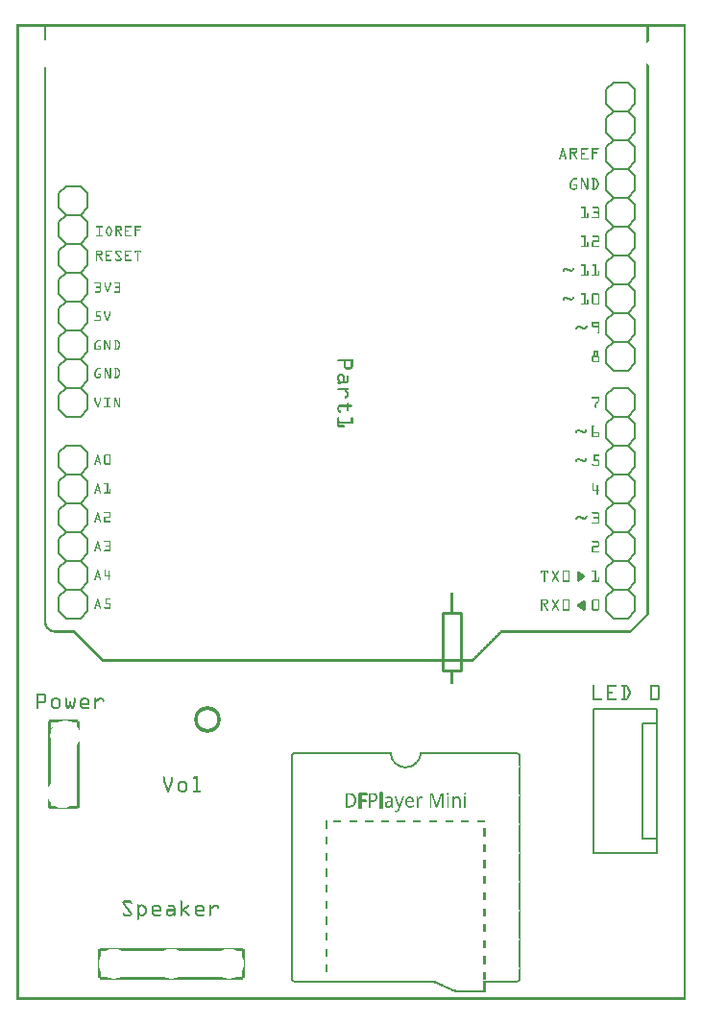
<source format=gto>
G04 MADE WITH FRITZING*
G04 WWW.FRITZING.ORG*
G04 DOUBLE SIDED*
G04 HOLES PLATED*
G04 CONTOUR ON CENTER OF CONTOUR VECTOR*
%ASAXBY*%
%FSLAX23Y23*%
%MOIN*%
%OFA0B0*%
%SFA1.0B1.0*%
%ADD10C,0.092000X0.068*%
%ADD11R,0.225000X0.505000X0.215000X0.495000*%
%ADD12C,0.005000*%
%ADD13R,0.055000X0.405000X0.045000X0.395000*%
%ADD14C,0.010000*%
%ADD15C,0.006000*%
%ADD16R,0.001000X0.001000*%
%LNSILK1*%
G90*
G70*
G54D10*
X660Y973D03*
G54D12*
X2003Y1011D02*
X2223Y1011D01*
X2223Y511D01*
X2003Y511D01*
X2003Y1011D01*
D02*
X2173Y961D02*
X2223Y961D01*
X2223Y561D01*
X2173Y561D01*
X2173Y961D01*
D02*
G54D14*
X1543Y1345D02*
X1543Y1145D01*
D02*
X1543Y1145D02*
X1477Y1145D01*
D02*
X1477Y1145D02*
X1477Y1345D01*
D02*
X1477Y1345D02*
X1543Y1345D01*
G54D15*
D02*
X245Y1599D02*
X245Y1549D01*
D02*
X245Y1549D02*
X220Y1524D01*
D02*
X220Y1524D02*
X170Y1524D01*
D02*
X170Y1524D02*
X145Y1549D01*
D02*
X220Y1524D02*
X245Y1499D01*
D02*
X245Y1499D02*
X245Y1449D01*
D02*
X245Y1449D02*
X220Y1424D01*
D02*
X220Y1424D02*
X170Y1424D01*
D02*
X170Y1424D02*
X145Y1449D01*
D02*
X145Y1449D02*
X145Y1499D01*
D02*
X145Y1499D02*
X170Y1524D01*
D02*
X220Y1724D02*
X245Y1699D01*
D02*
X245Y1699D02*
X245Y1649D01*
D02*
X245Y1649D02*
X220Y1624D01*
D02*
X220Y1624D02*
X170Y1624D01*
D02*
X170Y1624D02*
X145Y1649D01*
D02*
X145Y1649D02*
X145Y1699D01*
D02*
X145Y1699D02*
X170Y1724D01*
D02*
X245Y1599D02*
X220Y1624D01*
D02*
X170Y1624D02*
X145Y1599D01*
D02*
X145Y1549D02*
X145Y1599D01*
D02*
X245Y1899D02*
X245Y1849D01*
D02*
X245Y1849D02*
X220Y1824D01*
D02*
X220Y1824D02*
X170Y1824D01*
D02*
X170Y1824D02*
X145Y1849D01*
D02*
X220Y1824D02*
X245Y1799D01*
D02*
X245Y1799D02*
X245Y1749D01*
D02*
X245Y1749D02*
X220Y1724D01*
D02*
X220Y1724D02*
X170Y1724D01*
D02*
X170Y1724D02*
X145Y1749D01*
D02*
X145Y1749D02*
X145Y1799D01*
D02*
X145Y1799D02*
X170Y1824D01*
D02*
X220Y1924D02*
X170Y1924D01*
D02*
X245Y1899D02*
X220Y1924D01*
D02*
X170Y1924D02*
X145Y1899D01*
D02*
X145Y1849D02*
X145Y1899D01*
D02*
X245Y1399D02*
X245Y1349D01*
D02*
X245Y1349D02*
X220Y1324D01*
D02*
X220Y1324D02*
X170Y1324D01*
D02*
X170Y1324D02*
X145Y1349D01*
D02*
X245Y1399D02*
X220Y1424D01*
D02*
X170Y1424D02*
X145Y1399D01*
D02*
X145Y1349D02*
X145Y1399D01*
D02*
X2045Y3009D02*
X2045Y3059D01*
D02*
X2045Y2809D02*
X2045Y2859D01*
D02*
X2045Y2909D02*
X2045Y2959D01*
D02*
X2045Y2709D02*
X2045Y2759D01*
D02*
X2045Y2509D02*
X2045Y2559D01*
D02*
X2045Y2609D02*
X2045Y2659D01*
D02*
X2045Y2409D02*
X2045Y2459D01*
D02*
X2045Y2209D02*
X2045Y2259D01*
D02*
X2045Y2309D02*
X2045Y2359D01*
D02*
X2045Y3109D02*
X2045Y3159D01*
D02*
X2070Y2984D02*
X2045Y3009D01*
D02*
X2045Y3059D02*
X2070Y3084D01*
D02*
X2070Y3084D02*
X2120Y3084D01*
D02*
X2120Y3084D02*
X2145Y3059D01*
D02*
X2145Y3059D02*
X2145Y3009D01*
D02*
X2145Y3009D02*
X2120Y2984D01*
D02*
X2045Y2859D02*
X2070Y2884D01*
D02*
X2070Y2884D02*
X2120Y2884D01*
D02*
X2120Y2884D02*
X2145Y2859D01*
D02*
X2070Y2884D02*
X2045Y2909D01*
D02*
X2045Y2959D02*
X2070Y2984D01*
D02*
X2070Y2984D02*
X2120Y2984D01*
D02*
X2120Y2984D02*
X2145Y2959D01*
D02*
X2145Y2959D02*
X2145Y2909D01*
D02*
X2145Y2909D02*
X2120Y2884D01*
D02*
X2070Y2684D02*
X2045Y2709D01*
D02*
X2045Y2759D02*
X2070Y2784D01*
D02*
X2070Y2784D02*
X2120Y2784D01*
D02*
X2120Y2784D02*
X2145Y2759D01*
D02*
X2145Y2759D02*
X2145Y2709D01*
D02*
X2145Y2709D02*
X2120Y2684D01*
D02*
X2045Y2809D02*
X2070Y2784D01*
D02*
X2120Y2784D02*
X2145Y2809D01*
D02*
X2145Y2859D02*
X2145Y2809D01*
D02*
X2045Y2559D02*
X2070Y2584D01*
D02*
X2070Y2584D02*
X2120Y2584D01*
D02*
X2120Y2584D02*
X2145Y2559D01*
D02*
X2070Y2584D02*
X2045Y2609D01*
D02*
X2045Y2659D02*
X2070Y2684D01*
D02*
X2070Y2684D02*
X2120Y2684D01*
D02*
X2120Y2684D02*
X2145Y2659D01*
D02*
X2145Y2659D02*
X2145Y2609D01*
D02*
X2145Y2609D02*
X2120Y2584D01*
D02*
X2070Y2384D02*
X2045Y2409D01*
D02*
X2045Y2459D02*
X2070Y2484D01*
D02*
X2070Y2484D02*
X2120Y2484D01*
D02*
X2120Y2484D02*
X2145Y2459D01*
D02*
X2145Y2459D02*
X2145Y2409D01*
D02*
X2145Y2409D02*
X2120Y2384D01*
D02*
X2045Y2509D02*
X2070Y2484D01*
D02*
X2120Y2484D02*
X2145Y2509D01*
D02*
X2145Y2559D02*
X2145Y2509D01*
D02*
X2045Y2259D02*
X2070Y2284D01*
D02*
X2070Y2284D02*
X2120Y2284D01*
D02*
X2120Y2284D02*
X2145Y2259D01*
D02*
X2070Y2284D02*
X2045Y2309D01*
D02*
X2045Y2359D02*
X2070Y2384D01*
D02*
X2070Y2384D02*
X2120Y2384D01*
D02*
X2120Y2384D02*
X2145Y2359D01*
D02*
X2145Y2359D02*
X2145Y2309D01*
D02*
X2145Y2309D02*
X2120Y2284D01*
D02*
X2070Y2184D02*
X2120Y2184D01*
D02*
X2045Y2209D02*
X2070Y2184D01*
D02*
X2120Y2184D02*
X2145Y2209D01*
D02*
X2145Y2259D02*
X2145Y2209D01*
D02*
X2045Y3159D02*
X2070Y3184D01*
D02*
X2070Y3184D02*
X2120Y3184D01*
D02*
X2120Y3184D02*
X2145Y3159D01*
D02*
X2045Y3109D02*
X2070Y3084D01*
D02*
X2120Y3084D02*
X2145Y3109D01*
D02*
X2145Y3159D02*
X2145Y3109D01*
D02*
X2045Y1949D02*
X2045Y1999D01*
D02*
X2045Y1999D02*
X2070Y2024D01*
D02*
X2070Y2024D02*
X2120Y2024D01*
D02*
X2120Y2024D02*
X2145Y1999D01*
D02*
X2070Y1824D02*
X2045Y1849D01*
D02*
X2045Y1849D02*
X2045Y1899D01*
D02*
X2045Y1899D02*
X2070Y1924D01*
D02*
X2070Y1924D02*
X2120Y1924D01*
D02*
X2120Y1924D02*
X2145Y1899D01*
D02*
X2145Y1899D02*
X2145Y1849D01*
D02*
X2145Y1849D02*
X2120Y1824D01*
D02*
X2045Y1949D02*
X2070Y1924D01*
D02*
X2120Y1924D02*
X2145Y1949D01*
D02*
X2145Y1999D02*
X2145Y1949D01*
D02*
X2045Y1649D02*
X2045Y1699D01*
D02*
X2045Y1699D02*
X2070Y1724D01*
D02*
X2070Y1724D02*
X2120Y1724D01*
D02*
X2120Y1724D02*
X2145Y1699D01*
D02*
X2070Y1724D02*
X2045Y1749D01*
D02*
X2045Y1749D02*
X2045Y1799D01*
D02*
X2045Y1799D02*
X2070Y1824D01*
D02*
X2070Y1824D02*
X2120Y1824D01*
D02*
X2120Y1824D02*
X2145Y1799D01*
D02*
X2145Y1799D02*
X2145Y1749D01*
D02*
X2145Y1749D02*
X2120Y1724D01*
D02*
X2070Y1524D02*
X2045Y1549D01*
D02*
X2045Y1549D02*
X2045Y1599D01*
D02*
X2045Y1599D02*
X2070Y1624D01*
D02*
X2070Y1624D02*
X2120Y1624D01*
D02*
X2120Y1624D02*
X2145Y1599D01*
D02*
X2145Y1599D02*
X2145Y1549D01*
D02*
X2145Y1549D02*
X2120Y1524D01*
D02*
X2045Y1649D02*
X2070Y1624D01*
D02*
X2120Y1624D02*
X2145Y1649D01*
D02*
X2145Y1699D02*
X2145Y1649D01*
D02*
X2045Y1349D02*
X2045Y1399D01*
D02*
X2045Y1399D02*
X2070Y1424D01*
D02*
X2070Y1424D02*
X2120Y1424D01*
D02*
X2120Y1424D02*
X2145Y1399D01*
D02*
X2070Y1424D02*
X2045Y1449D01*
D02*
X2045Y1449D02*
X2045Y1499D01*
D02*
X2045Y1499D02*
X2070Y1524D01*
D02*
X2070Y1524D02*
X2120Y1524D01*
D02*
X2120Y1524D02*
X2145Y1499D01*
D02*
X2145Y1499D02*
X2145Y1449D01*
D02*
X2145Y1449D02*
X2120Y1424D01*
D02*
X2070Y1324D02*
X2120Y1324D01*
D02*
X2045Y1349D02*
X2070Y1324D01*
D02*
X2120Y1324D02*
X2145Y1349D01*
D02*
X2145Y1399D02*
X2145Y1349D01*
D02*
X2045Y2049D02*
X2045Y2099D01*
D02*
X2045Y2099D02*
X2070Y2124D01*
D02*
X2070Y2124D02*
X2120Y2124D01*
D02*
X2120Y2124D02*
X2145Y2099D01*
D02*
X2045Y2049D02*
X2070Y2024D01*
D02*
X2120Y2024D02*
X2145Y2049D01*
D02*
X2145Y2099D02*
X2145Y2049D01*
D02*
X245Y2199D02*
X245Y2149D01*
D02*
X245Y2149D02*
X220Y2124D01*
D02*
X220Y2124D02*
X170Y2124D01*
D02*
X170Y2124D02*
X145Y2149D01*
D02*
X220Y2324D02*
X245Y2299D01*
D02*
X245Y2299D02*
X245Y2249D01*
D02*
X245Y2249D02*
X220Y2224D01*
D02*
X220Y2224D02*
X170Y2224D01*
D02*
X170Y2224D02*
X145Y2249D01*
D02*
X145Y2249D02*
X145Y2299D01*
D02*
X145Y2299D02*
X170Y2324D01*
D02*
X245Y2199D02*
X220Y2224D01*
D02*
X170Y2224D02*
X145Y2199D01*
D02*
X145Y2149D02*
X145Y2199D01*
D02*
X245Y2499D02*
X245Y2449D01*
D02*
X245Y2449D02*
X220Y2424D01*
D02*
X220Y2424D02*
X170Y2424D01*
D02*
X170Y2424D02*
X145Y2449D01*
D02*
X220Y2424D02*
X245Y2399D01*
D02*
X245Y2399D02*
X245Y2349D01*
D02*
X245Y2349D02*
X220Y2324D01*
D02*
X220Y2324D02*
X170Y2324D01*
D02*
X170Y2324D02*
X145Y2349D01*
D02*
X145Y2349D02*
X145Y2399D01*
D02*
X145Y2399D02*
X170Y2424D01*
D02*
X220Y2624D02*
X245Y2599D01*
D02*
X245Y2599D02*
X245Y2549D01*
D02*
X245Y2549D02*
X220Y2524D01*
D02*
X220Y2524D02*
X170Y2524D01*
D02*
X170Y2524D02*
X145Y2549D01*
D02*
X145Y2549D02*
X145Y2599D01*
D02*
X145Y2599D02*
X170Y2624D01*
D02*
X245Y2499D02*
X220Y2524D01*
D02*
X170Y2524D02*
X145Y2499D01*
D02*
X145Y2449D02*
X145Y2499D01*
D02*
X245Y2799D02*
X245Y2749D01*
D02*
X245Y2749D02*
X220Y2724D01*
D02*
X220Y2724D02*
X170Y2724D01*
D02*
X170Y2724D02*
X145Y2749D01*
D02*
X220Y2724D02*
X245Y2699D01*
D02*
X245Y2699D02*
X245Y2649D01*
D02*
X245Y2649D02*
X220Y2624D01*
D02*
X220Y2624D02*
X170Y2624D01*
D02*
X170Y2624D02*
X145Y2649D01*
D02*
X145Y2649D02*
X145Y2699D01*
D02*
X145Y2699D02*
X170Y2724D01*
D02*
X220Y2824D02*
X170Y2824D01*
D02*
X245Y2799D02*
X220Y2824D01*
D02*
X170Y2824D02*
X145Y2799D01*
D02*
X145Y2749D02*
X145Y2799D01*
D02*
X245Y2099D02*
X245Y2049D01*
D02*
X245Y2049D02*
X220Y2024D01*
D02*
X220Y2024D02*
X170Y2024D01*
D02*
X170Y2024D02*
X145Y2049D01*
D02*
X245Y2099D02*
X220Y2124D01*
D02*
X170Y2124D02*
X145Y2099D01*
D02*
X145Y2049D02*
X145Y2099D01*
X1195Y668D02*
X1189Y668D01*
X1189Y717D01*
X1214Y717D01*
X1214Y712D01*
X1195Y712D01*
X1195Y695D01*
X1213Y695D01*
X1213Y690D01*
X1195Y689D01*
X1195Y668D01*
D02*
X1268Y668D02*
X1262Y668D01*
X1262Y721D01*
X1268Y721D01*
X1268Y668D01*
D02*
G54D16*
X0Y3386D02*
X2321Y3386D01*
X0Y3385D02*
X2321Y3385D01*
X0Y3384D02*
X2321Y3384D01*
X0Y3383D02*
X2321Y3383D01*
X0Y3382D02*
X2321Y3382D01*
X0Y3381D02*
X2321Y3381D01*
X0Y3380D02*
X2321Y3380D01*
X0Y3379D02*
X2321Y3379D01*
X0Y3378D02*
X7Y3378D01*
X95Y3378D02*
X102Y3378D01*
X2186Y3378D02*
X2193Y3378D01*
X2314Y3378D02*
X2321Y3378D01*
X0Y3377D02*
X7Y3377D01*
X95Y3377D02*
X102Y3377D01*
X2186Y3377D02*
X2193Y3377D01*
X2314Y3377D02*
X2321Y3377D01*
X0Y3376D02*
X7Y3376D01*
X95Y3376D02*
X102Y3376D01*
X2186Y3376D02*
X2193Y3376D01*
X2314Y3376D02*
X2321Y3376D01*
X0Y3375D02*
X7Y3375D01*
X95Y3375D02*
X102Y3375D01*
X2186Y3375D02*
X2193Y3375D01*
X2314Y3375D02*
X2321Y3375D01*
X0Y3374D02*
X7Y3374D01*
X95Y3374D02*
X102Y3374D01*
X2186Y3374D02*
X2193Y3374D01*
X2314Y3374D02*
X2321Y3374D01*
X0Y3373D02*
X7Y3373D01*
X95Y3373D02*
X102Y3373D01*
X2186Y3373D02*
X2193Y3373D01*
X2314Y3373D02*
X2321Y3373D01*
X0Y3372D02*
X7Y3372D01*
X95Y3372D02*
X102Y3372D01*
X2186Y3372D02*
X2193Y3372D01*
X2314Y3372D02*
X2321Y3372D01*
X0Y3371D02*
X7Y3371D01*
X95Y3371D02*
X102Y3371D01*
X2186Y3371D02*
X2193Y3371D01*
X2314Y3371D02*
X2321Y3371D01*
X0Y3370D02*
X7Y3370D01*
X95Y3370D02*
X102Y3370D01*
X2186Y3370D02*
X2193Y3370D01*
X2314Y3370D02*
X2321Y3370D01*
X0Y3369D02*
X7Y3369D01*
X95Y3369D02*
X102Y3369D01*
X2186Y3369D02*
X2193Y3369D01*
X2314Y3369D02*
X2321Y3369D01*
X0Y3368D02*
X7Y3368D01*
X95Y3368D02*
X102Y3368D01*
X2186Y3368D02*
X2193Y3368D01*
X2314Y3368D02*
X2321Y3368D01*
X0Y3367D02*
X7Y3367D01*
X95Y3367D02*
X102Y3367D01*
X2186Y3367D02*
X2193Y3367D01*
X2314Y3367D02*
X2321Y3367D01*
X0Y3366D02*
X7Y3366D01*
X95Y3366D02*
X102Y3366D01*
X2186Y3366D02*
X2193Y3366D01*
X2314Y3366D02*
X2321Y3366D01*
X0Y3365D02*
X7Y3365D01*
X95Y3365D02*
X102Y3365D01*
X2186Y3365D02*
X2193Y3365D01*
X2314Y3365D02*
X2321Y3365D01*
X0Y3364D02*
X7Y3364D01*
X95Y3364D02*
X102Y3364D01*
X2186Y3364D02*
X2193Y3364D01*
X2314Y3364D02*
X2321Y3364D01*
X0Y3363D02*
X7Y3363D01*
X95Y3363D02*
X102Y3363D01*
X2186Y3363D02*
X2193Y3363D01*
X2314Y3363D02*
X2321Y3363D01*
X0Y3362D02*
X7Y3362D01*
X95Y3362D02*
X102Y3362D01*
X2186Y3362D02*
X2193Y3362D01*
X2314Y3362D02*
X2321Y3362D01*
X0Y3361D02*
X7Y3361D01*
X95Y3361D02*
X102Y3361D01*
X2186Y3361D02*
X2193Y3361D01*
X2314Y3361D02*
X2321Y3361D01*
X0Y3360D02*
X7Y3360D01*
X95Y3360D02*
X102Y3360D01*
X2186Y3360D02*
X2193Y3360D01*
X2314Y3360D02*
X2321Y3360D01*
X0Y3359D02*
X7Y3359D01*
X95Y3359D02*
X102Y3359D01*
X2186Y3359D02*
X2193Y3359D01*
X2314Y3359D02*
X2321Y3359D01*
X0Y3358D02*
X7Y3358D01*
X95Y3358D02*
X102Y3358D01*
X2186Y3358D02*
X2193Y3358D01*
X2314Y3358D02*
X2321Y3358D01*
X0Y3357D02*
X7Y3357D01*
X95Y3357D02*
X102Y3357D01*
X2186Y3357D02*
X2193Y3357D01*
X2314Y3357D02*
X2321Y3357D01*
X0Y3356D02*
X7Y3356D01*
X95Y3356D02*
X102Y3356D01*
X2186Y3356D02*
X2193Y3356D01*
X2314Y3356D02*
X2321Y3356D01*
X0Y3355D02*
X7Y3355D01*
X95Y3355D02*
X102Y3355D01*
X2186Y3355D02*
X2193Y3355D01*
X2314Y3355D02*
X2321Y3355D01*
X0Y3354D02*
X7Y3354D01*
X95Y3354D02*
X102Y3354D01*
X2186Y3354D02*
X2193Y3354D01*
X2314Y3354D02*
X2321Y3354D01*
X0Y3353D02*
X7Y3353D01*
X95Y3353D02*
X102Y3353D01*
X2186Y3353D02*
X2193Y3353D01*
X2314Y3353D02*
X2321Y3353D01*
X0Y3352D02*
X7Y3352D01*
X95Y3352D02*
X102Y3352D01*
X2186Y3352D02*
X2193Y3352D01*
X2314Y3352D02*
X2321Y3352D01*
X0Y3351D02*
X7Y3351D01*
X95Y3351D02*
X102Y3351D01*
X2186Y3351D02*
X2193Y3351D01*
X2314Y3351D02*
X2321Y3351D01*
X0Y3350D02*
X7Y3350D01*
X95Y3350D02*
X102Y3350D01*
X2186Y3350D02*
X2193Y3350D01*
X2314Y3350D02*
X2321Y3350D01*
X0Y3349D02*
X7Y3349D01*
X95Y3349D02*
X102Y3349D01*
X2186Y3349D02*
X2193Y3349D01*
X2314Y3349D02*
X2321Y3349D01*
X0Y3348D02*
X7Y3348D01*
X95Y3348D02*
X102Y3348D01*
X2186Y3348D02*
X2193Y3348D01*
X2314Y3348D02*
X2321Y3348D01*
X0Y3347D02*
X7Y3347D01*
X95Y3347D02*
X102Y3347D01*
X2186Y3347D02*
X2193Y3347D01*
X2314Y3347D02*
X2321Y3347D01*
X0Y3346D02*
X7Y3346D01*
X95Y3346D02*
X102Y3346D01*
X2186Y3346D02*
X2193Y3346D01*
X2314Y3346D02*
X2321Y3346D01*
X0Y3345D02*
X7Y3345D01*
X95Y3345D02*
X102Y3345D01*
X2186Y3345D02*
X2193Y3345D01*
X2314Y3345D02*
X2321Y3345D01*
X0Y3344D02*
X7Y3344D01*
X95Y3344D02*
X102Y3344D01*
X2186Y3344D02*
X2193Y3344D01*
X2314Y3344D02*
X2321Y3344D01*
X0Y3343D02*
X7Y3343D01*
X95Y3343D02*
X102Y3343D01*
X2186Y3343D02*
X2193Y3343D01*
X2314Y3343D02*
X2321Y3343D01*
X0Y3342D02*
X7Y3342D01*
X95Y3342D02*
X102Y3342D01*
X2186Y3342D02*
X2193Y3342D01*
X2314Y3342D02*
X2321Y3342D01*
X0Y3341D02*
X7Y3341D01*
X95Y3341D02*
X102Y3341D01*
X2186Y3341D02*
X2193Y3341D01*
X2314Y3341D02*
X2321Y3341D01*
X0Y3340D02*
X7Y3340D01*
X95Y3340D02*
X102Y3340D01*
X2186Y3340D02*
X2193Y3340D01*
X2314Y3340D02*
X2321Y3340D01*
X0Y3339D02*
X7Y3339D01*
X95Y3339D02*
X102Y3339D01*
X2186Y3339D02*
X2193Y3339D01*
X2314Y3339D02*
X2321Y3339D01*
X0Y3338D02*
X7Y3338D01*
X95Y3338D02*
X102Y3338D01*
X2186Y3338D02*
X2193Y3338D01*
X2314Y3338D02*
X2321Y3338D01*
X0Y3337D02*
X7Y3337D01*
X95Y3337D02*
X102Y3337D01*
X2186Y3337D02*
X2193Y3337D01*
X2314Y3337D02*
X2321Y3337D01*
X0Y3336D02*
X7Y3336D01*
X95Y3336D02*
X102Y3336D01*
X2186Y3336D02*
X2193Y3336D01*
X2314Y3336D02*
X2321Y3336D01*
X0Y3335D02*
X7Y3335D01*
X95Y3335D02*
X102Y3335D01*
X2186Y3335D02*
X2193Y3335D01*
X2314Y3335D02*
X2321Y3335D01*
X0Y3334D02*
X7Y3334D01*
X95Y3334D02*
X102Y3334D01*
X2186Y3334D02*
X2193Y3334D01*
X2314Y3334D02*
X2321Y3334D01*
X0Y3333D02*
X7Y3333D01*
X95Y3333D02*
X102Y3333D01*
X2186Y3333D02*
X2193Y3333D01*
X2314Y3333D02*
X2321Y3333D01*
X0Y3332D02*
X7Y3332D01*
X95Y3332D02*
X102Y3332D01*
X2186Y3332D02*
X2193Y3332D01*
X2314Y3332D02*
X2321Y3332D01*
X0Y3331D02*
X7Y3331D01*
X2186Y3331D02*
X2193Y3331D01*
X2314Y3331D02*
X2321Y3331D01*
X0Y3330D02*
X7Y3330D01*
X2186Y3330D02*
X2193Y3330D01*
X2314Y3330D02*
X2321Y3330D01*
X0Y3329D02*
X7Y3329D01*
X2186Y3329D02*
X2193Y3329D01*
X2314Y3329D02*
X2321Y3329D01*
X0Y3328D02*
X7Y3328D01*
X2186Y3328D02*
X2193Y3328D01*
X2314Y3328D02*
X2321Y3328D01*
X0Y3327D02*
X7Y3327D01*
X2186Y3327D02*
X2193Y3327D01*
X2314Y3327D02*
X2321Y3327D01*
X0Y3326D02*
X7Y3326D01*
X2186Y3326D02*
X2192Y3326D01*
X2314Y3326D02*
X2321Y3326D01*
X0Y3325D02*
X7Y3325D01*
X2186Y3325D02*
X2191Y3325D01*
X2314Y3325D02*
X2321Y3325D01*
X0Y3324D02*
X7Y3324D01*
X2186Y3324D02*
X2189Y3324D01*
X2314Y3324D02*
X2321Y3324D01*
X0Y3323D02*
X7Y3323D01*
X2186Y3323D02*
X2188Y3323D01*
X2314Y3323D02*
X2321Y3323D01*
X0Y3322D02*
X7Y3322D01*
X2186Y3322D02*
X2187Y3322D01*
X2314Y3322D02*
X2321Y3322D01*
X0Y3321D02*
X7Y3321D01*
X2186Y3321D02*
X2186Y3321D01*
X2314Y3321D02*
X2321Y3321D01*
X0Y3320D02*
X7Y3320D01*
X2314Y3320D02*
X2321Y3320D01*
X0Y3319D02*
X7Y3319D01*
X2314Y3319D02*
X2321Y3319D01*
X0Y3318D02*
X7Y3318D01*
X2314Y3318D02*
X2321Y3318D01*
X0Y3317D02*
X7Y3317D01*
X2314Y3317D02*
X2321Y3317D01*
X0Y3316D02*
X7Y3316D01*
X2314Y3316D02*
X2321Y3316D01*
X0Y3315D02*
X7Y3315D01*
X2314Y3315D02*
X2321Y3315D01*
X0Y3314D02*
X7Y3314D01*
X2314Y3314D02*
X2321Y3314D01*
X0Y3313D02*
X7Y3313D01*
X2314Y3313D02*
X2321Y3313D01*
X0Y3312D02*
X7Y3312D01*
X2314Y3312D02*
X2321Y3312D01*
X0Y3311D02*
X7Y3311D01*
X2314Y3311D02*
X2321Y3311D01*
X0Y3310D02*
X7Y3310D01*
X2314Y3310D02*
X2321Y3310D01*
X0Y3309D02*
X7Y3309D01*
X2314Y3309D02*
X2321Y3309D01*
X0Y3308D02*
X7Y3308D01*
X2314Y3308D02*
X2321Y3308D01*
X0Y3307D02*
X7Y3307D01*
X2314Y3307D02*
X2321Y3307D01*
X0Y3306D02*
X7Y3306D01*
X2314Y3306D02*
X2321Y3306D01*
X0Y3305D02*
X7Y3305D01*
X2314Y3305D02*
X2321Y3305D01*
X0Y3304D02*
X7Y3304D01*
X2314Y3304D02*
X2321Y3304D01*
X0Y3303D02*
X7Y3303D01*
X2314Y3303D02*
X2321Y3303D01*
X0Y3302D02*
X7Y3302D01*
X2314Y3302D02*
X2321Y3302D01*
X0Y3301D02*
X7Y3301D01*
X2314Y3301D02*
X2321Y3301D01*
X0Y3300D02*
X7Y3300D01*
X2314Y3300D02*
X2321Y3300D01*
X0Y3299D02*
X7Y3299D01*
X2314Y3299D02*
X2321Y3299D01*
X0Y3298D02*
X7Y3298D01*
X2314Y3298D02*
X2321Y3298D01*
X0Y3297D02*
X7Y3297D01*
X2314Y3297D02*
X2321Y3297D01*
X0Y3296D02*
X7Y3296D01*
X2314Y3296D02*
X2321Y3296D01*
X0Y3295D02*
X7Y3295D01*
X2314Y3295D02*
X2321Y3295D01*
X0Y3294D02*
X7Y3294D01*
X2314Y3294D02*
X2321Y3294D01*
X0Y3293D02*
X7Y3293D01*
X2314Y3293D02*
X2321Y3293D01*
X0Y3292D02*
X7Y3292D01*
X2314Y3292D02*
X2321Y3292D01*
X0Y3291D02*
X7Y3291D01*
X2314Y3291D02*
X2321Y3291D01*
X0Y3290D02*
X7Y3290D01*
X2314Y3290D02*
X2321Y3290D01*
X0Y3289D02*
X7Y3289D01*
X2314Y3289D02*
X2321Y3289D01*
X0Y3288D02*
X7Y3288D01*
X2314Y3288D02*
X2321Y3288D01*
X0Y3287D02*
X7Y3287D01*
X2314Y3287D02*
X2321Y3287D01*
X0Y3286D02*
X7Y3286D01*
X2314Y3286D02*
X2321Y3286D01*
X0Y3285D02*
X7Y3285D01*
X2314Y3285D02*
X2321Y3285D01*
X0Y3284D02*
X7Y3284D01*
X2314Y3284D02*
X2321Y3284D01*
X0Y3283D02*
X7Y3283D01*
X2314Y3283D02*
X2321Y3283D01*
X0Y3282D02*
X7Y3282D01*
X2314Y3282D02*
X2321Y3282D01*
X0Y3281D02*
X7Y3281D01*
X2314Y3281D02*
X2321Y3281D01*
X0Y3280D02*
X7Y3280D01*
X2314Y3280D02*
X2321Y3280D01*
X0Y3279D02*
X7Y3279D01*
X2314Y3279D02*
X2321Y3279D01*
X0Y3278D02*
X7Y3278D01*
X2314Y3278D02*
X2321Y3278D01*
X0Y3277D02*
X7Y3277D01*
X2314Y3277D02*
X2321Y3277D01*
X0Y3276D02*
X7Y3276D01*
X2314Y3276D02*
X2321Y3276D01*
X0Y3275D02*
X7Y3275D01*
X2314Y3275D02*
X2321Y3275D01*
X0Y3274D02*
X7Y3274D01*
X2314Y3274D02*
X2321Y3274D01*
X0Y3273D02*
X7Y3273D01*
X2314Y3273D02*
X2321Y3273D01*
X0Y3272D02*
X7Y3272D01*
X2314Y3272D02*
X2321Y3272D01*
X0Y3271D02*
X7Y3271D01*
X2314Y3271D02*
X2321Y3271D01*
X0Y3270D02*
X7Y3270D01*
X2314Y3270D02*
X2321Y3270D01*
X0Y3269D02*
X7Y3269D01*
X2314Y3269D02*
X2321Y3269D01*
X0Y3268D02*
X7Y3268D01*
X2314Y3268D02*
X2321Y3268D01*
X0Y3267D02*
X7Y3267D01*
X2314Y3267D02*
X2321Y3267D01*
X0Y3266D02*
X7Y3266D01*
X2314Y3266D02*
X2321Y3266D01*
X0Y3265D02*
X7Y3265D01*
X2314Y3265D02*
X2321Y3265D01*
X0Y3264D02*
X7Y3264D01*
X2314Y3264D02*
X2321Y3264D01*
X0Y3263D02*
X7Y3263D01*
X2314Y3263D02*
X2321Y3263D01*
X0Y3262D02*
X7Y3262D01*
X2314Y3262D02*
X2321Y3262D01*
X0Y3261D02*
X7Y3261D01*
X2314Y3261D02*
X2321Y3261D01*
X0Y3260D02*
X7Y3260D01*
X2314Y3260D02*
X2321Y3260D01*
X0Y3259D02*
X7Y3259D01*
X2314Y3259D02*
X2321Y3259D01*
X0Y3258D02*
X7Y3258D01*
X2314Y3258D02*
X2321Y3258D01*
X0Y3257D02*
X7Y3257D01*
X2314Y3257D02*
X2321Y3257D01*
X0Y3256D02*
X7Y3256D01*
X2314Y3256D02*
X2321Y3256D01*
X0Y3255D02*
X7Y3255D01*
X2314Y3255D02*
X2321Y3255D01*
X0Y3254D02*
X7Y3254D01*
X2314Y3254D02*
X2321Y3254D01*
X0Y3253D02*
X7Y3253D01*
X2314Y3253D02*
X2321Y3253D01*
X0Y3252D02*
X7Y3252D01*
X2314Y3252D02*
X2321Y3252D01*
X0Y3251D02*
X7Y3251D01*
X2314Y3251D02*
X2321Y3251D01*
X0Y3250D02*
X7Y3250D01*
X2186Y3250D02*
X2186Y3250D01*
X2314Y3250D02*
X2321Y3250D01*
X0Y3249D02*
X7Y3249D01*
X2186Y3249D02*
X2187Y3249D01*
X2314Y3249D02*
X2321Y3249D01*
X0Y3248D02*
X7Y3248D01*
X2186Y3248D02*
X2188Y3248D01*
X2314Y3248D02*
X2321Y3248D01*
X0Y3247D02*
X7Y3247D01*
X2186Y3247D02*
X2189Y3247D01*
X2314Y3247D02*
X2321Y3247D01*
X0Y3246D02*
X7Y3246D01*
X2186Y3246D02*
X2191Y3246D01*
X2314Y3246D02*
X2321Y3246D01*
X0Y3245D02*
X7Y3245D01*
X2186Y3245D02*
X2192Y3245D01*
X2314Y3245D02*
X2321Y3245D01*
X0Y3244D02*
X7Y3244D01*
X2186Y3244D02*
X2193Y3244D01*
X2314Y3244D02*
X2321Y3244D01*
X0Y3243D02*
X7Y3243D01*
X2186Y3243D02*
X2193Y3243D01*
X2314Y3243D02*
X2321Y3243D01*
X0Y3242D02*
X7Y3242D01*
X2186Y3242D02*
X2193Y3242D01*
X2314Y3242D02*
X2321Y3242D01*
X0Y3241D02*
X7Y3241D01*
X2186Y3241D02*
X2193Y3241D01*
X2314Y3241D02*
X2321Y3241D01*
X0Y3240D02*
X7Y3240D01*
X2186Y3240D02*
X2193Y3240D01*
X2314Y3240D02*
X2321Y3240D01*
X0Y3239D02*
X7Y3239D01*
X2186Y3239D02*
X2193Y3239D01*
X2314Y3239D02*
X2321Y3239D01*
X0Y3238D02*
X7Y3238D01*
X2186Y3238D02*
X2193Y3238D01*
X2314Y3238D02*
X2321Y3238D01*
X0Y3237D02*
X7Y3237D01*
X2186Y3237D02*
X2193Y3237D01*
X2314Y3237D02*
X2321Y3237D01*
X0Y3236D02*
X7Y3236D01*
X95Y3236D02*
X97Y3236D01*
X2186Y3236D02*
X2193Y3236D01*
X2314Y3236D02*
X2321Y3236D01*
X0Y3235D02*
X7Y3235D01*
X95Y3235D02*
X102Y3235D01*
X2186Y3235D02*
X2193Y3235D01*
X2314Y3235D02*
X2321Y3235D01*
X0Y3234D02*
X7Y3234D01*
X95Y3234D02*
X102Y3234D01*
X2186Y3234D02*
X2193Y3234D01*
X2314Y3234D02*
X2321Y3234D01*
X0Y3233D02*
X7Y3233D01*
X95Y3233D02*
X102Y3233D01*
X2186Y3233D02*
X2193Y3233D01*
X2314Y3233D02*
X2321Y3233D01*
X0Y3232D02*
X7Y3232D01*
X95Y3232D02*
X102Y3232D01*
X2186Y3232D02*
X2193Y3232D01*
X2314Y3232D02*
X2321Y3232D01*
X0Y3231D02*
X7Y3231D01*
X95Y3231D02*
X102Y3231D01*
X2186Y3231D02*
X2193Y3231D01*
X2314Y3231D02*
X2321Y3231D01*
X0Y3230D02*
X7Y3230D01*
X95Y3230D02*
X102Y3230D01*
X2186Y3230D02*
X2193Y3230D01*
X2314Y3230D02*
X2321Y3230D01*
X0Y3229D02*
X7Y3229D01*
X95Y3229D02*
X102Y3229D01*
X2186Y3229D02*
X2193Y3229D01*
X2314Y3229D02*
X2321Y3229D01*
X0Y3228D02*
X7Y3228D01*
X95Y3228D02*
X102Y3228D01*
X2186Y3228D02*
X2193Y3228D01*
X2314Y3228D02*
X2321Y3228D01*
X0Y3227D02*
X7Y3227D01*
X95Y3227D02*
X102Y3227D01*
X2186Y3227D02*
X2193Y3227D01*
X2314Y3227D02*
X2321Y3227D01*
X0Y3226D02*
X7Y3226D01*
X95Y3226D02*
X102Y3226D01*
X2186Y3226D02*
X2193Y3226D01*
X2314Y3226D02*
X2321Y3226D01*
X0Y3225D02*
X7Y3225D01*
X95Y3225D02*
X102Y3225D01*
X2186Y3225D02*
X2193Y3225D01*
X2314Y3225D02*
X2321Y3225D01*
X0Y3224D02*
X7Y3224D01*
X95Y3224D02*
X102Y3224D01*
X2186Y3224D02*
X2193Y3224D01*
X2314Y3224D02*
X2321Y3224D01*
X0Y3223D02*
X7Y3223D01*
X95Y3223D02*
X102Y3223D01*
X2186Y3223D02*
X2193Y3223D01*
X2314Y3223D02*
X2321Y3223D01*
X0Y3222D02*
X7Y3222D01*
X95Y3222D02*
X102Y3222D01*
X2186Y3222D02*
X2193Y3222D01*
X2314Y3222D02*
X2321Y3222D01*
X0Y3221D02*
X7Y3221D01*
X95Y3221D02*
X102Y3221D01*
X2186Y3221D02*
X2193Y3221D01*
X2314Y3221D02*
X2321Y3221D01*
X0Y3220D02*
X7Y3220D01*
X95Y3220D02*
X102Y3220D01*
X2186Y3220D02*
X2193Y3220D01*
X2314Y3220D02*
X2321Y3220D01*
X0Y3219D02*
X7Y3219D01*
X95Y3219D02*
X102Y3219D01*
X2186Y3219D02*
X2193Y3219D01*
X2314Y3219D02*
X2321Y3219D01*
X0Y3218D02*
X7Y3218D01*
X95Y3218D02*
X102Y3218D01*
X2186Y3218D02*
X2193Y3218D01*
X2314Y3218D02*
X2321Y3218D01*
X0Y3217D02*
X7Y3217D01*
X95Y3217D02*
X102Y3217D01*
X2186Y3217D02*
X2193Y3217D01*
X2314Y3217D02*
X2321Y3217D01*
X0Y3216D02*
X7Y3216D01*
X95Y3216D02*
X102Y3216D01*
X2186Y3216D02*
X2193Y3216D01*
X2314Y3216D02*
X2321Y3216D01*
X0Y3215D02*
X7Y3215D01*
X95Y3215D02*
X102Y3215D01*
X2186Y3215D02*
X2193Y3215D01*
X2314Y3215D02*
X2321Y3215D01*
X0Y3214D02*
X7Y3214D01*
X95Y3214D02*
X102Y3214D01*
X2186Y3214D02*
X2193Y3214D01*
X2314Y3214D02*
X2321Y3214D01*
X0Y3213D02*
X7Y3213D01*
X95Y3213D02*
X102Y3213D01*
X2186Y3213D02*
X2193Y3213D01*
X2314Y3213D02*
X2321Y3213D01*
X0Y3212D02*
X7Y3212D01*
X95Y3212D02*
X102Y3212D01*
X2186Y3212D02*
X2193Y3212D01*
X2314Y3212D02*
X2321Y3212D01*
X0Y3211D02*
X7Y3211D01*
X95Y3211D02*
X102Y3211D01*
X2186Y3211D02*
X2193Y3211D01*
X2314Y3211D02*
X2321Y3211D01*
X0Y3210D02*
X7Y3210D01*
X95Y3210D02*
X102Y3210D01*
X2186Y3210D02*
X2193Y3210D01*
X2314Y3210D02*
X2321Y3210D01*
X0Y3209D02*
X7Y3209D01*
X95Y3209D02*
X102Y3209D01*
X2186Y3209D02*
X2193Y3209D01*
X2314Y3209D02*
X2321Y3209D01*
X0Y3208D02*
X7Y3208D01*
X95Y3208D02*
X102Y3208D01*
X2186Y3208D02*
X2193Y3208D01*
X2314Y3208D02*
X2321Y3208D01*
X0Y3207D02*
X7Y3207D01*
X95Y3207D02*
X102Y3207D01*
X2186Y3207D02*
X2193Y3207D01*
X2314Y3207D02*
X2321Y3207D01*
X0Y3206D02*
X7Y3206D01*
X95Y3206D02*
X102Y3206D01*
X2186Y3206D02*
X2193Y3206D01*
X2314Y3206D02*
X2321Y3206D01*
X0Y3205D02*
X7Y3205D01*
X95Y3205D02*
X102Y3205D01*
X2186Y3205D02*
X2193Y3205D01*
X2314Y3205D02*
X2321Y3205D01*
X0Y3204D02*
X7Y3204D01*
X95Y3204D02*
X102Y3204D01*
X2186Y3204D02*
X2193Y3204D01*
X2314Y3204D02*
X2321Y3204D01*
X0Y3203D02*
X7Y3203D01*
X95Y3203D02*
X102Y3203D01*
X2186Y3203D02*
X2193Y3203D01*
X2314Y3203D02*
X2321Y3203D01*
X0Y3202D02*
X7Y3202D01*
X95Y3202D02*
X102Y3202D01*
X2186Y3202D02*
X2193Y3202D01*
X2314Y3202D02*
X2321Y3202D01*
X0Y3201D02*
X7Y3201D01*
X95Y3201D02*
X102Y3201D01*
X2186Y3201D02*
X2193Y3201D01*
X2314Y3201D02*
X2321Y3201D01*
X0Y3200D02*
X7Y3200D01*
X95Y3200D02*
X102Y3200D01*
X2186Y3200D02*
X2193Y3200D01*
X2314Y3200D02*
X2321Y3200D01*
X0Y3199D02*
X7Y3199D01*
X95Y3199D02*
X102Y3199D01*
X2186Y3199D02*
X2193Y3199D01*
X2314Y3199D02*
X2321Y3199D01*
X0Y3198D02*
X7Y3198D01*
X95Y3198D02*
X102Y3198D01*
X2186Y3198D02*
X2193Y3198D01*
X2314Y3198D02*
X2321Y3198D01*
X0Y3197D02*
X7Y3197D01*
X95Y3197D02*
X102Y3197D01*
X2186Y3197D02*
X2193Y3197D01*
X2314Y3197D02*
X2321Y3197D01*
X0Y3196D02*
X7Y3196D01*
X95Y3196D02*
X102Y3196D01*
X2186Y3196D02*
X2193Y3196D01*
X2314Y3196D02*
X2321Y3196D01*
X0Y3195D02*
X7Y3195D01*
X95Y3195D02*
X102Y3195D01*
X2186Y3195D02*
X2193Y3195D01*
X2314Y3195D02*
X2321Y3195D01*
X0Y3194D02*
X7Y3194D01*
X95Y3194D02*
X102Y3194D01*
X2186Y3194D02*
X2193Y3194D01*
X2314Y3194D02*
X2321Y3194D01*
X0Y3193D02*
X7Y3193D01*
X95Y3193D02*
X102Y3193D01*
X2186Y3193D02*
X2193Y3193D01*
X2314Y3193D02*
X2321Y3193D01*
X0Y3192D02*
X7Y3192D01*
X95Y3192D02*
X102Y3192D01*
X2186Y3192D02*
X2193Y3192D01*
X2314Y3192D02*
X2321Y3192D01*
X0Y3191D02*
X7Y3191D01*
X95Y3191D02*
X102Y3191D01*
X2186Y3191D02*
X2193Y3191D01*
X2314Y3191D02*
X2321Y3191D01*
X0Y3190D02*
X7Y3190D01*
X95Y3190D02*
X102Y3190D01*
X2186Y3190D02*
X2193Y3190D01*
X2314Y3190D02*
X2321Y3190D01*
X0Y3189D02*
X7Y3189D01*
X95Y3189D02*
X102Y3189D01*
X2186Y3189D02*
X2193Y3189D01*
X2314Y3189D02*
X2321Y3189D01*
X0Y3188D02*
X7Y3188D01*
X95Y3188D02*
X102Y3188D01*
X2186Y3188D02*
X2193Y3188D01*
X2314Y3188D02*
X2321Y3188D01*
X0Y3187D02*
X7Y3187D01*
X95Y3187D02*
X102Y3187D01*
X2186Y3187D02*
X2193Y3187D01*
X2314Y3187D02*
X2321Y3187D01*
X0Y3186D02*
X7Y3186D01*
X95Y3186D02*
X102Y3186D01*
X2186Y3186D02*
X2193Y3186D01*
X2314Y3186D02*
X2321Y3186D01*
X0Y3185D02*
X7Y3185D01*
X95Y3185D02*
X102Y3185D01*
X2186Y3185D02*
X2193Y3185D01*
X2314Y3185D02*
X2321Y3185D01*
X0Y3184D02*
X7Y3184D01*
X95Y3184D02*
X102Y3184D01*
X2186Y3184D02*
X2193Y3184D01*
X2314Y3184D02*
X2321Y3184D01*
X0Y3183D02*
X7Y3183D01*
X95Y3183D02*
X102Y3183D01*
X2186Y3183D02*
X2193Y3183D01*
X2314Y3183D02*
X2321Y3183D01*
X0Y3182D02*
X7Y3182D01*
X95Y3182D02*
X102Y3182D01*
X2186Y3182D02*
X2193Y3182D01*
X2314Y3182D02*
X2321Y3182D01*
X0Y3181D02*
X7Y3181D01*
X95Y3181D02*
X102Y3181D01*
X2186Y3181D02*
X2193Y3181D01*
X2314Y3181D02*
X2321Y3181D01*
X0Y3180D02*
X7Y3180D01*
X95Y3180D02*
X102Y3180D01*
X2186Y3180D02*
X2193Y3180D01*
X2314Y3180D02*
X2321Y3180D01*
X0Y3179D02*
X7Y3179D01*
X95Y3179D02*
X102Y3179D01*
X2186Y3179D02*
X2193Y3179D01*
X2314Y3179D02*
X2321Y3179D01*
X0Y3178D02*
X7Y3178D01*
X95Y3178D02*
X102Y3178D01*
X2186Y3178D02*
X2193Y3178D01*
X2314Y3178D02*
X2321Y3178D01*
X0Y3177D02*
X7Y3177D01*
X95Y3177D02*
X102Y3177D01*
X2186Y3177D02*
X2193Y3177D01*
X2314Y3177D02*
X2321Y3177D01*
X0Y3176D02*
X7Y3176D01*
X95Y3176D02*
X102Y3176D01*
X2186Y3176D02*
X2193Y3176D01*
X2314Y3176D02*
X2321Y3176D01*
X0Y3175D02*
X7Y3175D01*
X95Y3175D02*
X102Y3175D01*
X2186Y3175D02*
X2193Y3175D01*
X2314Y3175D02*
X2321Y3175D01*
X0Y3174D02*
X7Y3174D01*
X95Y3174D02*
X102Y3174D01*
X2186Y3174D02*
X2193Y3174D01*
X2314Y3174D02*
X2321Y3174D01*
X0Y3173D02*
X7Y3173D01*
X95Y3173D02*
X102Y3173D01*
X2186Y3173D02*
X2193Y3173D01*
X2314Y3173D02*
X2321Y3173D01*
X0Y3172D02*
X7Y3172D01*
X95Y3172D02*
X102Y3172D01*
X2186Y3172D02*
X2193Y3172D01*
X2314Y3172D02*
X2321Y3172D01*
X0Y3171D02*
X7Y3171D01*
X95Y3171D02*
X102Y3171D01*
X2186Y3171D02*
X2193Y3171D01*
X2314Y3171D02*
X2321Y3171D01*
X0Y3170D02*
X7Y3170D01*
X95Y3170D02*
X102Y3170D01*
X2186Y3170D02*
X2193Y3170D01*
X2314Y3170D02*
X2321Y3170D01*
X0Y3169D02*
X7Y3169D01*
X95Y3169D02*
X102Y3169D01*
X2186Y3169D02*
X2193Y3169D01*
X2314Y3169D02*
X2321Y3169D01*
X0Y3168D02*
X7Y3168D01*
X95Y3168D02*
X102Y3168D01*
X2186Y3168D02*
X2193Y3168D01*
X2314Y3168D02*
X2321Y3168D01*
X0Y3167D02*
X7Y3167D01*
X95Y3167D02*
X102Y3167D01*
X2186Y3167D02*
X2193Y3167D01*
X2314Y3167D02*
X2321Y3167D01*
X0Y3166D02*
X7Y3166D01*
X95Y3166D02*
X102Y3166D01*
X2186Y3166D02*
X2193Y3166D01*
X2314Y3166D02*
X2321Y3166D01*
X0Y3165D02*
X7Y3165D01*
X95Y3165D02*
X102Y3165D01*
X2186Y3165D02*
X2193Y3165D01*
X2314Y3165D02*
X2321Y3165D01*
X0Y3164D02*
X7Y3164D01*
X95Y3164D02*
X102Y3164D01*
X2186Y3164D02*
X2193Y3164D01*
X2314Y3164D02*
X2321Y3164D01*
X0Y3163D02*
X7Y3163D01*
X95Y3163D02*
X102Y3163D01*
X2186Y3163D02*
X2193Y3163D01*
X2314Y3163D02*
X2321Y3163D01*
X0Y3162D02*
X7Y3162D01*
X95Y3162D02*
X102Y3162D01*
X2186Y3162D02*
X2193Y3162D01*
X2314Y3162D02*
X2321Y3162D01*
X0Y3161D02*
X7Y3161D01*
X95Y3161D02*
X102Y3161D01*
X2186Y3161D02*
X2193Y3161D01*
X2314Y3161D02*
X2321Y3161D01*
X0Y3160D02*
X7Y3160D01*
X95Y3160D02*
X102Y3160D01*
X2186Y3160D02*
X2193Y3160D01*
X2314Y3160D02*
X2321Y3160D01*
X0Y3159D02*
X7Y3159D01*
X95Y3159D02*
X102Y3159D01*
X2186Y3159D02*
X2193Y3159D01*
X2314Y3159D02*
X2321Y3159D01*
X0Y3158D02*
X7Y3158D01*
X95Y3158D02*
X102Y3158D01*
X2186Y3158D02*
X2193Y3158D01*
X2314Y3158D02*
X2321Y3158D01*
X0Y3157D02*
X7Y3157D01*
X95Y3157D02*
X102Y3157D01*
X2186Y3157D02*
X2193Y3157D01*
X2314Y3157D02*
X2321Y3157D01*
X0Y3156D02*
X7Y3156D01*
X95Y3156D02*
X102Y3156D01*
X2186Y3156D02*
X2193Y3156D01*
X2314Y3156D02*
X2321Y3156D01*
X0Y3155D02*
X7Y3155D01*
X95Y3155D02*
X102Y3155D01*
X2186Y3155D02*
X2193Y3155D01*
X2314Y3155D02*
X2321Y3155D01*
X0Y3154D02*
X7Y3154D01*
X95Y3154D02*
X102Y3154D01*
X2186Y3154D02*
X2193Y3154D01*
X2314Y3154D02*
X2321Y3154D01*
X0Y3153D02*
X7Y3153D01*
X95Y3153D02*
X102Y3153D01*
X2186Y3153D02*
X2193Y3153D01*
X2314Y3153D02*
X2321Y3153D01*
X0Y3152D02*
X7Y3152D01*
X95Y3152D02*
X102Y3152D01*
X2186Y3152D02*
X2193Y3152D01*
X2314Y3152D02*
X2321Y3152D01*
X0Y3151D02*
X7Y3151D01*
X95Y3151D02*
X102Y3151D01*
X2186Y3151D02*
X2193Y3151D01*
X2314Y3151D02*
X2321Y3151D01*
X0Y3150D02*
X7Y3150D01*
X95Y3150D02*
X102Y3150D01*
X2186Y3150D02*
X2193Y3150D01*
X2314Y3150D02*
X2321Y3150D01*
X0Y3149D02*
X7Y3149D01*
X95Y3149D02*
X102Y3149D01*
X2186Y3149D02*
X2193Y3149D01*
X2314Y3149D02*
X2321Y3149D01*
X0Y3148D02*
X7Y3148D01*
X95Y3148D02*
X102Y3148D01*
X2186Y3148D02*
X2193Y3148D01*
X2314Y3148D02*
X2321Y3148D01*
X0Y3147D02*
X7Y3147D01*
X95Y3147D02*
X102Y3147D01*
X2186Y3147D02*
X2193Y3147D01*
X2314Y3147D02*
X2321Y3147D01*
X0Y3146D02*
X7Y3146D01*
X95Y3146D02*
X102Y3146D01*
X2186Y3146D02*
X2193Y3146D01*
X2314Y3146D02*
X2321Y3146D01*
X0Y3145D02*
X7Y3145D01*
X95Y3145D02*
X102Y3145D01*
X2186Y3145D02*
X2193Y3145D01*
X2314Y3145D02*
X2321Y3145D01*
X0Y3144D02*
X7Y3144D01*
X95Y3144D02*
X102Y3144D01*
X2186Y3144D02*
X2193Y3144D01*
X2314Y3144D02*
X2321Y3144D01*
X0Y3143D02*
X7Y3143D01*
X95Y3143D02*
X102Y3143D01*
X2186Y3143D02*
X2193Y3143D01*
X2314Y3143D02*
X2321Y3143D01*
X0Y3142D02*
X7Y3142D01*
X95Y3142D02*
X102Y3142D01*
X2186Y3142D02*
X2193Y3142D01*
X2314Y3142D02*
X2321Y3142D01*
X0Y3141D02*
X7Y3141D01*
X95Y3141D02*
X102Y3141D01*
X2186Y3141D02*
X2193Y3141D01*
X2314Y3141D02*
X2321Y3141D01*
X0Y3140D02*
X7Y3140D01*
X95Y3140D02*
X102Y3140D01*
X2186Y3140D02*
X2193Y3140D01*
X2314Y3140D02*
X2321Y3140D01*
X0Y3139D02*
X7Y3139D01*
X95Y3139D02*
X102Y3139D01*
X2186Y3139D02*
X2193Y3139D01*
X2314Y3139D02*
X2321Y3139D01*
X0Y3138D02*
X7Y3138D01*
X95Y3138D02*
X102Y3138D01*
X2186Y3138D02*
X2193Y3138D01*
X2314Y3138D02*
X2321Y3138D01*
X0Y3137D02*
X7Y3137D01*
X95Y3137D02*
X102Y3137D01*
X2186Y3137D02*
X2193Y3137D01*
X2314Y3137D02*
X2321Y3137D01*
X0Y3136D02*
X7Y3136D01*
X95Y3136D02*
X102Y3136D01*
X2186Y3136D02*
X2193Y3136D01*
X2314Y3136D02*
X2321Y3136D01*
X0Y3135D02*
X7Y3135D01*
X95Y3135D02*
X102Y3135D01*
X2186Y3135D02*
X2193Y3135D01*
X2314Y3135D02*
X2321Y3135D01*
X0Y3134D02*
X7Y3134D01*
X95Y3134D02*
X102Y3134D01*
X2186Y3134D02*
X2193Y3134D01*
X2314Y3134D02*
X2321Y3134D01*
X0Y3133D02*
X7Y3133D01*
X95Y3133D02*
X102Y3133D01*
X2186Y3133D02*
X2193Y3133D01*
X2314Y3133D02*
X2321Y3133D01*
X0Y3132D02*
X7Y3132D01*
X95Y3132D02*
X102Y3132D01*
X2186Y3132D02*
X2193Y3132D01*
X2314Y3132D02*
X2321Y3132D01*
X0Y3131D02*
X7Y3131D01*
X95Y3131D02*
X102Y3131D01*
X2186Y3131D02*
X2193Y3131D01*
X2314Y3131D02*
X2321Y3131D01*
X0Y3130D02*
X7Y3130D01*
X95Y3130D02*
X102Y3130D01*
X2186Y3130D02*
X2193Y3130D01*
X2314Y3130D02*
X2321Y3130D01*
X0Y3129D02*
X7Y3129D01*
X95Y3129D02*
X102Y3129D01*
X2186Y3129D02*
X2193Y3129D01*
X2314Y3129D02*
X2321Y3129D01*
X0Y3128D02*
X7Y3128D01*
X95Y3128D02*
X102Y3128D01*
X2186Y3128D02*
X2193Y3128D01*
X2314Y3128D02*
X2321Y3128D01*
X0Y3127D02*
X7Y3127D01*
X95Y3127D02*
X102Y3127D01*
X2186Y3127D02*
X2193Y3127D01*
X2314Y3127D02*
X2321Y3127D01*
X0Y3126D02*
X7Y3126D01*
X95Y3126D02*
X102Y3126D01*
X2186Y3126D02*
X2193Y3126D01*
X2314Y3126D02*
X2321Y3126D01*
X0Y3125D02*
X7Y3125D01*
X95Y3125D02*
X102Y3125D01*
X2186Y3125D02*
X2193Y3125D01*
X2314Y3125D02*
X2321Y3125D01*
X0Y3124D02*
X7Y3124D01*
X95Y3124D02*
X102Y3124D01*
X2186Y3124D02*
X2193Y3124D01*
X2314Y3124D02*
X2321Y3124D01*
X0Y3123D02*
X7Y3123D01*
X95Y3123D02*
X102Y3123D01*
X2186Y3123D02*
X2193Y3123D01*
X2314Y3123D02*
X2321Y3123D01*
X0Y3122D02*
X7Y3122D01*
X95Y3122D02*
X102Y3122D01*
X2186Y3122D02*
X2193Y3122D01*
X2314Y3122D02*
X2321Y3122D01*
X0Y3121D02*
X7Y3121D01*
X95Y3121D02*
X102Y3121D01*
X2186Y3121D02*
X2193Y3121D01*
X2314Y3121D02*
X2321Y3121D01*
X0Y3120D02*
X7Y3120D01*
X95Y3120D02*
X102Y3120D01*
X2186Y3120D02*
X2193Y3120D01*
X2314Y3120D02*
X2321Y3120D01*
X0Y3119D02*
X7Y3119D01*
X95Y3119D02*
X102Y3119D01*
X2186Y3119D02*
X2193Y3119D01*
X2314Y3119D02*
X2321Y3119D01*
X0Y3118D02*
X7Y3118D01*
X95Y3118D02*
X102Y3118D01*
X2186Y3118D02*
X2193Y3118D01*
X2314Y3118D02*
X2321Y3118D01*
X0Y3117D02*
X7Y3117D01*
X95Y3117D02*
X102Y3117D01*
X2186Y3117D02*
X2193Y3117D01*
X2314Y3117D02*
X2321Y3117D01*
X0Y3116D02*
X7Y3116D01*
X95Y3116D02*
X102Y3116D01*
X2186Y3116D02*
X2193Y3116D01*
X2314Y3116D02*
X2321Y3116D01*
X0Y3115D02*
X7Y3115D01*
X95Y3115D02*
X102Y3115D01*
X2186Y3115D02*
X2193Y3115D01*
X2314Y3115D02*
X2321Y3115D01*
X0Y3114D02*
X7Y3114D01*
X95Y3114D02*
X102Y3114D01*
X2186Y3114D02*
X2193Y3114D01*
X2314Y3114D02*
X2321Y3114D01*
X0Y3113D02*
X7Y3113D01*
X95Y3113D02*
X102Y3113D01*
X2186Y3113D02*
X2193Y3113D01*
X2314Y3113D02*
X2321Y3113D01*
X0Y3112D02*
X7Y3112D01*
X95Y3112D02*
X102Y3112D01*
X2186Y3112D02*
X2193Y3112D01*
X2314Y3112D02*
X2321Y3112D01*
X0Y3111D02*
X7Y3111D01*
X95Y3111D02*
X102Y3111D01*
X2186Y3111D02*
X2193Y3111D01*
X2314Y3111D02*
X2321Y3111D01*
X0Y3110D02*
X7Y3110D01*
X95Y3110D02*
X102Y3110D01*
X2186Y3110D02*
X2193Y3110D01*
X2314Y3110D02*
X2321Y3110D01*
X0Y3109D02*
X7Y3109D01*
X95Y3109D02*
X102Y3109D01*
X2186Y3109D02*
X2193Y3109D01*
X2314Y3109D02*
X2321Y3109D01*
X0Y3108D02*
X7Y3108D01*
X95Y3108D02*
X102Y3108D01*
X2186Y3108D02*
X2193Y3108D01*
X2314Y3108D02*
X2321Y3108D01*
X0Y3107D02*
X7Y3107D01*
X95Y3107D02*
X102Y3107D01*
X2186Y3107D02*
X2193Y3107D01*
X2314Y3107D02*
X2321Y3107D01*
X0Y3106D02*
X7Y3106D01*
X95Y3106D02*
X102Y3106D01*
X2186Y3106D02*
X2193Y3106D01*
X2314Y3106D02*
X2321Y3106D01*
X0Y3105D02*
X7Y3105D01*
X95Y3105D02*
X102Y3105D01*
X2186Y3105D02*
X2193Y3105D01*
X2314Y3105D02*
X2321Y3105D01*
X0Y3104D02*
X7Y3104D01*
X95Y3104D02*
X102Y3104D01*
X2186Y3104D02*
X2193Y3104D01*
X2314Y3104D02*
X2321Y3104D01*
X0Y3103D02*
X7Y3103D01*
X95Y3103D02*
X102Y3103D01*
X2186Y3103D02*
X2193Y3103D01*
X2314Y3103D02*
X2321Y3103D01*
X0Y3102D02*
X7Y3102D01*
X95Y3102D02*
X102Y3102D01*
X2186Y3102D02*
X2193Y3102D01*
X2314Y3102D02*
X2321Y3102D01*
X0Y3101D02*
X7Y3101D01*
X95Y3101D02*
X102Y3101D01*
X2186Y3101D02*
X2193Y3101D01*
X2314Y3101D02*
X2321Y3101D01*
X0Y3100D02*
X7Y3100D01*
X95Y3100D02*
X102Y3100D01*
X2186Y3100D02*
X2193Y3100D01*
X2314Y3100D02*
X2321Y3100D01*
X0Y3099D02*
X7Y3099D01*
X95Y3099D02*
X102Y3099D01*
X2186Y3099D02*
X2193Y3099D01*
X2314Y3099D02*
X2321Y3099D01*
X0Y3098D02*
X7Y3098D01*
X95Y3098D02*
X102Y3098D01*
X2186Y3098D02*
X2193Y3098D01*
X2314Y3098D02*
X2321Y3098D01*
X0Y3097D02*
X7Y3097D01*
X95Y3097D02*
X102Y3097D01*
X2186Y3097D02*
X2193Y3097D01*
X2314Y3097D02*
X2321Y3097D01*
X0Y3096D02*
X7Y3096D01*
X95Y3096D02*
X102Y3096D01*
X2186Y3096D02*
X2193Y3096D01*
X2314Y3096D02*
X2321Y3096D01*
X0Y3095D02*
X7Y3095D01*
X95Y3095D02*
X102Y3095D01*
X2186Y3095D02*
X2193Y3095D01*
X2314Y3095D02*
X2321Y3095D01*
X0Y3094D02*
X7Y3094D01*
X95Y3094D02*
X102Y3094D01*
X2186Y3094D02*
X2193Y3094D01*
X2314Y3094D02*
X2321Y3094D01*
X0Y3093D02*
X7Y3093D01*
X95Y3093D02*
X102Y3093D01*
X2186Y3093D02*
X2193Y3093D01*
X2314Y3093D02*
X2321Y3093D01*
X0Y3092D02*
X7Y3092D01*
X95Y3092D02*
X102Y3092D01*
X2186Y3092D02*
X2193Y3092D01*
X2314Y3092D02*
X2321Y3092D01*
X0Y3091D02*
X7Y3091D01*
X95Y3091D02*
X102Y3091D01*
X2186Y3091D02*
X2193Y3091D01*
X2314Y3091D02*
X2321Y3091D01*
X0Y3090D02*
X7Y3090D01*
X95Y3090D02*
X102Y3090D01*
X2186Y3090D02*
X2193Y3090D01*
X2314Y3090D02*
X2321Y3090D01*
X0Y3089D02*
X7Y3089D01*
X95Y3089D02*
X102Y3089D01*
X2186Y3089D02*
X2193Y3089D01*
X2314Y3089D02*
X2321Y3089D01*
X0Y3088D02*
X7Y3088D01*
X95Y3088D02*
X102Y3088D01*
X2186Y3088D02*
X2193Y3088D01*
X2314Y3088D02*
X2321Y3088D01*
X0Y3087D02*
X7Y3087D01*
X95Y3087D02*
X102Y3087D01*
X2186Y3087D02*
X2193Y3087D01*
X2314Y3087D02*
X2321Y3087D01*
X0Y3086D02*
X7Y3086D01*
X95Y3086D02*
X102Y3086D01*
X2186Y3086D02*
X2193Y3086D01*
X2314Y3086D02*
X2321Y3086D01*
X0Y3085D02*
X7Y3085D01*
X95Y3085D02*
X102Y3085D01*
X2186Y3085D02*
X2193Y3085D01*
X2314Y3085D02*
X2321Y3085D01*
X0Y3084D02*
X7Y3084D01*
X95Y3084D02*
X102Y3084D01*
X2186Y3084D02*
X2193Y3084D01*
X2314Y3084D02*
X2321Y3084D01*
X0Y3083D02*
X7Y3083D01*
X95Y3083D02*
X102Y3083D01*
X2186Y3083D02*
X2193Y3083D01*
X2314Y3083D02*
X2321Y3083D01*
X0Y3082D02*
X7Y3082D01*
X95Y3082D02*
X102Y3082D01*
X2186Y3082D02*
X2193Y3082D01*
X2314Y3082D02*
X2321Y3082D01*
X0Y3081D02*
X7Y3081D01*
X95Y3081D02*
X102Y3081D01*
X2186Y3081D02*
X2193Y3081D01*
X2314Y3081D02*
X2321Y3081D01*
X0Y3080D02*
X7Y3080D01*
X95Y3080D02*
X102Y3080D01*
X2186Y3080D02*
X2193Y3080D01*
X2314Y3080D02*
X2321Y3080D01*
X0Y3079D02*
X7Y3079D01*
X95Y3079D02*
X102Y3079D01*
X2186Y3079D02*
X2193Y3079D01*
X2314Y3079D02*
X2321Y3079D01*
X0Y3078D02*
X7Y3078D01*
X95Y3078D02*
X102Y3078D01*
X2186Y3078D02*
X2193Y3078D01*
X2314Y3078D02*
X2321Y3078D01*
X0Y3077D02*
X7Y3077D01*
X95Y3077D02*
X102Y3077D01*
X2186Y3077D02*
X2193Y3077D01*
X2314Y3077D02*
X2321Y3077D01*
X0Y3076D02*
X7Y3076D01*
X95Y3076D02*
X102Y3076D01*
X2186Y3076D02*
X2193Y3076D01*
X2314Y3076D02*
X2321Y3076D01*
X0Y3075D02*
X7Y3075D01*
X95Y3075D02*
X102Y3075D01*
X2186Y3075D02*
X2193Y3075D01*
X2314Y3075D02*
X2321Y3075D01*
X0Y3074D02*
X7Y3074D01*
X95Y3074D02*
X102Y3074D01*
X2186Y3074D02*
X2193Y3074D01*
X2314Y3074D02*
X2321Y3074D01*
X0Y3073D02*
X7Y3073D01*
X95Y3073D02*
X102Y3073D01*
X2186Y3073D02*
X2193Y3073D01*
X2314Y3073D02*
X2321Y3073D01*
X0Y3072D02*
X7Y3072D01*
X95Y3072D02*
X102Y3072D01*
X2186Y3072D02*
X2193Y3072D01*
X2314Y3072D02*
X2321Y3072D01*
X0Y3071D02*
X7Y3071D01*
X95Y3071D02*
X102Y3071D01*
X2186Y3071D02*
X2193Y3071D01*
X2314Y3071D02*
X2321Y3071D01*
X0Y3070D02*
X7Y3070D01*
X95Y3070D02*
X102Y3070D01*
X2186Y3070D02*
X2193Y3070D01*
X2314Y3070D02*
X2321Y3070D01*
X0Y3069D02*
X7Y3069D01*
X95Y3069D02*
X102Y3069D01*
X2186Y3069D02*
X2193Y3069D01*
X2314Y3069D02*
X2321Y3069D01*
X0Y3068D02*
X7Y3068D01*
X95Y3068D02*
X102Y3068D01*
X2186Y3068D02*
X2193Y3068D01*
X2314Y3068D02*
X2321Y3068D01*
X0Y3067D02*
X7Y3067D01*
X95Y3067D02*
X102Y3067D01*
X2186Y3067D02*
X2193Y3067D01*
X2314Y3067D02*
X2321Y3067D01*
X0Y3066D02*
X7Y3066D01*
X95Y3066D02*
X102Y3066D01*
X2186Y3066D02*
X2193Y3066D01*
X2314Y3066D02*
X2321Y3066D01*
X0Y3065D02*
X7Y3065D01*
X95Y3065D02*
X102Y3065D01*
X2186Y3065D02*
X2193Y3065D01*
X2314Y3065D02*
X2321Y3065D01*
X0Y3064D02*
X7Y3064D01*
X95Y3064D02*
X102Y3064D01*
X2186Y3064D02*
X2193Y3064D01*
X2314Y3064D02*
X2321Y3064D01*
X0Y3063D02*
X7Y3063D01*
X95Y3063D02*
X102Y3063D01*
X2186Y3063D02*
X2193Y3063D01*
X2314Y3063D02*
X2321Y3063D01*
X0Y3062D02*
X7Y3062D01*
X95Y3062D02*
X102Y3062D01*
X2186Y3062D02*
X2193Y3062D01*
X2314Y3062D02*
X2321Y3062D01*
X0Y3061D02*
X7Y3061D01*
X95Y3061D02*
X102Y3061D01*
X2186Y3061D02*
X2193Y3061D01*
X2314Y3061D02*
X2321Y3061D01*
X0Y3060D02*
X7Y3060D01*
X95Y3060D02*
X102Y3060D01*
X2186Y3060D02*
X2193Y3060D01*
X2314Y3060D02*
X2321Y3060D01*
X0Y3059D02*
X7Y3059D01*
X95Y3059D02*
X102Y3059D01*
X2186Y3059D02*
X2193Y3059D01*
X2314Y3059D02*
X2321Y3059D01*
X0Y3058D02*
X7Y3058D01*
X95Y3058D02*
X102Y3058D01*
X2186Y3058D02*
X2193Y3058D01*
X2314Y3058D02*
X2321Y3058D01*
X0Y3057D02*
X7Y3057D01*
X95Y3057D02*
X102Y3057D01*
X2186Y3057D02*
X2193Y3057D01*
X2314Y3057D02*
X2321Y3057D01*
X0Y3056D02*
X7Y3056D01*
X95Y3056D02*
X102Y3056D01*
X2186Y3056D02*
X2193Y3056D01*
X2314Y3056D02*
X2321Y3056D01*
X0Y3055D02*
X7Y3055D01*
X95Y3055D02*
X102Y3055D01*
X2186Y3055D02*
X2193Y3055D01*
X2314Y3055D02*
X2321Y3055D01*
X0Y3054D02*
X7Y3054D01*
X95Y3054D02*
X102Y3054D01*
X2186Y3054D02*
X2193Y3054D01*
X2314Y3054D02*
X2321Y3054D01*
X0Y3053D02*
X7Y3053D01*
X95Y3053D02*
X102Y3053D01*
X2186Y3053D02*
X2193Y3053D01*
X2314Y3053D02*
X2321Y3053D01*
X0Y3052D02*
X7Y3052D01*
X95Y3052D02*
X102Y3052D01*
X2186Y3052D02*
X2193Y3052D01*
X2314Y3052D02*
X2321Y3052D01*
X0Y3051D02*
X7Y3051D01*
X95Y3051D02*
X102Y3051D01*
X2186Y3051D02*
X2193Y3051D01*
X2314Y3051D02*
X2321Y3051D01*
X0Y3050D02*
X7Y3050D01*
X95Y3050D02*
X102Y3050D01*
X2186Y3050D02*
X2193Y3050D01*
X2314Y3050D02*
X2321Y3050D01*
X0Y3049D02*
X7Y3049D01*
X95Y3049D02*
X102Y3049D01*
X2186Y3049D02*
X2193Y3049D01*
X2314Y3049D02*
X2321Y3049D01*
X0Y3048D02*
X7Y3048D01*
X95Y3048D02*
X102Y3048D01*
X2186Y3048D02*
X2193Y3048D01*
X2314Y3048D02*
X2321Y3048D01*
X0Y3047D02*
X7Y3047D01*
X95Y3047D02*
X102Y3047D01*
X2186Y3047D02*
X2193Y3047D01*
X2314Y3047D02*
X2321Y3047D01*
X0Y3046D02*
X7Y3046D01*
X95Y3046D02*
X102Y3046D01*
X2186Y3046D02*
X2193Y3046D01*
X2314Y3046D02*
X2321Y3046D01*
X0Y3045D02*
X7Y3045D01*
X95Y3045D02*
X102Y3045D01*
X2186Y3045D02*
X2193Y3045D01*
X2314Y3045D02*
X2321Y3045D01*
X0Y3044D02*
X7Y3044D01*
X95Y3044D02*
X102Y3044D01*
X2186Y3044D02*
X2193Y3044D01*
X2314Y3044D02*
X2321Y3044D01*
X0Y3043D02*
X7Y3043D01*
X95Y3043D02*
X102Y3043D01*
X2186Y3043D02*
X2193Y3043D01*
X2314Y3043D02*
X2321Y3043D01*
X0Y3042D02*
X7Y3042D01*
X95Y3042D02*
X102Y3042D01*
X2186Y3042D02*
X2193Y3042D01*
X2314Y3042D02*
X2321Y3042D01*
X0Y3041D02*
X7Y3041D01*
X95Y3041D02*
X102Y3041D01*
X2186Y3041D02*
X2193Y3041D01*
X2314Y3041D02*
X2321Y3041D01*
X0Y3040D02*
X7Y3040D01*
X95Y3040D02*
X102Y3040D01*
X2186Y3040D02*
X2193Y3040D01*
X2314Y3040D02*
X2321Y3040D01*
X0Y3039D02*
X7Y3039D01*
X95Y3039D02*
X102Y3039D01*
X2186Y3039D02*
X2193Y3039D01*
X2314Y3039D02*
X2321Y3039D01*
X0Y3038D02*
X7Y3038D01*
X95Y3038D02*
X102Y3038D01*
X2186Y3038D02*
X2193Y3038D01*
X2314Y3038D02*
X2321Y3038D01*
X0Y3037D02*
X7Y3037D01*
X95Y3037D02*
X102Y3037D01*
X2186Y3037D02*
X2193Y3037D01*
X2314Y3037D02*
X2321Y3037D01*
X0Y3036D02*
X7Y3036D01*
X95Y3036D02*
X102Y3036D01*
X2186Y3036D02*
X2193Y3036D01*
X2314Y3036D02*
X2321Y3036D01*
X0Y3035D02*
X7Y3035D01*
X95Y3035D02*
X102Y3035D01*
X2186Y3035D02*
X2193Y3035D01*
X2314Y3035D02*
X2321Y3035D01*
X0Y3034D02*
X7Y3034D01*
X95Y3034D02*
X102Y3034D01*
X2186Y3034D02*
X2193Y3034D01*
X2314Y3034D02*
X2321Y3034D01*
X0Y3033D02*
X7Y3033D01*
X95Y3033D02*
X102Y3033D01*
X2186Y3033D02*
X2193Y3033D01*
X2314Y3033D02*
X2321Y3033D01*
X0Y3032D02*
X7Y3032D01*
X95Y3032D02*
X102Y3032D01*
X2186Y3032D02*
X2193Y3032D01*
X2314Y3032D02*
X2321Y3032D01*
X0Y3031D02*
X7Y3031D01*
X95Y3031D02*
X102Y3031D01*
X2186Y3031D02*
X2193Y3031D01*
X2314Y3031D02*
X2321Y3031D01*
X0Y3030D02*
X7Y3030D01*
X95Y3030D02*
X102Y3030D01*
X2186Y3030D02*
X2193Y3030D01*
X2314Y3030D02*
X2321Y3030D01*
X0Y3029D02*
X7Y3029D01*
X95Y3029D02*
X102Y3029D01*
X2186Y3029D02*
X2193Y3029D01*
X2314Y3029D02*
X2321Y3029D01*
X0Y3028D02*
X7Y3028D01*
X95Y3028D02*
X102Y3028D01*
X2186Y3028D02*
X2193Y3028D01*
X2314Y3028D02*
X2321Y3028D01*
X0Y3027D02*
X7Y3027D01*
X95Y3027D02*
X102Y3027D01*
X2186Y3027D02*
X2193Y3027D01*
X2314Y3027D02*
X2321Y3027D01*
X0Y3026D02*
X7Y3026D01*
X95Y3026D02*
X102Y3026D01*
X2186Y3026D02*
X2193Y3026D01*
X2314Y3026D02*
X2321Y3026D01*
X0Y3025D02*
X7Y3025D01*
X95Y3025D02*
X102Y3025D01*
X2186Y3025D02*
X2193Y3025D01*
X2314Y3025D02*
X2321Y3025D01*
X0Y3024D02*
X7Y3024D01*
X95Y3024D02*
X102Y3024D01*
X2186Y3024D02*
X2193Y3024D01*
X2314Y3024D02*
X2321Y3024D01*
X0Y3023D02*
X7Y3023D01*
X95Y3023D02*
X102Y3023D01*
X2186Y3023D02*
X2193Y3023D01*
X2314Y3023D02*
X2321Y3023D01*
X0Y3022D02*
X7Y3022D01*
X95Y3022D02*
X102Y3022D01*
X2186Y3022D02*
X2193Y3022D01*
X2314Y3022D02*
X2321Y3022D01*
X0Y3021D02*
X7Y3021D01*
X95Y3021D02*
X102Y3021D01*
X2186Y3021D02*
X2193Y3021D01*
X2314Y3021D02*
X2321Y3021D01*
X0Y3020D02*
X7Y3020D01*
X95Y3020D02*
X102Y3020D01*
X2186Y3020D02*
X2193Y3020D01*
X2314Y3020D02*
X2321Y3020D01*
X0Y3019D02*
X7Y3019D01*
X95Y3019D02*
X102Y3019D01*
X2186Y3019D02*
X2193Y3019D01*
X2314Y3019D02*
X2321Y3019D01*
X0Y3018D02*
X7Y3018D01*
X95Y3018D02*
X102Y3018D01*
X2186Y3018D02*
X2193Y3018D01*
X2314Y3018D02*
X2321Y3018D01*
X0Y3017D02*
X7Y3017D01*
X95Y3017D02*
X102Y3017D01*
X2186Y3017D02*
X2193Y3017D01*
X2314Y3017D02*
X2321Y3017D01*
X0Y3016D02*
X7Y3016D01*
X95Y3016D02*
X102Y3016D01*
X2186Y3016D02*
X2193Y3016D01*
X2314Y3016D02*
X2321Y3016D01*
X0Y3015D02*
X7Y3015D01*
X95Y3015D02*
X102Y3015D01*
X2186Y3015D02*
X2193Y3015D01*
X2314Y3015D02*
X2321Y3015D01*
X0Y3014D02*
X7Y3014D01*
X95Y3014D02*
X102Y3014D01*
X2186Y3014D02*
X2193Y3014D01*
X2314Y3014D02*
X2321Y3014D01*
X0Y3013D02*
X7Y3013D01*
X95Y3013D02*
X102Y3013D01*
X2186Y3013D02*
X2193Y3013D01*
X2314Y3013D02*
X2321Y3013D01*
X0Y3012D02*
X7Y3012D01*
X95Y3012D02*
X102Y3012D01*
X2186Y3012D02*
X2193Y3012D01*
X2314Y3012D02*
X2321Y3012D01*
X0Y3011D02*
X7Y3011D01*
X95Y3011D02*
X102Y3011D01*
X2186Y3011D02*
X2193Y3011D01*
X2314Y3011D02*
X2321Y3011D01*
X0Y3010D02*
X7Y3010D01*
X95Y3010D02*
X102Y3010D01*
X2186Y3010D02*
X2193Y3010D01*
X2314Y3010D02*
X2321Y3010D01*
X0Y3009D02*
X7Y3009D01*
X95Y3009D02*
X102Y3009D01*
X2186Y3009D02*
X2193Y3009D01*
X2314Y3009D02*
X2321Y3009D01*
X0Y3008D02*
X7Y3008D01*
X95Y3008D02*
X102Y3008D01*
X2186Y3008D02*
X2193Y3008D01*
X2314Y3008D02*
X2321Y3008D01*
X0Y3007D02*
X7Y3007D01*
X95Y3007D02*
X102Y3007D01*
X2186Y3007D02*
X2193Y3007D01*
X2314Y3007D02*
X2321Y3007D01*
X0Y3006D02*
X7Y3006D01*
X95Y3006D02*
X102Y3006D01*
X2186Y3006D02*
X2193Y3006D01*
X2314Y3006D02*
X2321Y3006D01*
X0Y3005D02*
X7Y3005D01*
X95Y3005D02*
X102Y3005D01*
X2186Y3005D02*
X2193Y3005D01*
X2314Y3005D02*
X2321Y3005D01*
X0Y3004D02*
X7Y3004D01*
X95Y3004D02*
X102Y3004D01*
X2186Y3004D02*
X2193Y3004D01*
X2314Y3004D02*
X2321Y3004D01*
X0Y3003D02*
X7Y3003D01*
X95Y3003D02*
X102Y3003D01*
X2186Y3003D02*
X2193Y3003D01*
X2314Y3003D02*
X2321Y3003D01*
X0Y3002D02*
X7Y3002D01*
X95Y3002D02*
X102Y3002D01*
X2186Y3002D02*
X2193Y3002D01*
X2314Y3002D02*
X2321Y3002D01*
X0Y3001D02*
X7Y3001D01*
X95Y3001D02*
X102Y3001D01*
X2186Y3001D02*
X2193Y3001D01*
X2314Y3001D02*
X2321Y3001D01*
X0Y3000D02*
X7Y3000D01*
X95Y3000D02*
X102Y3000D01*
X2186Y3000D02*
X2193Y3000D01*
X2314Y3000D02*
X2321Y3000D01*
X0Y2999D02*
X7Y2999D01*
X95Y2999D02*
X102Y2999D01*
X2186Y2999D02*
X2193Y2999D01*
X2314Y2999D02*
X2321Y2999D01*
X0Y2998D02*
X7Y2998D01*
X95Y2998D02*
X102Y2998D01*
X2186Y2998D02*
X2193Y2998D01*
X2314Y2998D02*
X2321Y2998D01*
X0Y2997D02*
X7Y2997D01*
X95Y2997D02*
X102Y2997D01*
X2186Y2997D02*
X2193Y2997D01*
X2314Y2997D02*
X2321Y2997D01*
X0Y2996D02*
X7Y2996D01*
X95Y2996D02*
X102Y2996D01*
X2186Y2996D02*
X2193Y2996D01*
X2314Y2996D02*
X2321Y2996D01*
X0Y2995D02*
X7Y2995D01*
X95Y2995D02*
X102Y2995D01*
X2186Y2995D02*
X2193Y2995D01*
X2314Y2995D02*
X2321Y2995D01*
X0Y2994D02*
X7Y2994D01*
X95Y2994D02*
X102Y2994D01*
X2186Y2994D02*
X2193Y2994D01*
X2314Y2994D02*
X2321Y2994D01*
X0Y2993D02*
X7Y2993D01*
X95Y2993D02*
X102Y2993D01*
X2186Y2993D02*
X2193Y2993D01*
X2314Y2993D02*
X2321Y2993D01*
X0Y2992D02*
X7Y2992D01*
X95Y2992D02*
X102Y2992D01*
X2186Y2992D02*
X2193Y2992D01*
X2314Y2992D02*
X2321Y2992D01*
X0Y2991D02*
X7Y2991D01*
X95Y2991D02*
X102Y2991D01*
X2186Y2991D02*
X2193Y2991D01*
X2314Y2991D02*
X2321Y2991D01*
X0Y2990D02*
X7Y2990D01*
X95Y2990D02*
X102Y2990D01*
X2186Y2990D02*
X2193Y2990D01*
X2314Y2990D02*
X2321Y2990D01*
X0Y2989D02*
X7Y2989D01*
X95Y2989D02*
X102Y2989D01*
X2186Y2989D02*
X2193Y2989D01*
X2314Y2989D02*
X2321Y2989D01*
X0Y2988D02*
X7Y2988D01*
X95Y2988D02*
X102Y2988D01*
X2186Y2988D02*
X2193Y2988D01*
X2314Y2988D02*
X2321Y2988D01*
X0Y2987D02*
X7Y2987D01*
X95Y2987D02*
X102Y2987D01*
X2186Y2987D02*
X2193Y2987D01*
X2314Y2987D02*
X2321Y2987D01*
X0Y2986D02*
X7Y2986D01*
X95Y2986D02*
X102Y2986D01*
X2186Y2986D02*
X2193Y2986D01*
X2314Y2986D02*
X2321Y2986D01*
X0Y2985D02*
X7Y2985D01*
X95Y2985D02*
X102Y2985D01*
X2186Y2985D02*
X2193Y2985D01*
X2314Y2985D02*
X2321Y2985D01*
X0Y2984D02*
X7Y2984D01*
X95Y2984D02*
X102Y2984D01*
X2186Y2984D02*
X2193Y2984D01*
X2314Y2984D02*
X2321Y2984D01*
X0Y2983D02*
X7Y2983D01*
X95Y2983D02*
X102Y2983D01*
X2186Y2983D02*
X2193Y2983D01*
X2314Y2983D02*
X2321Y2983D01*
X0Y2982D02*
X7Y2982D01*
X95Y2982D02*
X102Y2982D01*
X2186Y2982D02*
X2193Y2982D01*
X2314Y2982D02*
X2321Y2982D01*
X0Y2981D02*
X7Y2981D01*
X95Y2981D02*
X102Y2981D01*
X2186Y2981D02*
X2193Y2981D01*
X2314Y2981D02*
X2321Y2981D01*
X0Y2980D02*
X7Y2980D01*
X95Y2980D02*
X102Y2980D01*
X2186Y2980D02*
X2193Y2980D01*
X2314Y2980D02*
X2321Y2980D01*
X0Y2979D02*
X7Y2979D01*
X95Y2979D02*
X102Y2979D01*
X2186Y2979D02*
X2193Y2979D01*
X2314Y2979D02*
X2321Y2979D01*
X0Y2978D02*
X7Y2978D01*
X95Y2978D02*
X102Y2978D01*
X2186Y2978D02*
X2193Y2978D01*
X2314Y2978D02*
X2321Y2978D01*
X0Y2977D02*
X7Y2977D01*
X95Y2977D02*
X102Y2977D01*
X2186Y2977D02*
X2193Y2977D01*
X2314Y2977D02*
X2321Y2977D01*
X0Y2976D02*
X7Y2976D01*
X95Y2976D02*
X102Y2976D01*
X2186Y2976D02*
X2193Y2976D01*
X2314Y2976D02*
X2321Y2976D01*
X0Y2975D02*
X7Y2975D01*
X95Y2975D02*
X102Y2975D01*
X2186Y2975D02*
X2193Y2975D01*
X2314Y2975D02*
X2321Y2975D01*
X0Y2974D02*
X7Y2974D01*
X95Y2974D02*
X102Y2974D01*
X2186Y2974D02*
X2193Y2974D01*
X2314Y2974D02*
X2321Y2974D01*
X0Y2973D02*
X7Y2973D01*
X95Y2973D02*
X102Y2973D01*
X2186Y2973D02*
X2193Y2973D01*
X2314Y2973D02*
X2321Y2973D01*
X0Y2972D02*
X7Y2972D01*
X95Y2972D02*
X102Y2972D01*
X2186Y2972D02*
X2193Y2972D01*
X2314Y2972D02*
X2321Y2972D01*
X0Y2971D02*
X7Y2971D01*
X95Y2971D02*
X102Y2971D01*
X2186Y2971D02*
X2193Y2971D01*
X2314Y2971D02*
X2321Y2971D01*
X0Y2970D02*
X7Y2970D01*
X95Y2970D02*
X102Y2970D01*
X2186Y2970D02*
X2193Y2970D01*
X2314Y2970D02*
X2321Y2970D01*
X0Y2969D02*
X7Y2969D01*
X95Y2969D02*
X102Y2969D01*
X2186Y2969D02*
X2193Y2969D01*
X2314Y2969D02*
X2321Y2969D01*
X0Y2968D02*
X7Y2968D01*
X95Y2968D02*
X102Y2968D01*
X2186Y2968D02*
X2193Y2968D01*
X2314Y2968D02*
X2321Y2968D01*
X0Y2967D02*
X7Y2967D01*
X95Y2967D02*
X102Y2967D01*
X2186Y2967D02*
X2193Y2967D01*
X2314Y2967D02*
X2321Y2967D01*
X0Y2966D02*
X7Y2966D01*
X95Y2966D02*
X102Y2966D01*
X2186Y2966D02*
X2193Y2966D01*
X2314Y2966D02*
X2321Y2966D01*
X0Y2965D02*
X7Y2965D01*
X95Y2965D02*
X102Y2965D01*
X2186Y2965D02*
X2193Y2965D01*
X2314Y2965D02*
X2321Y2965D01*
X0Y2964D02*
X7Y2964D01*
X95Y2964D02*
X102Y2964D01*
X2186Y2964D02*
X2193Y2964D01*
X2314Y2964D02*
X2321Y2964D01*
X0Y2963D02*
X7Y2963D01*
X95Y2963D02*
X102Y2963D01*
X2186Y2963D02*
X2193Y2963D01*
X2314Y2963D02*
X2321Y2963D01*
X0Y2962D02*
X7Y2962D01*
X95Y2962D02*
X102Y2962D01*
X2186Y2962D02*
X2193Y2962D01*
X2314Y2962D02*
X2321Y2962D01*
X0Y2961D02*
X7Y2961D01*
X95Y2961D02*
X102Y2961D01*
X2186Y2961D02*
X2193Y2961D01*
X2314Y2961D02*
X2321Y2961D01*
X0Y2960D02*
X7Y2960D01*
X95Y2960D02*
X102Y2960D01*
X2186Y2960D02*
X2193Y2960D01*
X2314Y2960D02*
X2321Y2960D01*
X0Y2959D02*
X7Y2959D01*
X95Y2959D02*
X102Y2959D01*
X2186Y2959D02*
X2193Y2959D01*
X2314Y2959D02*
X2321Y2959D01*
X0Y2958D02*
X7Y2958D01*
X95Y2958D02*
X102Y2958D01*
X2186Y2958D02*
X2193Y2958D01*
X2314Y2958D02*
X2321Y2958D01*
X0Y2957D02*
X7Y2957D01*
X95Y2957D02*
X102Y2957D01*
X1895Y2957D02*
X1895Y2957D01*
X1921Y2957D02*
X1939Y2957D01*
X1958Y2957D02*
X1981Y2957D01*
X1996Y2957D02*
X2019Y2957D01*
X2186Y2957D02*
X2193Y2957D01*
X2314Y2957D02*
X2321Y2957D01*
X0Y2956D02*
X7Y2956D01*
X95Y2956D02*
X102Y2956D01*
X1894Y2956D02*
X1897Y2956D01*
X1920Y2956D02*
X1941Y2956D01*
X1958Y2956D02*
X1982Y2956D01*
X1996Y2956D02*
X2020Y2956D01*
X2186Y2956D02*
X2193Y2956D01*
X2314Y2956D02*
X2321Y2956D01*
X0Y2955D02*
X7Y2955D01*
X95Y2955D02*
X102Y2955D01*
X1893Y2955D02*
X1897Y2955D01*
X1920Y2955D02*
X1943Y2955D01*
X1958Y2955D02*
X1983Y2955D01*
X1996Y2955D02*
X2020Y2955D01*
X2186Y2955D02*
X2193Y2955D01*
X2314Y2955D02*
X2321Y2955D01*
X0Y2954D02*
X7Y2954D01*
X95Y2954D02*
X102Y2954D01*
X1893Y2954D02*
X1898Y2954D01*
X1920Y2954D02*
X1944Y2954D01*
X1958Y2954D02*
X1983Y2954D01*
X1996Y2954D02*
X2020Y2954D01*
X2186Y2954D02*
X2193Y2954D01*
X2314Y2954D02*
X2321Y2954D01*
X0Y2953D02*
X7Y2953D01*
X95Y2953D02*
X102Y2953D01*
X1892Y2953D02*
X1898Y2953D01*
X1920Y2953D02*
X1944Y2953D01*
X1958Y2953D02*
X1982Y2953D01*
X1996Y2953D02*
X2020Y2953D01*
X2186Y2953D02*
X2193Y2953D01*
X2314Y2953D02*
X2321Y2953D01*
X0Y2952D02*
X7Y2952D01*
X95Y2952D02*
X102Y2952D01*
X1892Y2952D02*
X1898Y2952D01*
X1920Y2952D02*
X1945Y2952D01*
X1958Y2952D02*
X1981Y2952D01*
X1996Y2952D02*
X2019Y2952D01*
X2186Y2952D02*
X2193Y2952D01*
X2314Y2952D02*
X2321Y2952D01*
X0Y2951D02*
X7Y2951D01*
X95Y2951D02*
X102Y2951D01*
X1892Y2951D02*
X1898Y2951D01*
X1920Y2951D02*
X1925Y2951D01*
X1940Y2951D02*
X1945Y2951D01*
X1958Y2951D02*
X1962Y2951D01*
X1996Y2951D02*
X2000Y2951D01*
X2186Y2951D02*
X2193Y2951D01*
X2314Y2951D02*
X2321Y2951D01*
X0Y2950D02*
X7Y2950D01*
X95Y2950D02*
X102Y2950D01*
X1892Y2950D02*
X1899Y2950D01*
X1920Y2950D02*
X1925Y2950D01*
X1941Y2950D02*
X1945Y2950D01*
X1958Y2950D02*
X1962Y2950D01*
X1996Y2950D02*
X2000Y2950D01*
X2186Y2950D02*
X2193Y2950D01*
X2314Y2950D02*
X2321Y2950D01*
X0Y2949D02*
X7Y2949D01*
X95Y2949D02*
X102Y2949D01*
X1891Y2949D02*
X1899Y2949D01*
X1920Y2949D02*
X1925Y2949D01*
X1941Y2949D02*
X1945Y2949D01*
X1958Y2949D02*
X1962Y2949D01*
X1996Y2949D02*
X2000Y2949D01*
X2186Y2949D02*
X2193Y2949D01*
X2314Y2949D02*
X2321Y2949D01*
X0Y2948D02*
X7Y2948D01*
X95Y2948D02*
X102Y2948D01*
X1891Y2948D02*
X1899Y2948D01*
X1920Y2948D02*
X1925Y2948D01*
X1941Y2948D02*
X1945Y2948D01*
X1958Y2948D02*
X1962Y2948D01*
X1996Y2948D02*
X2000Y2948D01*
X2186Y2948D02*
X2193Y2948D01*
X2314Y2948D02*
X2321Y2948D01*
X0Y2947D02*
X7Y2947D01*
X95Y2947D02*
X102Y2947D01*
X1891Y2947D02*
X1900Y2947D01*
X1920Y2947D02*
X1925Y2947D01*
X1941Y2947D02*
X1945Y2947D01*
X1958Y2947D02*
X1962Y2947D01*
X1996Y2947D02*
X2000Y2947D01*
X2186Y2947D02*
X2193Y2947D01*
X2314Y2947D02*
X2321Y2947D01*
X0Y2946D02*
X7Y2946D01*
X95Y2946D02*
X102Y2946D01*
X1890Y2946D02*
X1900Y2946D01*
X1920Y2946D02*
X1925Y2946D01*
X1941Y2946D02*
X1945Y2946D01*
X1958Y2946D02*
X1962Y2946D01*
X1996Y2946D02*
X2000Y2946D01*
X2186Y2946D02*
X2193Y2946D01*
X2314Y2946D02*
X2321Y2946D01*
X0Y2945D02*
X7Y2945D01*
X95Y2945D02*
X102Y2945D01*
X1890Y2945D02*
X1900Y2945D01*
X1920Y2945D02*
X1925Y2945D01*
X1940Y2945D02*
X1945Y2945D01*
X1958Y2945D02*
X1962Y2945D01*
X1996Y2945D02*
X2000Y2945D01*
X2186Y2945D02*
X2193Y2945D01*
X2314Y2945D02*
X2321Y2945D01*
X0Y2944D02*
X7Y2944D01*
X95Y2944D02*
X102Y2944D01*
X1890Y2944D02*
X1894Y2944D01*
X1896Y2944D02*
X1900Y2944D01*
X1920Y2944D02*
X1925Y2944D01*
X1939Y2944D02*
X1945Y2944D01*
X1958Y2944D02*
X1962Y2944D01*
X1996Y2944D02*
X2000Y2944D01*
X2186Y2944D02*
X2193Y2944D01*
X2314Y2944D02*
X2321Y2944D01*
X0Y2943D02*
X7Y2943D01*
X95Y2943D02*
X102Y2943D01*
X1890Y2943D02*
X1894Y2943D01*
X1896Y2943D02*
X1901Y2943D01*
X1920Y2943D02*
X1944Y2943D01*
X1958Y2943D02*
X1962Y2943D01*
X1996Y2943D02*
X2015Y2943D01*
X2186Y2943D02*
X2193Y2943D01*
X2314Y2943D02*
X2321Y2943D01*
X0Y2942D02*
X7Y2942D01*
X95Y2942D02*
X102Y2942D01*
X1889Y2942D02*
X1894Y2942D01*
X1897Y2942D02*
X1901Y2942D01*
X1920Y2942D02*
X1944Y2942D01*
X1958Y2942D02*
X1962Y2942D01*
X1996Y2942D02*
X2015Y2942D01*
X2186Y2942D02*
X2193Y2942D01*
X2314Y2942D02*
X2321Y2942D01*
X0Y2941D02*
X7Y2941D01*
X95Y2941D02*
X102Y2941D01*
X1889Y2941D02*
X1893Y2941D01*
X1897Y2941D02*
X1901Y2941D01*
X1920Y2941D02*
X1943Y2941D01*
X1958Y2941D02*
X1962Y2941D01*
X1996Y2941D02*
X2015Y2941D01*
X2186Y2941D02*
X2193Y2941D01*
X2314Y2941D02*
X2321Y2941D01*
X0Y2940D02*
X7Y2940D01*
X95Y2940D02*
X102Y2940D01*
X1889Y2940D02*
X1893Y2940D01*
X1897Y2940D02*
X1902Y2940D01*
X1920Y2940D02*
X1942Y2940D01*
X1958Y2940D02*
X1962Y2940D01*
X1996Y2940D02*
X2015Y2940D01*
X2186Y2940D02*
X2193Y2940D01*
X2314Y2940D02*
X2321Y2940D01*
X0Y2939D02*
X7Y2939D01*
X95Y2939D02*
X102Y2939D01*
X1888Y2939D02*
X1893Y2939D01*
X1897Y2939D02*
X1902Y2939D01*
X1920Y2939D02*
X1940Y2939D01*
X1958Y2939D02*
X1971Y2939D01*
X1996Y2939D02*
X2014Y2939D01*
X2186Y2939D02*
X2193Y2939D01*
X2314Y2939D02*
X2321Y2939D01*
X0Y2938D02*
X7Y2938D01*
X95Y2938D02*
X102Y2938D01*
X1888Y2938D02*
X1893Y2938D01*
X1898Y2938D02*
X1902Y2938D01*
X1920Y2938D02*
X1925Y2938D01*
X1930Y2938D02*
X1935Y2938D01*
X1958Y2938D02*
X1972Y2938D01*
X1996Y2938D02*
X2000Y2938D01*
X2186Y2938D02*
X2193Y2938D01*
X2314Y2938D02*
X2321Y2938D01*
X0Y2937D02*
X7Y2937D01*
X95Y2937D02*
X102Y2937D01*
X1888Y2937D02*
X1892Y2937D01*
X1898Y2937D02*
X1903Y2937D01*
X1920Y2937D02*
X1925Y2937D01*
X1930Y2937D02*
X1935Y2937D01*
X1958Y2937D02*
X1973Y2937D01*
X1996Y2937D02*
X2000Y2937D01*
X2186Y2937D02*
X2193Y2937D01*
X2314Y2937D02*
X2321Y2937D01*
X0Y2936D02*
X7Y2936D01*
X95Y2936D02*
X102Y2936D01*
X1888Y2936D02*
X1892Y2936D01*
X1898Y2936D02*
X1903Y2936D01*
X1920Y2936D02*
X1925Y2936D01*
X1931Y2936D02*
X1936Y2936D01*
X1958Y2936D02*
X1972Y2936D01*
X1996Y2936D02*
X2000Y2936D01*
X2186Y2936D02*
X2193Y2936D01*
X2314Y2936D02*
X2321Y2936D01*
X0Y2935D02*
X7Y2935D01*
X95Y2935D02*
X102Y2935D01*
X1887Y2935D02*
X1892Y2935D01*
X1899Y2935D02*
X1903Y2935D01*
X1920Y2935D02*
X1925Y2935D01*
X1931Y2935D02*
X1936Y2935D01*
X1958Y2935D02*
X1972Y2935D01*
X1996Y2935D02*
X2000Y2935D01*
X2186Y2935D02*
X2193Y2935D01*
X2314Y2935D02*
X2321Y2935D01*
X0Y2934D02*
X7Y2934D01*
X95Y2934D02*
X102Y2934D01*
X1887Y2934D02*
X1891Y2934D01*
X1899Y2934D02*
X1903Y2934D01*
X1920Y2934D02*
X1925Y2934D01*
X1932Y2934D02*
X1937Y2934D01*
X1958Y2934D02*
X1962Y2934D01*
X1996Y2934D02*
X2000Y2934D01*
X2186Y2934D02*
X2193Y2934D01*
X2314Y2934D02*
X2321Y2934D01*
X0Y2933D02*
X7Y2933D01*
X95Y2933D02*
X102Y2933D01*
X1887Y2933D02*
X1891Y2933D01*
X1899Y2933D02*
X1904Y2933D01*
X1920Y2933D02*
X1925Y2933D01*
X1932Y2933D02*
X1938Y2933D01*
X1958Y2933D02*
X1962Y2933D01*
X1996Y2933D02*
X2000Y2933D01*
X2186Y2933D02*
X2193Y2933D01*
X2314Y2933D02*
X2321Y2933D01*
X0Y2932D02*
X7Y2932D01*
X95Y2932D02*
X102Y2932D01*
X1886Y2932D02*
X1891Y2932D01*
X1900Y2932D02*
X1904Y2932D01*
X1920Y2932D02*
X1925Y2932D01*
X1933Y2932D02*
X1938Y2932D01*
X1958Y2932D02*
X1962Y2932D01*
X1996Y2932D02*
X2000Y2932D01*
X2186Y2932D02*
X2193Y2932D01*
X2314Y2932D02*
X2321Y2932D01*
X0Y2931D02*
X7Y2931D01*
X95Y2931D02*
X102Y2931D01*
X1886Y2931D02*
X1891Y2931D01*
X1900Y2931D02*
X1904Y2931D01*
X1920Y2931D02*
X1925Y2931D01*
X1934Y2931D02*
X1939Y2931D01*
X1958Y2931D02*
X1962Y2931D01*
X1996Y2931D02*
X2000Y2931D01*
X2186Y2931D02*
X2193Y2931D01*
X2314Y2931D02*
X2321Y2931D01*
X0Y2930D02*
X7Y2930D01*
X95Y2930D02*
X102Y2930D01*
X1886Y2930D02*
X1905Y2930D01*
X1920Y2930D02*
X1925Y2930D01*
X1934Y2930D02*
X1939Y2930D01*
X1958Y2930D02*
X1962Y2930D01*
X1996Y2930D02*
X2000Y2930D01*
X2186Y2930D02*
X2193Y2930D01*
X2314Y2930D02*
X2321Y2930D01*
X0Y2929D02*
X7Y2929D01*
X95Y2929D02*
X102Y2929D01*
X1885Y2929D02*
X1905Y2929D01*
X1920Y2929D02*
X1925Y2929D01*
X1935Y2929D02*
X1940Y2929D01*
X1958Y2929D02*
X1962Y2929D01*
X1996Y2929D02*
X2000Y2929D01*
X2186Y2929D02*
X2193Y2929D01*
X2314Y2929D02*
X2321Y2929D01*
X0Y2928D02*
X7Y2928D01*
X95Y2928D02*
X102Y2928D01*
X1885Y2928D02*
X1905Y2928D01*
X1920Y2928D02*
X1925Y2928D01*
X1935Y2928D02*
X1941Y2928D01*
X1958Y2928D02*
X1962Y2928D01*
X1996Y2928D02*
X2000Y2928D01*
X2186Y2928D02*
X2193Y2928D01*
X2314Y2928D02*
X2321Y2928D01*
X0Y2927D02*
X7Y2927D01*
X95Y2927D02*
X102Y2927D01*
X1885Y2927D02*
X1905Y2927D01*
X1920Y2927D02*
X1925Y2927D01*
X1936Y2927D02*
X1941Y2927D01*
X1958Y2927D02*
X1962Y2927D01*
X1996Y2927D02*
X2000Y2927D01*
X2186Y2927D02*
X2193Y2927D01*
X2314Y2927D02*
X2321Y2927D01*
X0Y2926D02*
X7Y2926D01*
X95Y2926D02*
X102Y2926D01*
X1885Y2926D02*
X1906Y2926D01*
X1920Y2926D02*
X1925Y2926D01*
X1937Y2926D02*
X1942Y2926D01*
X1958Y2926D02*
X1962Y2926D01*
X1996Y2926D02*
X2000Y2926D01*
X2186Y2926D02*
X2193Y2926D01*
X2314Y2926D02*
X2321Y2926D01*
X0Y2925D02*
X7Y2925D01*
X95Y2925D02*
X102Y2925D01*
X1884Y2925D02*
X1889Y2925D01*
X1902Y2925D02*
X1906Y2925D01*
X1920Y2925D02*
X1925Y2925D01*
X1937Y2925D02*
X1942Y2925D01*
X1958Y2925D02*
X1962Y2925D01*
X1996Y2925D02*
X2000Y2925D01*
X2186Y2925D02*
X2193Y2925D01*
X2314Y2925D02*
X2321Y2925D01*
X0Y2924D02*
X7Y2924D01*
X95Y2924D02*
X102Y2924D01*
X1884Y2924D02*
X1888Y2924D01*
X1902Y2924D02*
X1906Y2924D01*
X1920Y2924D02*
X1925Y2924D01*
X1938Y2924D02*
X1943Y2924D01*
X1958Y2924D02*
X1962Y2924D01*
X1996Y2924D02*
X2000Y2924D01*
X2186Y2924D02*
X2193Y2924D01*
X2314Y2924D02*
X2321Y2924D01*
X0Y2923D02*
X7Y2923D01*
X95Y2923D02*
X102Y2923D01*
X1884Y2923D02*
X1888Y2923D01*
X1902Y2923D02*
X1907Y2923D01*
X1920Y2923D02*
X1925Y2923D01*
X1938Y2923D02*
X1943Y2923D01*
X1958Y2923D02*
X1962Y2923D01*
X1996Y2923D02*
X2000Y2923D01*
X2186Y2923D02*
X2193Y2923D01*
X2314Y2923D02*
X2321Y2923D01*
X0Y2922D02*
X7Y2922D01*
X95Y2922D02*
X102Y2922D01*
X1883Y2922D02*
X1888Y2922D01*
X1902Y2922D02*
X1907Y2922D01*
X1920Y2922D02*
X1925Y2922D01*
X1939Y2922D02*
X1944Y2922D01*
X1958Y2922D02*
X1962Y2922D01*
X1996Y2922D02*
X2000Y2922D01*
X2186Y2922D02*
X2193Y2922D01*
X2314Y2922D02*
X2321Y2922D01*
X0Y2921D02*
X7Y2921D01*
X95Y2921D02*
X102Y2921D01*
X1883Y2921D02*
X1888Y2921D01*
X1903Y2921D02*
X1907Y2921D01*
X1920Y2921D02*
X1925Y2921D01*
X1939Y2921D02*
X1945Y2921D01*
X1958Y2921D02*
X1982Y2921D01*
X1996Y2921D02*
X2000Y2921D01*
X2186Y2921D02*
X2193Y2921D01*
X2314Y2921D02*
X2321Y2921D01*
X0Y2920D02*
X7Y2920D01*
X95Y2920D02*
X102Y2920D01*
X1883Y2920D02*
X1887Y2920D01*
X1903Y2920D02*
X1907Y2920D01*
X1920Y2920D02*
X1925Y2920D01*
X1940Y2920D02*
X1945Y2920D01*
X1958Y2920D02*
X1983Y2920D01*
X1996Y2920D02*
X2000Y2920D01*
X2186Y2920D02*
X2193Y2920D01*
X2314Y2920D02*
X2321Y2920D01*
X0Y2919D02*
X7Y2919D01*
X95Y2919D02*
X102Y2919D01*
X1883Y2919D02*
X1887Y2919D01*
X1903Y2919D02*
X1908Y2919D01*
X1920Y2919D02*
X1925Y2919D01*
X1941Y2919D02*
X1945Y2919D01*
X1958Y2919D02*
X1983Y2919D01*
X1996Y2919D02*
X2000Y2919D01*
X2186Y2919D02*
X2193Y2919D01*
X2314Y2919D02*
X2321Y2919D01*
X0Y2918D02*
X7Y2918D01*
X95Y2918D02*
X102Y2918D01*
X1883Y2918D02*
X1887Y2918D01*
X1904Y2918D02*
X1907Y2918D01*
X1921Y2918D02*
X1924Y2918D01*
X1941Y2918D02*
X1945Y2918D01*
X1958Y2918D02*
X1983Y2918D01*
X1996Y2918D02*
X2000Y2918D01*
X2186Y2918D02*
X2193Y2918D01*
X2314Y2918D02*
X2321Y2918D01*
X0Y2917D02*
X7Y2917D01*
X95Y2917D02*
X102Y2917D01*
X1884Y2917D02*
X1886Y2917D01*
X1905Y2917D02*
X1907Y2917D01*
X1922Y2917D02*
X1923Y2917D01*
X1942Y2917D02*
X1944Y2917D01*
X1958Y2917D02*
X1982Y2917D01*
X1997Y2917D02*
X1999Y2917D01*
X2186Y2917D02*
X2193Y2917D01*
X2314Y2917D02*
X2321Y2917D01*
X0Y2916D02*
X7Y2916D01*
X95Y2916D02*
X102Y2916D01*
X2186Y2916D02*
X2193Y2916D01*
X2314Y2916D02*
X2321Y2916D01*
X0Y2915D02*
X7Y2915D01*
X95Y2915D02*
X102Y2915D01*
X2186Y2915D02*
X2193Y2915D01*
X2314Y2915D02*
X2321Y2915D01*
X0Y2914D02*
X7Y2914D01*
X95Y2914D02*
X102Y2914D01*
X2186Y2914D02*
X2193Y2914D01*
X2314Y2914D02*
X2321Y2914D01*
X0Y2913D02*
X7Y2913D01*
X95Y2913D02*
X102Y2913D01*
X2186Y2913D02*
X2193Y2913D01*
X2314Y2913D02*
X2321Y2913D01*
X0Y2912D02*
X7Y2912D01*
X95Y2912D02*
X102Y2912D01*
X2186Y2912D02*
X2193Y2912D01*
X2314Y2912D02*
X2321Y2912D01*
X0Y2911D02*
X7Y2911D01*
X95Y2911D02*
X102Y2911D01*
X2186Y2911D02*
X2193Y2911D01*
X2314Y2911D02*
X2321Y2911D01*
X0Y2910D02*
X7Y2910D01*
X95Y2910D02*
X102Y2910D01*
X2186Y2910D02*
X2193Y2910D01*
X2314Y2910D02*
X2321Y2910D01*
X0Y2909D02*
X7Y2909D01*
X95Y2909D02*
X102Y2909D01*
X2186Y2909D02*
X2193Y2909D01*
X2314Y2909D02*
X2321Y2909D01*
X0Y2908D02*
X7Y2908D01*
X95Y2908D02*
X102Y2908D01*
X2186Y2908D02*
X2193Y2908D01*
X2314Y2908D02*
X2321Y2908D01*
X0Y2907D02*
X7Y2907D01*
X95Y2907D02*
X102Y2907D01*
X2186Y2907D02*
X2193Y2907D01*
X2314Y2907D02*
X2321Y2907D01*
X0Y2906D02*
X7Y2906D01*
X95Y2906D02*
X102Y2906D01*
X2186Y2906D02*
X2193Y2906D01*
X2314Y2906D02*
X2321Y2906D01*
X0Y2905D02*
X7Y2905D01*
X95Y2905D02*
X102Y2905D01*
X2186Y2905D02*
X2193Y2905D01*
X2314Y2905D02*
X2321Y2905D01*
X0Y2904D02*
X7Y2904D01*
X95Y2904D02*
X102Y2904D01*
X2186Y2904D02*
X2193Y2904D01*
X2314Y2904D02*
X2321Y2904D01*
X0Y2903D02*
X7Y2903D01*
X95Y2903D02*
X102Y2903D01*
X2186Y2903D02*
X2193Y2903D01*
X2314Y2903D02*
X2321Y2903D01*
X0Y2902D02*
X7Y2902D01*
X95Y2902D02*
X102Y2902D01*
X2186Y2902D02*
X2193Y2902D01*
X2314Y2902D02*
X2321Y2902D01*
X0Y2901D02*
X7Y2901D01*
X95Y2901D02*
X102Y2901D01*
X2186Y2901D02*
X2193Y2901D01*
X2314Y2901D02*
X2321Y2901D01*
X0Y2900D02*
X7Y2900D01*
X95Y2900D02*
X102Y2900D01*
X2186Y2900D02*
X2193Y2900D01*
X2314Y2900D02*
X2321Y2900D01*
X0Y2899D02*
X7Y2899D01*
X95Y2899D02*
X102Y2899D01*
X2186Y2899D02*
X2193Y2899D01*
X2314Y2899D02*
X2321Y2899D01*
X0Y2898D02*
X7Y2898D01*
X95Y2898D02*
X102Y2898D01*
X2186Y2898D02*
X2193Y2898D01*
X2314Y2898D02*
X2321Y2898D01*
X0Y2897D02*
X7Y2897D01*
X95Y2897D02*
X102Y2897D01*
X2186Y2897D02*
X2193Y2897D01*
X2314Y2897D02*
X2321Y2897D01*
X0Y2896D02*
X7Y2896D01*
X95Y2896D02*
X102Y2896D01*
X2186Y2896D02*
X2193Y2896D01*
X2314Y2896D02*
X2321Y2896D01*
X0Y2895D02*
X7Y2895D01*
X95Y2895D02*
X102Y2895D01*
X2186Y2895D02*
X2193Y2895D01*
X2314Y2895D02*
X2321Y2895D01*
X0Y2894D02*
X7Y2894D01*
X95Y2894D02*
X102Y2894D01*
X2186Y2894D02*
X2193Y2894D01*
X2314Y2894D02*
X2321Y2894D01*
X0Y2893D02*
X7Y2893D01*
X95Y2893D02*
X102Y2893D01*
X2186Y2893D02*
X2193Y2893D01*
X2314Y2893D02*
X2321Y2893D01*
X0Y2892D02*
X7Y2892D01*
X95Y2892D02*
X102Y2892D01*
X2186Y2892D02*
X2193Y2892D01*
X2314Y2892D02*
X2321Y2892D01*
X0Y2891D02*
X7Y2891D01*
X95Y2891D02*
X102Y2891D01*
X2186Y2891D02*
X2193Y2891D01*
X2314Y2891D02*
X2321Y2891D01*
X0Y2890D02*
X7Y2890D01*
X95Y2890D02*
X102Y2890D01*
X2186Y2890D02*
X2193Y2890D01*
X2314Y2890D02*
X2321Y2890D01*
X0Y2889D02*
X7Y2889D01*
X95Y2889D02*
X102Y2889D01*
X2186Y2889D02*
X2193Y2889D01*
X2314Y2889D02*
X2321Y2889D01*
X0Y2888D02*
X7Y2888D01*
X95Y2888D02*
X102Y2888D01*
X2186Y2888D02*
X2193Y2888D01*
X2314Y2888D02*
X2321Y2888D01*
X0Y2887D02*
X7Y2887D01*
X95Y2887D02*
X102Y2887D01*
X2186Y2887D02*
X2193Y2887D01*
X2314Y2887D02*
X2321Y2887D01*
X0Y2886D02*
X7Y2886D01*
X95Y2886D02*
X102Y2886D01*
X2186Y2886D02*
X2193Y2886D01*
X2314Y2886D02*
X2321Y2886D01*
X0Y2885D02*
X7Y2885D01*
X95Y2885D02*
X102Y2885D01*
X2186Y2885D02*
X2193Y2885D01*
X2314Y2885D02*
X2321Y2885D01*
X0Y2884D02*
X7Y2884D01*
X95Y2884D02*
X102Y2884D01*
X2186Y2884D02*
X2193Y2884D01*
X2314Y2884D02*
X2321Y2884D01*
X0Y2883D02*
X7Y2883D01*
X95Y2883D02*
X102Y2883D01*
X2186Y2883D02*
X2193Y2883D01*
X2314Y2883D02*
X2321Y2883D01*
X0Y2882D02*
X7Y2882D01*
X95Y2882D02*
X102Y2882D01*
X2186Y2882D02*
X2193Y2882D01*
X2314Y2882D02*
X2321Y2882D01*
X0Y2881D02*
X7Y2881D01*
X95Y2881D02*
X102Y2881D01*
X2186Y2881D02*
X2193Y2881D01*
X2314Y2881D02*
X2321Y2881D01*
X0Y2880D02*
X7Y2880D01*
X95Y2880D02*
X102Y2880D01*
X2186Y2880D02*
X2193Y2880D01*
X2314Y2880D02*
X2321Y2880D01*
X0Y2879D02*
X7Y2879D01*
X95Y2879D02*
X102Y2879D01*
X2186Y2879D02*
X2193Y2879D01*
X2314Y2879D02*
X2321Y2879D01*
X0Y2878D02*
X7Y2878D01*
X95Y2878D02*
X102Y2878D01*
X2186Y2878D02*
X2193Y2878D01*
X2314Y2878D02*
X2321Y2878D01*
X0Y2877D02*
X7Y2877D01*
X95Y2877D02*
X102Y2877D01*
X2186Y2877D02*
X2193Y2877D01*
X2314Y2877D02*
X2321Y2877D01*
X0Y2876D02*
X7Y2876D01*
X95Y2876D02*
X102Y2876D01*
X2186Y2876D02*
X2193Y2876D01*
X2314Y2876D02*
X2321Y2876D01*
X0Y2875D02*
X7Y2875D01*
X95Y2875D02*
X102Y2875D01*
X2186Y2875D02*
X2193Y2875D01*
X2314Y2875D02*
X2321Y2875D01*
X0Y2874D02*
X7Y2874D01*
X95Y2874D02*
X102Y2874D01*
X2186Y2874D02*
X2193Y2874D01*
X2314Y2874D02*
X2321Y2874D01*
X0Y2873D02*
X7Y2873D01*
X95Y2873D02*
X102Y2873D01*
X2186Y2873D02*
X2193Y2873D01*
X2314Y2873D02*
X2321Y2873D01*
X0Y2872D02*
X7Y2872D01*
X95Y2872D02*
X102Y2872D01*
X2186Y2872D02*
X2193Y2872D01*
X2314Y2872D02*
X2321Y2872D01*
X0Y2871D02*
X7Y2871D01*
X95Y2871D02*
X102Y2871D01*
X2186Y2871D02*
X2193Y2871D01*
X2314Y2871D02*
X2321Y2871D01*
X0Y2870D02*
X7Y2870D01*
X95Y2870D02*
X102Y2870D01*
X2186Y2870D02*
X2193Y2870D01*
X2314Y2870D02*
X2321Y2870D01*
X0Y2869D02*
X7Y2869D01*
X95Y2869D02*
X102Y2869D01*
X2186Y2869D02*
X2193Y2869D01*
X2314Y2869D02*
X2321Y2869D01*
X0Y2868D02*
X7Y2868D01*
X95Y2868D02*
X102Y2868D01*
X2186Y2868D02*
X2193Y2868D01*
X2314Y2868D02*
X2321Y2868D01*
X0Y2867D02*
X7Y2867D01*
X95Y2867D02*
X102Y2867D01*
X2186Y2867D02*
X2193Y2867D01*
X2314Y2867D02*
X2321Y2867D01*
X0Y2866D02*
X7Y2866D01*
X95Y2866D02*
X102Y2866D01*
X2186Y2866D02*
X2193Y2866D01*
X2314Y2866D02*
X2321Y2866D01*
X0Y2865D02*
X7Y2865D01*
X95Y2865D02*
X102Y2865D01*
X2186Y2865D02*
X2193Y2865D01*
X2314Y2865D02*
X2321Y2865D01*
X0Y2864D02*
X7Y2864D01*
X95Y2864D02*
X102Y2864D01*
X2186Y2864D02*
X2193Y2864D01*
X2314Y2864D02*
X2321Y2864D01*
X0Y2863D02*
X7Y2863D01*
X95Y2863D02*
X102Y2863D01*
X2186Y2863D02*
X2193Y2863D01*
X2314Y2863D02*
X2321Y2863D01*
X0Y2862D02*
X7Y2862D01*
X95Y2862D02*
X102Y2862D01*
X2186Y2862D02*
X2193Y2862D01*
X2314Y2862D02*
X2321Y2862D01*
X0Y2861D02*
X7Y2861D01*
X95Y2861D02*
X102Y2861D01*
X2186Y2861D02*
X2193Y2861D01*
X2314Y2861D02*
X2321Y2861D01*
X0Y2860D02*
X7Y2860D01*
X95Y2860D02*
X102Y2860D01*
X2186Y2860D02*
X2193Y2860D01*
X2314Y2860D02*
X2321Y2860D01*
X0Y2859D02*
X7Y2859D01*
X95Y2859D02*
X102Y2859D01*
X2186Y2859D02*
X2193Y2859D01*
X2314Y2859D02*
X2321Y2859D01*
X0Y2858D02*
X7Y2858D01*
X95Y2858D02*
X102Y2858D01*
X2186Y2858D02*
X2193Y2858D01*
X2314Y2858D02*
X2321Y2858D01*
X0Y2857D02*
X7Y2857D01*
X95Y2857D02*
X102Y2857D01*
X2186Y2857D02*
X2193Y2857D01*
X2314Y2857D02*
X2321Y2857D01*
X0Y2856D02*
X7Y2856D01*
X95Y2856D02*
X102Y2856D01*
X2186Y2856D02*
X2193Y2856D01*
X2314Y2856D02*
X2321Y2856D01*
X0Y2855D02*
X7Y2855D01*
X95Y2855D02*
X102Y2855D01*
X2186Y2855D02*
X2193Y2855D01*
X2314Y2855D02*
X2321Y2855D01*
X0Y2854D02*
X7Y2854D01*
X95Y2854D02*
X102Y2854D01*
X2186Y2854D02*
X2193Y2854D01*
X2314Y2854D02*
X2321Y2854D01*
X0Y2853D02*
X7Y2853D01*
X95Y2853D02*
X102Y2853D01*
X2186Y2853D02*
X2193Y2853D01*
X2314Y2853D02*
X2321Y2853D01*
X0Y2852D02*
X7Y2852D01*
X95Y2852D02*
X102Y2852D01*
X1933Y2852D02*
X1944Y2852D01*
X1958Y2852D02*
X1964Y2852D01*
X1979Y2852D02*
X1982Y2852D01*
X1996Y2852D02*
X2009Y2852D01*
X2186Y2852D02*
X2193Y2852D01*
X2314Y2852D02*
X2321Y2852D01*
X0Y2851D02*
X7Y2851D01*
X95Y2851D02*
X102Y2851D01*
X1931Y2851D02*
X1945Y2851D01*
X1958Y2851D02*
X1964Y2851D01*
X1979Y2851D02*
X1982Y2851D01*
X1996Y2851D02*
X2011Y2851D01*
X2186Y2851D02*
X2193Y2851D01*
X2314Y2851D02*
X2321Y2851D01*
X0Y2850D02*
X7Y2850D01*
X95Y2850D02*
X102Y2850D01*
X1930Y2850D02*
X1945Y2850D01*
X1958Y2850D02*
X1965Y2850D01*
X1978Y2850D02*
X1983Y2850D01*
X1995Y2850D02*
X2012Y2850D01*
X2186Y2850D02*
X2193Y2850D01*
X2314Y2850D02*
X2321Y2850D01*
X0Y2849D02*
X7Y2849D01*
X95Y2849D02*
X102Y2849D01*
X1929Y2849D02*
X1945Y2849D01*
X1958Y2849D02*
X1965Y2849D01*
X1978Y2849D02*
X1983Y2849D01*
X1996Y2849D02*
X2013Y2849D01*
X2186Y2849D02*
X2193Y2849D01*
X2314Y2849D02*
X2321Y2849D01*
X0Y2848D02*
X7Y2848D01*
X95Y2848D02*
X102Y2848D01*
X1928Y2848D02*
X1944Y2848D01*
X1958Y2848D02*
X1966Y2848D01*
X1978Y2848D02*
X1983Y2848D01*
X1996Y2848D02*
X2014Y2848D01*
X2186Y2848D02*
X2193Y2848D01*
X2314Y2848D02*
X2321Y2848D01*
X0Y2847D02*
X7Y2847D01*
X95Y2847D02*
X102Y2847D01*
X1927Y2847D02*
X1933Y2847D01*
X1958Y2847D02*
X1966Y2847D01*
X1978Y2847D02*
X1983Y2847D01*
X2000Y2847D02*
X2005Y2847D01*
X2009Y2847D02*
X2014Y2847D01*
X2186Y2847D02*
X2193Y2847D01*
X2314Y2847D02*
X2321Y2847D01*
X0Y2846D02*
X7Y2846D01*
X95Y2846D02*
X102Y2846D01*
X1927Y2846D02*
X1932Y2846D01*
X1958Y2846D02*
X1966Y2846D01*
X1978Y2846D02*
X1983Y2846D01*
X2000Y2846D02*
X2005Y2846D01*
X2010Y2846D02*
X2015Y2846D01*
X2186Y2846D02*
X2193Y2846D01*
X2314Y2846D02*
X2321Y2846D01*
X0Y2845D02*
X7Y2845D01*
X95Y2845D02*
X102Y2845D01*
X1926Y2845D02*
X1931Y2845D01*
X1958Y2845D02*
X1967Y2845D01*
X1978Y2845D02*
X1983Y2845D01*
X2000Y2845D02*
X2005Y2845D01*
X2010Y2845D02*
X2015Y2845D01*
X2186Y2845D02*
X2193Y2845D01*
X2314Y2845D02*
X2321Y2845D01*
X0Y2844D02*
X7Y2844D01*
X95Y2844D02*
X102Y2844D01*
X1925Y2844D02*
X1931Y2844D01*
X1958Y2844D02*
X1967Y2844D01*
X1978Y2844D02*
X1983Y2844D01*
X2000Y2844D02*
X2005Y2844D01*
X2011Y2844D02*
X2016Y2844D01*
X2186Y2844D02*
X2193Y2844D01*
X2314Y2844D02*
X2321Y2844D01*
X0Y2843D02*
X7Y2843D01*
X95Y2843D02*
X102Y2843D01*
X1924Y2843D02*
X1930Y2843D01*
X1958Y2843D02*
X1968Y2843D01*
X1978Y2843D02*
X1983Y2843D01*
X2000Y2843D02*
X2005Y2843D01*
X2011Y2843D02*
X2016Y2843D01*
X2186Y2843D02*
X2193Y2843D01*
X2314Y2843D02*
X2321Y2843D01*
X0Y2842D02*
X7Y2842D01*
X95Y2842D02*
X102Y2842D01*
X1923Y2842D02*
X1929Y2842D01*
X1958Y2842D02*
X1968Y2842D01*
X1978Y2842D02*
X1983Y2842D01*
X2000Y2842D02*
X2005Y2842D01*
X2012Y2842D02*
X2017Y2842D01*
X2186Y2842D02*
X2193Y2842D01*
X2314Y2842D02*
X2321Y2842D01*
X0Y2841D02*
X7Y2841D01*
X95Y2841D02*
X102Y2841D01*
X1923Y2841D02*
X1928Y2841D01*
X1958Y2841D02*
X1962Y2841D01*
X1964Y2841D02*
X1969Y2841D01*
X1978Y2841D02*
X1983Y2841D01*
X2000Y2841D02*
X2005Y2841D01*
X2012Y2841D02*
X2017Y2841D01*
X2186Y2841D02*
X2193Y2841D01*
X2314Y2841D02*
X2321Y2841D01*
X0Y2840D02*
X7Y2840D01*
X95Y2840D02*
X102Y2840D01*
X1922Y2840D02*
X1928Y2840D01*
X1958Y2840D02*
X1962Y2840D01*
X1964Y2840D02*
X1969Y2840D01*
X1978Y2840D02*
X1983Y2840D01*
X2000Y2840D02*
X2005Y2840D01*
X2013Y2840D02*
X2018Y2840D01*
X2186Y2840D02*
X2193Y2840D01*
X2314Y2840D02*
X2321Y2840D01*
X0Y2839D02*
X7Y2839D01*
X95Y2839D02*
X102Y2839D01*
X1921Y2839D02*
X1927Y2839D01*
X1958Y2839D02*
X1962Y2839D01*
X1965Y2839D02*
X1970Y2839D01*
X1978Y2839D02*
X1983Y2839D01*
X2000Y2839D02*
X2005Y2839D01*
X2013Y2839D02*
X2018Y2839D01*
X2186Y2839D02*
X2193Y2839D01*
X2314Y2839D02*
X2321Y2839D01*
X0Y2838D02*
X7Y2838D01*
X95Y2838D02*
X102Y2838D01*
X1921Y2838D02*
X1926Y2838D01*
X1958Y2838D02*
X1962Y2838D01*
X1965Y2838D02*
X1970Y2838D01*
X1978Y2838D02*
X1983Y2838D01*
X2000Y2838D02*
X2005Y2838D01*
X2014Y2838D02*
X2019Y2838D01*
X2186Y2838D02*
X2193Y2838D01*
X2314Y2838D02*
X2321Y2838D01*
X0Y2837D02*
X7Y2837D01*
X95Y2837D02*
X102Y2837D01*
X1920Y2837D02*
X1925Y2837D01*
X1958Y2837D02*
X1962Y2837D01*
X1966Y2837D02*
X1970Y2837D01*
X1978Y2837D02*
X1983Y2837D01*
X2000Y2837D02*
X2005Y2837D01*
X2014Y2837D02*
X2019Y2837D01*
X2186Y2837D02*
X2193Y2837D01*
X2314Y2837D02*
X2321Y2837D01*
X0Y2836D02*
X7Y2836D01*
X95Y2836D02*
X102Y2836D01*
X1920Y2836D02*
X1925Y2836D01*
X1958Y2836D02*
X1962Y2836D01*
X1966Y2836D02*
X1971Y2836D01*
X1978Y2836D02*
X1983Y2836D01*
X2000Y2836D02*
X2005Y2836D01*
X2015Y2836D02*
X2020Y2836D01*
X2186Y2836D02*
X2193Y2836D01*
X2314Y2836D02*
X2321Y2836D01*
X0Y2835D02*
X7Y2835D01*
X95Y2835D02*
X102Y2835D01*
X1920Y2835D02*
X1924Y2835D01*
X1958Y2835D02*
X1962Y2835D01*
X1967Y2835D02*
X1971Y2835D01*
X1978Y2835D02*
X1983Y2835D01*
X2000Y2835D02*
X2005Y2835D01*
X2015Y2835D02*
X2020Y2835D01*
X2186Y2835D02*
X2193Y2835D01*
X2314Y2835D02*
X2321Y2835D01*
X0Y2834D02*
X7Y2834D01*
X95Y2834D02*
X102Y2834D01*
X1920Y2834D02*
X1924Y2834D01*
X1958Y2834D02*
X1962Y2834D01*
X1967Y2834D02*
X1972Y2834D01*
X1978Y2834D02*
X1983Y2834D01*
X2000Y2834D02*
X2005Y2834D01*
X2016Y2834D02*
X2020Y2834D01*
X2186Y2834D02*
X2193Y2834D01*
X2314Y2834D02*
X2321Y2834D01*
X0Y2833D02*
X7Y2833D01*
X95Y2833D02*
X102Y2833D01*
X1920Y2833D02*
X1924Y2833D01*
X1958Y2833D02*
X1962Y2833D01*
X1967Y2833D02*
X1972Y2833D01*
X1978Y2833D02*
X1983Y2833D01*
X2000Y2833D02*
X2005Y2833D01*
X2016Y2833D02*
X2020Y2833D01*
X2186Y2833D02*
X2193Y2833D01*
X2314Y2833D02*
X2321Y2833D01*
X0Y2832D02*
X7Y2832D01*
X95Y2832D02*
X102Y2832D01*
X1920Y2832D02*
X1924Y2832D01*
X1958Y2832D02*
X1962Y2832D01*
X1968Y2832D02*
X1973Y2832D01*
X1978Y2832D02*
X1983Y2832D01*
X2000Y2832D02*
X2005Y2832D01*
X2016Y2832D02*
X2020Y2832D01*
X2186Y2832D02*
X2193Y2832D01*
X2314Y2832D02*
X2321Y2832D01*
X0Y2831D02*
X7Y2831D01*
X95Y2831D02*
X102Y2831D01*
X1920Y2831D02*
X1924Y2831D01*
X1958Y2831D02*
X1962Y2831D01*
X1968Y2831D02*
X1973Y2831D01*
X1978Y2831D02*
X1983Y2831D01*
X2000Y2831D02*
X2005Y2831D01*
X2016Y2831D02*
X2020Y2831D01*
X2186Y2831D02*
X2193Y2831D01*
X2314Y2831D02*
X2321Y2831D01*
X0Y2830D02*
X7Y2830D01*
X95Y2830D02*
X102Y2830D01*
X1920Y2830D02*
X1924Y2830D01*
X1934Y2830D02*
X1945Y2830D01*
X1958Y2830D02*
X1962Y2830D01*
X1969Y2830D02*
X1974Y2830D01*
X1978Y2830D02*
X1983Y2830D01*
X2000Y2830D02*
X2005Y2830D01*
X2016Y2830D02*
X2020Y2830D01*
X2186Y2830D02*
X2193Y2830D01*
X2314Y2830D02*
X2321Y2830D01*
X0Y2829D02*
X7Y2829D01*
X95Y2829D02*
X102Y2829D01*
X1920Y2829D02*
X1924Y2829D01*
X1933Y2829D02*
X1945Y2829D01*
X1958Y2829D02*
X1962Y2829D01*
X1969Y2829D02*
X1974Y2829D01*
X1978Y2829D02*
X1983Y2829D01*
X2000Y2829D02*
X2005Y2829D01*
X2015Y2829D02*
X2020Y2829D01*
X2186Y2829D02*
X2193Y2829D01*
X2314Y2829D02*
X2321Y2829D01*
X0Y2828D02*
X7Y2828D01*
X95Y2828D02*
X102Y2828D01*
X1920Y2828D02*
X1924Y2828D01*
X1933Y2828D02*
X1945Y2828D01*
X1958Y2828D02*
X1962Y2828D01*
X1970Y2828D02*
X1974Y2828D01*
X1978Y2828D02*
X1983Y2828D01*
X2000Y2828D02*
X2005Y2828D01*
X2015Y2828D02*
X2019Y2828D01*
X2186Y2828D02*
X2193Y2828D01*
X2314Y2828D02*
X2321Y2828D01*
X0Y2827D02*
X7Y2827D01*
X95Y2827D02*
X102Y2827D01*
X1920Y2827D02*
X1924Y2827D01*
X1933Y2827D02*
X1945Y2827D01*
X1958Y2827D02*
X1962Y2827D01*
X1970Y2827D02*
X1975Y2827D01*
X1978Y2827D02*
X1983Y2827D01*
X2000Y2827D02*
X2005Y2827D01*
X2014Y2827D02*
X2019Y2827D01*
X2186Y2827D02*
X2193Y2827D01*
X2314Y2827D02*
X2321Y2827D01*
X0Y2826D02*
X7Y2826D01*
X95Y2826D02*
X102Y2826D01*
X1920Y2826D02*
X1924Y2826D01*
X1934Y2826D02*
X1945Y2826D01*
X1958Y2826D02*
X1962Y2826D01*
X1970Y2826D02*
X1975Y2826D01*
X1978Y2826D02*
X1983Y2826D01*
X2000Y2826D02*
X2005Y2826D01*
X2014Y2826D02*
X2019Y2826D01*
X2186Y2826D02*
X2193Y2826D01*
X2314Y2826D02*
X2321Y2826D01*
X0Y2825D02*
X7Y2825D01*
X95Y2825D02*
X102Y2825D01*
X1920Y2825D02*
X1924Y2825D01*
X1941Y2825D02*
X1945Y2825D01*
X1958Y2825D02*
X1962Y2825D01*
X1971Y2825D02*
X1976Y2825D01*
X1978Y2825D02*
X1983Y2825D01*
X2000Y2825D02*
X2005Y2825D01*
X2013Y2825D02*
X2018Y2825D01*
X2186Y2825D02*
X2193Y2825D01*
X2314Y2825D02*
X2321Y2825D01*
X0Y2824D02*
X7Y2824D01*
X95Y2824D02*
X102Y2824D01*
X1920Y2824D02*
X1924Y2824D01*
X1941Y2824D02*
X1945Y2824D01*
X1958Y2824D02*
X1962Y2824D01*
X1971Y2824D02*
X1976Y2824D01*
X1978Y2824D02*
X1983Y2824D01*
X2000Y2824D02*
X2005Y2824D01*
X2013Y2824D02*
X2018Y2824D01*
X2186Y2824D02*
X2193Y2824D01*
X2314Y2824D02*
X2321Y2824D01*
X0Y2823D02*
X7Y2823D01*
X95Y2823D02*
X102Y2823D01*
X1920Y2823D02*
X1924Y2823D01*
X1941Y2823D02*
X1945Y2823D01*
X1958Y2823D02*
X1962Y2823D01*
X1972Y2823D02*
X1983Y2823D01*
X2000Y2823D02*
X2005Y2823D01*
X2012Y2823D02*
X2017Y2823D01*
X2186Y2823D02*
X2193Y2823D01*
X2314Y2823D02*
X2321Y2823D01*
X0Y2822D02*
X7Y2822D01*
X95Y2822D02*
X102Y2822D01*
X1920Y2822D02*
X1924Y2822D01*
X1941Y2822D02*
X1945Y2822D01*
X1958Y2822D02*
X1962Y2822D01*
X1972Y2822D02*
X1983Y2822D01*
X2000Y2822D02*
X2005Y2822D01*
X2012Y2822D02*
X2017Y2822D01*
X2186Y2822D02*
X2193Y2822D01*
X2314Y2822D02*
X2321Y2822D01*
X0Y2821D02*
X7Y2821D01*
X95Y2821D02*
X102Y2821D01*
X1920Y2821D02*
X1924Y2821D01*
X1941Y2821D02*
X1945Y2821D01*
X1958Y2821D02*
X1962Y2821D01*
X1973Y2821D02*
X1983Y2821D01*
X2000Y2821D02*
X2005Y2821D01*
X2011Y2821D02*
X2016Y2821D01*
X2186Y2821D02*
X2193Y2821D01*
X2314Y2821D02*
X2321Y2821D01*
X0Y2820D02*
X7Y2820D01*
X95Y2820D02*
X102Y2820D01*
X1920Y2820D02*
X1924Y2820D01*
X1941Y2820D02*
X1945Y2820D01*
X1958Y2820D02*
X1962Y2820D01*
X1973Y2820D02*
X1983Y2820D01*
X2000Y2820D02*
X2005Y2820D01*
X2011Y2820D02*
X2016Y2820D01*
X2186Y2820D02*
X2193Y2820D01*
X2314Y2820D02*
X2321Y2820D01*
X0Y2819D02*
X7Y2819D01*
X95Y2819D02*
X102Y2819D01*
X1920Y2819D02*
X1925Y2819D01*
X1941Y2819D02*
X1945Y2819D01*
X1958Y2819D02*
X1962Y2819D01*
X1974Y2819D02*
X1983Y2819D01*
X2000Y2819D02*
X2005Y2819D01*
X2010Y2819D02*
X2015Y2819D01*
X2186Y2819D02*
X2193Y2819D01*
X2314Y2819D02*
X2321Y2819D01*
X0Y2818D02*
X7Y2818D01*
X95Y2818D02*
X102Y2818D01*
X1920Y2818D02*
X1925Y2818D01*
X1940Y2818D02*
X1945Y2818D01*
X1958Y2818D02*
X1962Y2818D01*
X1974Y2818D02*
X1983Y2818D01*
X2000Y2818D02*
X2005Y2818D01*
X2009Y2818D02*
X2015Y2818D01*
X2186Y2818D02*
X2193Y2818D01*
X2314Y2818D02*
X2321Y2818D01*
X0Y2817D02*
X7Y2817D01*
X95Y2817D02*
X102Y2817D01*
X1921Y2817D02*
X1944Y2817D01*
X1958Y2817D02*
X1962Y2817D01*
X1974Y2817D02*
X1983Y2817D01*
X1997Y2817D02*
X2014Y2817D01*
X2186Y2817D02*
X2193Y2817D01*
X2314Y2817D02*
X2321Y2817D01*
X0Y2816D02*
X7Y2816D01*
X95Y2816D02*
X102Y2816D01*
X1921Y2816D02*
X1944Y2816D01*
X1958Y2816D02*
X1962Y2816D01*
X1975Y2816D02*
X1983Y2816D01*
X1996Y2816D02*
X2014Y2816D01*
X2186Y2816D02*
X2193Y2816D01*
X2314Y2816D02*
X2321Y2816D01*
X0Y2815D02*
X7Y2815D01*
X95Y2815D02*
X102Y2815D01*
X1922Y2815D02*
X1943Y2815D01*
X1958Y2815D02*
X1962Y2815D01*
X1975Y2815D02*
X1983Y2815D01*
X1995Y2815D02*
X2013Y2815D01*
X2186Y2815D02*
X2193Y2815D01*
X2314Y2815D02*
X2321Y2815D01*
X0Y2814D02*
X7Y2814D01*
X95Y2814D02*
X102Y2814D01*
X1923Y2814D02*
X1942Y2814D01*
X1958Y2814D02*
X1962Y2814D01*
X1976Y2814D02*
X1983Y2814D01*
X1995Y2814D02*
X2012Y2814D01*
X2186Y2814D02*
X2193Y2814D01*
X2314Y2814D02*
X2321Y2814D01*
X0Y2813D02*
X7Y2813D01*
X95Y2813D02*
X102Y2813D01*
X1924Y2813D02*
X1941Y2813D01*
X1958Y2813D02*
X1961Y2813D01*
X1976Y2813D02*
X1983Y2813D01*
X1996Y2813D02*
X2011Y2813D01*
X2186Y2813D02*
X2193Y2813D01*
X2314Y2813D02*
X2321Y2813D01*
X0Y2812D02*
X7Y2812D01*
X95Y2812D02*
X102Y2812D01*
X1927Y2812D02*
X1938Y2812D01*
X1977Y2812D02*
X1982Y2812D01*
X1998Y2812D02*
X2007Y2812D01*
X2186Y2812D02*
X2193Y2812D01*
X2314Y2812D02*
X2321Y2812D01*
X0Y2811D02*
X7Y2811D01*
X95Y2811D02*
X102Y2811D01*
X2186Y2811D02*
X2193Y2811D01*
X2314Y2811D02*
X2321Y2811D01*
X0Y2810D02*
X7Y2810D01*
X95Y2810D02*
X102Y2810D01*
X2186Y2810D02*
X2193Y2810D01*
X2314Y2810D02*
X2321Y2810D01*
X0Y2809D02*
X7Y2809D01*
X95Y2809D02*
X102Y2809D01*
X2186Y2809D02*
X2193Y2809D01*
X2314Y2809D02*
X2321Y2809D01*
X0Y2808D02*
X7Y2808D01*
X95Y2808D02*
X102Y2808D01*
X2186Y2808D02*
X2193Y2808D01*
X2314Y2808D02*
X2321Y2808D01*
X0Y2807D02*
X7Y2807D01*
X95Y2807D02*
X102Y2807D01*
X2186Y2807D02*
X2193Y2807D01*
X2314Y2807D02*
X2321Y2807D01*
X0Y2806D02*
X7Y2806D01*
X95Y2806D02*
X102Y2806D01*
X2186Y2806D02*
X2193Y2806D01*
X2314Y2806D02*
X2321Y2806D01*
X0Y2805D02*
X7Y2805D01*
X95Y2805D02*
X102Y2805D01*
X2186Y2805D02*
X2193Y2805D01*
X2314Y2805D02*
X2321Y2805D01*
X0Y2804D02*
X7Y2804D01*
X95Y2804D02*
X102Y2804D01*
X2186Y2804D02*
X2193Y2804D01*
X2314Y2804D02*
X2321Y2804D01*
X0Y2803D02*
X7Y2803D01*
X95Y2803D02*
X102Y2803D01*
X2186Y2803D02*
X2193Y2803D01*
X2314Y2803D02*
X2321Y2803D01*
X0Y2802D02*
X7Y2802D01*
X95Y2802D02*
X102Y2802D01*
X2186Y2802D02*
X2193Y2802D01*
X2314Y2802D02*
X2321Y2802D01*
X0Y2801D02*
X7Y2801D01*
X95Y2801D02*
X102Y2801D01*
X2186Y2801D02*
X2193Y2801D01*
X2314Y2801D02*
X2321Y2801D01*
X0Y2800D02*
X7Y2800D01*
X95Y2800D02*
X102Y2800D01*
X2186Y2800D02*
X2193Y2800D01*
X2314Y2800D02*
X2321Y2800D01*
X0Y2799D02*
X7Y2799D01*
X95Y2799D02*
X102Y2799D01*
X2186Y2799D02*
X2193Y2799D01*
X2314Y2799D02*
X2321Y2799D01*
X0Y2798D02*
X7Y2798D01*
X95Y2798D02*
X102Y2798D01*
X2186Y2798D02*
X2193Y2798D01*
X2314Y2798D02*
X2321Y2798D01*
X0Y2797D02*
X7Y2797D01*
X95Y2797D02*
X102Y2797D01*
X2186Y2797D02*
X2193Y2797D01*
X2314Y2797D02*
X2321Y2797D01*
X0Y2796D02*
X7Y2796D01*
X95Y2796D02*
X102Y2796D01*
X2186Y2796D02*
X2193Y2796D01*
X2314Y2796D02*
X2321Y2796D01*
X0Y2795D02*
X7Y2795D01*
X95Y2795D02*
X102Y2795D01*
X2186Y2795D02*
X2193Y2795D01*
X2314Y2795D02*
X2321Y2795D01*
X0Y2794D02*
X7Y2794D01*
X95Y2794D02*
X102Y2794D01*
X2186Y2794D02*
X2193Y2794D01*
X2314Y2794D02*
X2321Y2794D01*
X0Y2793D02*
X7Y2793D01*
X95Y2793D02*
X102Y2793D01*
X2186Y2793D02*
X2193Y2793D01*
X2314Y2793D02*
X2321Y2793D01*
X0Y2792D02*
X7Y2792D01*
X95Y2792D02*
X102Y2792D01*
X2186Y2792D02*
X2193Y2792D01*
X2314Y2792D02*
X2321Y2792D01*
X0Y2791D02*
X7Y2791D01*
X95Y2791D02*
X102Y2791D01*
X2186Y2791D02*
X2193Y2791D01*
X2314Y2791D02*
X2321Y2791D01*
X0Y2790D02*
X7Y2790D01*
X95Y2790D02*
X102Y2790D01*
X2186Y2790D02*
X2193Y2790D01*
X2314Y2790D02*
X2321Y2790D01*
X0Y2789D02*
X7Y2789D01*
X95Y2789D02*
X102Y2789D01*
X2186Y2789D02*
X2193Y2789D01*
X2314Y2789D02*
X2321Y2789D01*
X0Y2788D02*
X7Y2788D01*
X95Y2788D02*
X102Y2788D01*
X2186Y2788D02*
X2193Y2788D01*
X2314Y2788D02*
X2321Y2788D01*
X0Y2787D02*
X7Y2787D01*
X95Y2787D02*
X102Y2787D01*
X2186Y2787D02*
X2193Y2787D01*
X2314Y2787D02*
X2321Y2787D01*
X0Y2786D02*
X7Y2786D01*
X95Y2786D02*
X102Y2786D01*
X2186Y2786D02*
X2193Y2786D01*
X2314Y2786D02*
X2321Y2786D01*
X0Y2785D02*
X7Y2785D01*
X95Y2785D02*
X102Y2785D01*
X2186Y2785D02*
X2193Y2785D01*
X2314Y2785D02*
X2321Y2785D01*
X0Y2784D02*
X7Y2784D01*
X95Y2784D02*
X102Y2784D01*
X2186Y2784D02*
X2193Y2784D01*
X2314Y2784D02*
X2321Y2784D01*
X0Y2783D02*
X7Y2783D01*
X95Y2783D02*
X102Y2783D01*
X2186Y2783D02*
X2193Y2783D01*
X2314Y2783D02*
X2321Y2783D01*
X0Y2782D02*
X7Y2782D01*
X95Y2782D02*
X102Y2782D01*
X2186Y2782D02*
X2193Y2782D01*
X2314Y2782D02*
X2321Y2782D01*
X0Y2781D02*
X7Y2781D01*
X95Y2781D02*
X102Y2781D01*
X2186Y2781D02*
X2193Y2781D01*
X2314Y2781D02*
X2321Y2781D01*
X0Y2780D02*
X7Y2780D01*
X95Y2780D02*
X102Y2780D01*
X2186Y2780D02*
X2193Y2780D01*
X2314Y2780D02*
X2321Y2780D01*
X0Y2779D02*
X7Y2779D01*
X95Y2779D02*
X102Y2779D01*
X2186Y2779D02*
X2193Y2779D01*
X2314Y2779D02*
X2321Y2779D01*
X0Y2778D02*
X7Y2778D01*
X95Y2778D02*
X102Y2778D01*
X2186Y2778D02*
X2193Y2778D01*
X2314Y2778D02*
X2321Y2778D01*
X0Y2777D02*
X7Y2777D01*
X95Y2777D02*
X102Y2777D01*
X2186Y2777D02*
X2193Y2777D01*
X2314Y2777D02*
X2321Y2777D01*
X0Y2776D02*
X7Y2776D01*
X95Y2776D02*
X102Y2776D01*
X2186Y2776D02*
X2193Y2776D01*
X2314Y2776D02*
X2321Y2776D01*
X0Y2775D02*
X7Y2775D01*
X95Y2775D02*
X102Y2775D01*
X2186Y2775D02*
X2193Y2775D01*
X2314Y2775D02*
X2321Y2775D01*
X0Y2774D02*
X7Y2774D01*
X95Y2774D02*
X102Y2774D01*
X2186Y2774D02*
X2193Y2774D01*
X2314Y2774D02*
X2321Y2774D01*
X0Y2773D02*
X7Y2773D01*
X95Y2773D02*
X102Y2773D01*
X2186Y2773D02*
X2193Y2773D01*
X2314Y2773D02*
X2321Y2773D01*
X0Y2772D02*
X7Y2772D01*
X95Y2772D02*
X102Y2772D01*
X2186Y2772D02*
X2193Y2772D01*
X2314Y2772D02*
X2321Y2772D01*
X0Y2771D02*
X7Y2771D01*
X95Y2771D02*
X102Y2771D01*
X2186Y2771D02*
X2193Y2771D01*
X2314Y2771D02*
X2321Y2771D01*
X0Y2770D02*
X7Y2770D01*
X95Y2770D02*
X102Y2770D01*
X2186Y2770D02*
X2193Y2770D01*
X2314Y2770D02*
X2321Y2770D01*
X0Y2769D02*
X7Y2769D01*
X95Y2769D02*
X102Y2769D01*
X2186Y2769D02*
X2193Y2769D01*
X2314Y2769D02*
X2321Y2769D01*
X0Y2768D02*
X7Y2768D01*
X95Y2768D02*
X102Y2768D01*
X2186Y2768D02*
X2193Y2768D01*
X2314Y2768D02*
X2321Y2768D01*
X0Y2767D02*
X7Y2767D01*
X95Y2767D02*
X102Y2767D01*
X2186Y2767D02*
X2193Y2767D01*
X2314Y2767D02*
X2321Y2767D01*
X0Y2766D02*
X7Y2766D01*
X95Y2766D02*
X102Y2766D01*
X2186Y2766D02*
X2193Y2766D01*
X2314Y2766D02*
X2321Y2766D01*
X0Y2765D02*
X7Y2765D01*
X95Y2765D02*
X102Y2765D01*
X2186Y2765D02*
X2193Y2765D01*
X2314Y2765D02*
X2321Y2765D01*
X0Y2764D02*
X7Y2764D01*
X95Y2764D02*
X102Y2764D01*
X2186Y2764D02*
X2193Y2764D01*
X2314Y2764D02*
X2321Y2764D01*
X0Y2763D02*
X7Y2763D01*
X95Y2763D02*
X102Y2763D01*
X2186Y2763D02*
X2193Y2763D01*
X2314Y2763D02*
X2321Y2763D01*
X0Y2762D02*
X7Y2762D01*
X95Y2762D02*
X102Y2762D01*
X2186Y2762D02*
X2193Y2762D01*
X2314Y2762D02*
X2321Y2762D01*
X0Y2761D02*
X7Y2761D01*
X95Y2761D02*
X102Y2761D01*
X2186Y2761D02*
X2193Y2761D01*
X2314Y2761D02*
X2321Y2761D01*
X0Y2760D02*
X7Y2760D01*
X95Y2760D02*
X102Y2760D01*
X2186Y2760D02*
X2193Y2760D01*
X2314Y2760D02*
X2321Y2760D01*
X0Y2759D02*
X7Y2759D01*
X95Y2759D02*
X102Y2759D01*
X2186Y2759D02*
X2193Y2759D01*
X2314Y2759D02*
X2321Y2759D01*
X0Y2758D02*
X7Y2758D01*
X95Y2758D02*
X102Y2758D01*
X2186Y2758D02*
X2193Y2758D01*
X2314Y2758D02*
X2321Y2758D01*
X0Y2757D02*
X7Y2757D01*
X95Y2757D02*
X102Y2757D01*
X2186Y2757D02*
X2193Y2757D01*
X2314Y2757D02*
X2321Y2757D01*
X0Y2756D02*
X7Y2756D01*
X95Y2756D02*
X102Y2756D01*
X2186Y2756D02*
X2193Y2756D01*
X2314Y2756D02*
X2321Y2756D01*
X0Y2755D02*
X7Y2755D01*
X95Y2755D02*
X102Y2755D01*
X2186Y2755D02*
X2193Y2755D01*
X2314Y2755D02*
X2321Y2755D01*
X0Y2754D02*
X7Y2754D01*
X95Y2754D02*
X102Y2754D01*
X2186Y2754D02*
X2193Y2754D01*
X2314Y2754D02*
X2321Y2754D01*
X0Y2753D02*
X7Y2753D01*
X95Y2753D02*
X102Y2753D01*
X1960Y2753D02*
X1973Y2753D01*
X1998Y2753D02*
X2017Y2753D01*
X2186Y2753D02*
X2193Y2753D01*
X2314Y2753D02*
X2321Y2753D01*
X0Y2752D02*
X7Y2752D01*
X95Y2752D02*
X102Y2752D01*
X1959Y2752D02*
X1973Y2752D01*
X1997Y2752D02*
X2019Y2752D01*
X2186Y2752D02*
X2193Y2752D01*
X2314Y2752D02*
X2321Y2752D01*
X0Y2751D02*
X7Y2751D01*
X95Y2751D02*
X102Y2751D01*
X1959Y2751D02*
X1973Y2751D01*
X1996Y2751D02*
X2020Y2751D01*
X2186Y2751D02*
X2193Y2751D01*
X2314Y2751D02*
X2321Y2751D01*
X0Y2750D02*
X7Y2750D01*
X95Y2750D02*
X102Y2750D01*
X1959Y2750D02*
X1973Y2750D01*
X1996Y2750D02*
X2021Y2750D01*
X2186Y2750D02*
X2193Y2750D01*
X2314Y2750D02*
X2321Y2750D01*
X0Y2749D02*
X7Y2749D01*
X95Y2749D02*
X102Y2749D01*
X1959Y2749D02*
X1973Y2749D01*
X1997Y2749D02*
X2021Y2749D01*
X2186Y2749D02*
X2193Y2749D01*
X2314Y2749D02*
X2321Y2749D01*
X0Y2748D02*
X7Y2748D01*
X95Y2748D02*
X102Y2748D01*
X1968Y2748D02*
X1973Y2748D01*
X2016Y2748D02*
X2021Y2748D01*
X2186Y2748D02*
X2193Y2748D01*
X2314Y2748D02*
X2321Y2748D01*
X0Y2747D02*
X7Y2747D01*
X95Y2747D02*
X102Y2747D01*
X1969Y2747D02*
X1973Y2747D01*
X2017Y2747D02*
X2021Y2747D01*
X2186Y2747D02*
X2193Y2747D01*
X2314Y2747D02*
X2321Y2747D01*
X0Y2746D02*
X7Y2746D01*
X95Y2746D02*
X102Y2746D01*
X1969Y2746D02*
X1973Y2746D01*
X2017Y2746D02*
X2021Y2746D01*
X2186Y2746D02*
X2193Y2746D01*
X2314Y2746D02*
X2321Y2746D01*
X0Y2745D02*
X7Y2745D01*
X95Y2745D02*
X102Y2745D01*
X1969Y2745D02*
X1973Y2745D01*
X2017Y2745D02*
X2021Y2745D01*
X2186Y2745D02*
X2193Y2745D01*
X2314Y2745D02*
X2321Y2745D01*
X0Y2744D02*
X7Y2744D01*
X95Y2744D02*
X102Y2744D01*
X1969Y2744D02*
X1973Y2744D01*
X2017Y2744D02*
X2021Y2744D01*
X2186Y2744D02*
X2193Y2744D01*
X2314Y2744D02*
X2321Y2744D01*
X0Y2743D02*
X7Y2743D01*
X95Y2743D02*
X102Y2743D01*
X1969Y2743D02*
X1973Y2743D01*
X2017Y2743D02*
X2021Y2743D01*
X2186Y2743D02*
X2193Y2743D01*
X2314Y2743D02*
X2321Y2743D01*
X0Y2742D02*
X7Y2742D01*
X95Y2742D02*
X102Y2742D01*
X1969Y2742D02*
X1973Y2742D01*
X2017Y2742D02*
X2021Y2742D01*
X2186Y2742D02*
X2193Y2742D01*
X2314Y2742D02*
X2321Y2742D01*
X0Y2741D02*
X7Y2741D01*
X95Y2741D02*
X102Y2741D01*
X1969Y2741D02*
X1973Y2741D01*
X2017Y2741D02*
X2021Y2741D01*
X2186Y2741D02*
X2193Y2741D01*
X2314Y2741D02*
X2321Y2741D01*
X0Y2740D02*
X7Y2740D01*
X95Y2740D02*
X102Y2740D01*
X1969Y2740D02*
X1973Y2740D01*
X2017Y2740D02*
X2021Y2740D01*
X2186Y2740D02*
X2193Y2740D01*
X2314Y2740D02*
X2321Y2740D01*
X0Y2739D02*
X7Y2739D01*
X95Y2739D02*
X102Y2739D01*
X1969Y2739D02*
X1973Y2739D01*
X2017Y2739D02*
X2021Y2739D01*
X2186Y2739D02*
X2193Y2739D01*
X2314Y2739D02*
X2321Y2739D01*
X0Y2738D02*
X7Y2738D01*
X95Y2738D02*
X102Y2738D01*
X1969Y2738D02*
X1973Y2738D01*
X2017Y2738D02*
X2021Y2738D01*
X2186Y2738D02*
X2193Y2738D01*
X2314Y2738D02*
X2321Y2738D01*
X0Y2737D02*
X7Y2737D01*
X95Y2737D02*
X102Y2737D01*
X1969Y2737D02*
X1973Y2737D01*
X2016Y2737D02*
X2021Y2737D01*
X2186Y2737D02*
X2193Y2737D01*
X2314Y2737D02*
X2321Y2737D01*
X0Y2736D02*
X7Y2736D01*
X95Y2736D02*
X102Y2736D01*
X1969Y2736D02*
X1973Y2736D01*
X2015Y2736D02*
X2021Y2736D01*
X2186Y2736D02*
X2193Y2736D01*
X2314Y2736D02*
X2321Y2736D01*
X0Y2735D02*
X7Y2735D01*
X95Y2735D02*
X102Y2735D01*
X1969Y2735D02*
X1973Y2735D01*
X2002Y2735D02*
X2020Y2735D01*
X2186Y2735D02*
X2193Y2735D01*
X2314Y2735D02*
X2321Y2735D01*
X0Y2734D02*
X7Y2734D01*
X95Y2734D02*
X102Y2734D01*
X1969Y2734D02*
X1973Y2734D01*
X2002Y2734D02*
X2020Y2734D01*
X2186Y2734D02*
X2193Y2734D01*
X2314Y2734D02*
X2321Y2734D01*
X0Y2733D02*
X7Y2733D01*
X95Y2733D02*
X102Y2733D01*
X1969Y2733D02*
X1973Y2733D01*
X2001Y2733D02*
X2019Y2733D01*
X2186Y2733D02*
X2193Y2733D01*
X2314Y2733D02*
X2321Y2733D01*
X0Y2732D02*
X7Y2732D01*
X95Y2732D02*
X102Y2732D01*
X1969Y2732D02*
X1973Y2732D01*
X2002Y2732D02*
X2020Y2732D01*
X2186Y2732D02*
X2193Y2732D01*
X2314Y2732D02*
X2321Y2732D01*
X0Y2731D02*
X7Y2731D01*
X95Y2731D02*
X102Y2731D01*
X1969Y2731D02*
X1973Y2731D01*
X1981Y2731D02*
X1982Y2731D01*
X2002Y2731D02*
X2020Y2731D01*
X2186Y2731D02*
X2193Y2731D01*
X2314Y2731D02*
X2321Y2731D01*
X0Y2730D02*
X7Y2730D01*
X95Y2730D02*
X102Y2730D01*
X1969Y2730D02*
X1973Y2730D01*
X1980Y2730D02*
X1983Y2730D01*
X2015Y2730D02*
X2021Y2730D01*
X2186Y2730D02*
X2193Y2730D01*
X2314Y2730D02*
X2321Y2730D01*
X0Y2729D02*
X7Y2729D01*
X95Y2729D02*
X102Y2729D01*
X1969Y2729D02*
X1973Y2729D01*
X1979Y2729D02*
X1983Y2729D01*
X2016Y2729D02*
X2021Y2729D01*
X2186Y2729D02*
X2193Y2729D01*
X2314Y2729D02*
X2321Y2729D01*
X0Y2728D02*
X7Y2728D01*
X95Y2728D02*
X102Y2728D01*
X1969Y2728D02*
X1973Y2728D01*
X1979Y2728D02*
X1983Y2728D01*
X2017Y2728D02*
X2021Y2728D01*
X2186Y2728D02*
X2193Y2728D01*
X2314Y2728D02*
X2321Y2728D01*
X0Y2727D02*
X7Y2727D01*
X95Y2727D02*
X102Y2727D01*
X1969Y2727D02*
X1973Y2727D01*
X1979Y2727D02*
X1983Y2727D01*
X2017Y2727D02*
X2021Y2727D01*
X2186Y2727D02*
X2193Y2727D01*
X2314Y2727D02*
X2321Y2727D01*
X0Y2726D02*
X7Y2726D01*
X95Y2726D02*
X102Y2726D01*
X1969Y2726D02*
X1973Y2726D01*
X1979Y2726D02*
X1983Y2726D01*
X2017Y2726D02*
X2021Y2726D01*
X2186Y2726D02*
X2193Y2726D01*
X2314Y2726D02*
X2321Y2726D01*
X0Y2725D02*
X7Y2725D01*
X95Y2725D02*
X102Y2725D01*
X1969Y2725D02*
X1973Y2725D01*
X1979Y2725D02*
X1983Y2725D01*
X2017Y2725D02*
X2021Y2725D01*
X2186Y2725D02*
X2193Y2725D01*
X2314Y2725D02*
X2321Y2725D01*
X0Y2724D02*
X7Y2724D01*
X95Y2724D02*
X102Y2724D01*
X1969Y2724D02*
X1973Y2724D01*
X1979Y2724D02*
X1983Y2724D01*
X2017Y2724D02*
X2021Y2724D01*
X2186Y2724D02*
X2193Y2724D01*
X2314Y2724D02*
X2321Y2724D01*
X0Y2723D02*
X7Y2723D01*
X95Y2723D02*
X102Y2723D01*
X1969Y2723D02*
X1973Y2723D01*
X1979Y2723D02*
X1983Y2723D01*
X2017Y2723D02*
X2021Y2723D01*
X2186Y2723D02*
X2193Y2723D01*
X2314Y2723D02*
X2321Y2723D01*
X0Y2722D02*
X7Y2722D01*
X95Y2722D02*
X102Y2722D01*
X1969Y2722D02*
X1973Y2722D01*
X1979Y2722D02*
X1983Y2722D01*
X2017Y2722D02*
X2021Y2722D01*
X2186Y2722D02*
X2193Y2722D01*
X2314Y2722D02*
X2321Y2722D01*
X0Y2721D02*
X7Y2721D01*
X95Y2721D02*
X102Y2721D01*
X1969Y2721D02*
X1973Y2721D01*
X1979Y2721D02*
X1983Y2721D01*
X2017Y2721D02*
X2021Y2721D01*
X2186Y2721D02*
X2193Y2721D01*
X2314Y2721D02*
X2321Y2721D01*
X0Y2720D02*
X7Y2720D01*
X95Y2720D02*
X102Y2720D01*
X1969Y2720D02*
X1973Y2720D01*
X1979Y2720D02*
X1983Y2720D01*
X2017Y2720D02*
X2021Y2720D01*
X2186Y2720D02*
X2193Y2720D01*
X2314Y2720D02*
X2321Y2720D01*
X0Y2719D02*
X7Y2719D01*
X95Y2719D02*
X102Y2719D01*
X1969Y2719D02*
X1973Y2719D01*
X1979Y2719D02*
X1983Y2719D01*
X2017Y2719D02*
X2021Y2719D01*
X2186Y2719D02*
X2193Y2719D01*
X2314Y2719D02*
X2321Y2719D01*
X0Y2718D02*
X7Y2718D01*
X95Y2718D02*
X102Y2718D01*
X1968Y2718D02*
X1974Y2718D01*
X1979Y2718D02*
X1983Y2718D01*
X2016Y2718D02*
X2021Y2718D01*
X2186Y2718D02*
X2193Y2718D01*
X2314Y2718D02*
X2321Y2718D01*
X0Y2717D02*
X7Y2717D01*
X95Y2717D02*
X102Y2717D01*
X1959Y2717D02*
X1983Y2717D01*
X1997Y2717D02*
X2021Y2717D01*
X2186Y2717D02*
X2193Y2717D01*
X2314Y2717D02*
X2321Y2717D01*
X0Y2716D02*
X7Y2716D01*
X95Y2716D02*
X102Y2716D01*
X1959Y2716D02*
X1983Y2716D01*
X1996Y2716D02*
X2021Y2716D01*
X2186Y2716D02*
X2193Y2716D01*
X2314Y2716D02*
X2321Y2716D01*
X0Y2715D02*
X7Y2715D01*
X95Y2715D02*
X102Y2715D01*
X1959Y2715D02*
X1983Y2715D01*
X1996Y2715D02*
X2020Y2715D01*
X2186Y2715D02*
X2193Y2715D01*
X2314Y2715D02*
X2321Y2715D01*
X0Y2714D02*
X7Y2714D01*
X95Y2714D02*
X102Y2714D01*
X1959Y2714D02*
X1983Y2714D01*
X1997Y2714D02*
X2019Y2714D01*
X2186Y2714D02*
X2193Y2714D01*
X2314Y2714D02*
X2321Y2714D01*
X0Y2713D02*
X7Y2713D01*
X95Y2713D02*
X102Y2713D01*
X1960Y2713D02*
X1982Y2713D01*
X1998Y2713D02*
X2017Y2713D01*
X2186Y2713D02*
X2193Y2713D01*
X2314Y2713D02*
X2321Y2713D01*
X0Y2712D02*
X7Y2712D01*
X95Y2712D02*
X102Y2712D01*
X2186Y2712D02*
X2193Y2712D01*
X2314Y2712D02*
X2321Y2712D01*
X0Y2711D02*
X7Y2711D01*
X95Y2711D02*
X102Y2711D01*
X2186Y2711D02*
X2193Y2711D01*
X2314Y2711D02*
X2321Y2711D01*
X0Y2710D02*
X7Y2710D01*
X95Y2710D02*
X102Y2710D01*
X2186Y2710D02*
X2193Y2710D01*
X2314Y2710D02*
X2321Y2710D01*
X0Y2709D02*
X7Y2709D01*
X95Y2709D02*
X102Y2709D01*
X2186Y2709D02*
X2193Y2709D01*
X2314Y2709D02*
X2321Y2709D01*
X0Y2708D02*
X7Y2708D01*
X95Y2708D02*
X102Y2708D01*
X2186Y2708D02*
X2193Y2708D01*
X2314Y2708D02*
X2321Y2708D01*
X0Y2707D02*
X7Y2707D01*
X95Y2707D02*
X102Y2707D01*
X2186Y2707D02*
X2193Y2707D01*
X2314Y2707D02*
X2321Y2707D01*
X0Y2706D02*
X7Y2706D01*
X95Y2706D02*
X102Y2706D01*
X2186Y2706D02*
X2193Y2706D01*
X2314Y2706D02*
X2321Y2706D01*
X0Y2705D02*
X7Y2705D01*
X95Y2705D02*
X102Y2705D01*
X2186Y2705D02*
X2193Y2705D01*
X2314Y2705D02*
X2321Y2705D01*
X0Y2704D02*
X7Y2704D01*
X95Y2704D02*
X102Y2704D01*
X2186Y2704D02*
X2193Y2704D01*
X2314Y2704D02*
X2321Y2704D01*
X0Y2703D02*
X7Y2703D01*
X95Y2703D02*
X102Y2703D01*
X2186Y2703D02*
X2193Y2703D01*
X2314Y2703D02*
X2321Y2703D01*
X0Y2702D02*
X7Y2702D01*
X95Y2702D02*
X102Y2702D01*
X2186Y2702D02*
X2193Y2702D01*
X2314Y2702D02*
X2321Y2702D01*
X0Y2701D02*
X7Y2701D01*
X95Y2701D02*
X102Y2701D01*
X2186Y2701D02*
X2193Y2701D01*
X2314Y2701D02*
X2321Y2701D01*
X0Y2700D02*
X7Y2700D01*
X95Y2700D02*
X102Y2700D01*
X2186Y2700D02*
X2193Y2700D01*
X2314Y2700D02*
X2321Y2700D01*
X0Y2699D02*
X7Y2699D01*
X95Y2699D02*
X102Y2699D01*
X2186Y2699D02*
X2193Y2699D01*
X2314Y2699D02*
X2321Y2699D01*
X0Y2698D02*
X7Y2698D01*
X95Y2698D02*
X102Y2698D01*
X2186Y2698D02*
X2193Y2698D01*
X2314Y2698D02*
X2321Y2698D01*
X0Y2697D02*
X7Y2697D01*
X95Y2697D02*
X102Y2697D01*
X2186Y2697D02*
X2193Y2697D01*
X2314Y2697D02*
X2321Y2697D01*
X0Y2696D02*
X7Y2696D01*
X95Y2696D02*
X102Y2696D01*
X2186Y2696D02*
X2193Y2696D01*
X2314Y2696D02*
X2321Y2696D01*
X0Y2695D02*
X7Y2695D01*
X95Y2695D02*
X102Y2695D01*
X2186Y2695D02*
X2193Y2695D01*
X2314Y2695D02*
X2321Y2695D01*
X0Y2694D02*
X7Y2694D01*
X95Y2694D02*
X102Y2694D01*
X2186Y2694D02*
X2193Y2694D01*
X2314Y2694D02*
X2321Y2694D01*
X0Y2693D02*
X7Y2693D01*
X95Y2693D02*
X102Y2693D01*
X2186Y2693D02*
X2193Y2693D01*
X2314Y2693D02*
X2321Y2693D01*
X0Y2692D02*
X7Y2692D01*
X95Y2692D02*
X102Y2692D01*
X2186Y2692D02*
X2193Y2692D01*
X2314Y2692D02*
X2321Y2692D01*
X0Y2691D02*
X7Y2691D01*
X95Y2691D02*
X102Y2691D01*
X2186Y2691D02*
X2193Y2691D01*
X2314Y2691D02*
X2321Y2691D01*
X0Y2690D02*
X7Y2690D01*
X95Y2690D02*
X102Y2690D01*
X2186Y2690D02*
X2193Y2690D01*
X2314Y2690D02*
X2321Y2690D01*
X0Y2689D02*
X7Y2689D01*
X95Y2689D02*
X102Y2689D01*
X2186Y2689D02*
X2193Y2689D01*
X2314Y2689D02*
X2321Y2689D01*
X0Y2688D02*
X7Y2688D01*
X95Y2688D02*
X102Y2688D01*
X2186Y2688D02*
X2193Y2688D01*
X2314Y2688D02*
X2321Y2688D01*
X0Y2687D02*
X7Y2687D01*
X95Y2687D02*
X102Y2687D01*
X2186Y2687D02*
X2193Y2687D01*
X2314Y2687D02*
X2321Y2687D01*
X0Y2686D02*
X7Y2686D01*
X95Y2686D02*
X102Y2686D01*
X2186Y2686D02*
X2193Y2686D01*
X2314Y2686D02*
X2321Y2686D01*
X0Y2685D02*
X7Y2685D01*
X95Y2685D02*
X102Y2685D01*
X276Y2685D02*
X296Y2685D01*
X317Y2685D02*
X322Y2685D01*
X342Y2685D02*
X360Y2685D01*
X376Y2685D02*
X397Y2685D01*
X409Y2685D02*
X431Y2685D01*
X2186Y2685D02*
X2193Y2685D01*
X2314Y2685D02*
X2321Y2685D01*
X0Y2684D02*
X7Y2684D01*
X95Y2684D02*
X102Y2684D01*
X275Y2684D02*
X297Y2684D01*
X316Y2684D02*
X323Y2684D01*
X342Y2684D02*
X362Y2684D01*
X376Y2684D02*
X398Y2684D01*
X409Y2684D02*
X431Y2684D01*
X2186Y2684D02*
X2193Y2684D01*
X2314Y2684D02*
X2321Y2684D01*
X0Y2683D02*
X7Y2683D01*
X95Y2683D02*
X102Y2683D01*
X275Y2683D02*
X297Y2683D01*
X315Y2683D02*
X324Y2683D01*
X342Y2683D02*
X363Y2683D01*
X376Y2683D02*
X398Y2683D01*
X409Y2683D02*
X431Y2683D01*
X2186Y2683D02*
X2193Y2683D01*
X2314Y2683D02*
X2321Y2683D01*
X0Y2682D02*
X7Y2682D01*
X95Y2682D02*
X102Y2682D01*
X276Y2682D02*
X296Y2682D01*
X314Y2682D02*
X325Y2682D01*
X342Y2682D02*
X363Y2682D01*
X376Y2682D02*
X397Y2682D01*
X409Y2682D02*
X431Y2682D01*
X2186Y2682D02*
X2193Y2682D01*
X2314Y2682D02*
X2321Y2682D01*
X0Y2681D02*
X7Y2681D01*
X95Y2681D02*
X102Y2681D01*
X284Y2681D02*
X288Y2681D01*
X314Y2681D02*
X325Y2681D01*
X342Y2681D02*
X346Y2681D01*
X359Y2681D02*
X364Y2681D01*
X376Y2681D02*
X380Y2681D01*
X409Y2681D02*
X413Y2681D01*
X2186Y2681D02*
X2193Y2681D01*
X2314Y2681D02*
X2321Y2681D01*
X0Y2680D02*
X7Y2680D01*
X95Y2680D02*
X102Y2680D01*
X284Y2680D02*
X288Y2680D01*
X313Y2680D02*
X318Y2680D01*
X321Y2680D02*
X326Y2680D01*
X342Y2680D02*
X346Y2680D01*
X360Y2680D02*
X364Y2680D01*
X376Y2680D02*
X379Y2680D01*
X409Y2680D02*
X413Y2680D01*
X2186Y2680D02*
X2193Y2680D01*
X2314Y2680D02*
X2321Y2680D01*
X0Y2679D02*
X7Y2679D01*
X95Y2679D02*
X102Y2679D01*
X284Y2679D02*
X288Y2679D01*
X313Y2679D02*
X317Y2679D01*
X322Y2679D02*
X326Y2679D01*
X342Y2679D02*
X346Y2679D01*
X360Y2679D02*
X364Y2679D01*
X376Y2679D02*
X379Y2679D01*
X409Y2679D02*
X413Y2679D01*
X2186Y2679D02*
X2193Y2679D01*
X2314Y2679D02*
X2321Y2679D01*
X0Y2678D02*
X7Y2678D01*
X95Y2678D02*
X102Y2678D01*
X284Y2678D02*
X288Y2678D01*
X312Y2678D02*
X317Y2678D01*
X322Y2678D02*
X327Y2678D01*
X342Y2678D02*
X346Y2678D01*
X360Y2678D02*
X364Y2678D01*
X376Y2678D02*
X379Y2678D01*
X409Y2678D02*
X413Y2678D01*
X2186Y2678D02*
X2193Y2678D01*
X2314Y2678D02*
X2321Y2678D01*
X0Y2677D02*
X7Y2677D01*
X95Y2677D02*
X102Y2677D01*
X284Y2677D02*
X288Y2677D01*
X312Y2677D02*
X316Y2677D01*
X323Y2677D02*
X327Y2677D01*
X342Y2677D02*
X346Y2677D01*
X360Y2677D02*
X364Y2677D01*
X376Y2677D02*
X379Y2677D01*
X409Y2677D02*
X413Y2677D01*
X2186Y2677D02*
X2193Y2677D01*
X2314Y2677D02*
X2321Y2677D01*
X0Y2676D02*
X7Y2676D01*
X95Y2676D02*
X102Y2676D01*
X284Y2676D02*
X288Y2676D01*
X311Y2676D02*
X316Y2676D01*
X323Y2676D02*
X328Y2676D01*
X342Y2676D02*
X346Y2676D01*
X360Y2676D02*
X364Y2676D01*
X376Y2676D02*
X379Y2676D01*
X409Y2676D02*
X413Y2676D01*
X2186Y2676D02*
X2193Y2676D01*
X2314Y2676D02*
X2321Y2676D01*
X0Y2675D02*
X7Y2675D01*
X95Y2675D02*
X102Y2675D01*
X284Y2675D02*
X288Y2675D01*
X311Y2675D02*
X315Y2675D01*
X324Y2675D02*
X328Y2675D01*
X342Y2675D02*
X346Y2675D01*
X360Y2675D02*
X364Y2675D01*
X376Y2675D02*
X379Y2675D01*
X409Y2675D02*
X413Y2675D01*
X2186Y2675D02*
X2193Y2675D01*
X2314Y2675D02*
X2321Y2675D01*
X0Y2674D02*
X7Y2674D01*
X95Y2674D02*
X102Y2674D01*
X284Y2674D02*
X288Y2674D01*
X310Y2674D02*
X315Y2674D01*
X324Y2674D02*
X329Y2674D01*
X342Y2674D02*
X364Y2674D01*
X376Y2674D02*
X379Y2674D01*
X409Y2674D02*
X424Y2674D01*
X2186Y2674D02*
X2193Y2674D01*
X2314Y2674D02*
X2321Y2674D01*
X0Y2673D02*
X7Y2673D01*
X95Y2673D02*
X102Y2673D01*
X284Y2673D02*
X288Y2673D01*
X310Y2673D02*
X314Y2673D01*
X325Y2673D02*
X329Y2673D01*
X342Y2673D02*
X363Y2673D01*
X376Y2673D02*
X379Y2673D01*
X409Y2673D02*
X426Y2673D01*
X2186Y2673D02*
X2193Y2673D01*
X2314Y2673D02*
X2321Y2673D01*
X0Y2672D02*
X7Y2672D01*
X95Y2672D02*
X102Y2672D01*
X284Y2672D02*
X288Y2672D01*
X309Y2672D02*
X314Y2672D01*
X325Y2672D02*
X330Y2672D01*
X342Y2672D02*
X363Y2672D01*
X376Y2672D02*
X379Y2672D01*
X409Y2672D02*
X427Y2672D01*
X2186Y2672D02*
X2193Y2672D01*
X2314Y2672D02*
X2321Y2672D01*
X0Y2671D02*
X7Y2671D01*
X95Y2671D02*
X102Y2671D01*
X284Y2671D02*
X288Y2671D01*
X309Y2671D02*
X313Y2671D01*
X326Y2671D02*
X330Y2671D01*
X342Y2671D02*
X362Y2671D01*
X376Y2671D02*
X379Y2671D01*
X409Y2671D02*
X426Y2671D01*
X2186Y2671D02*
X2193Y2671D01*
X2314Y2671D02*
X2321Y2671D01*
X0Y2670D02*
X7Y2670D01*
X95Y2670D02*
X102Y2670D01*
X284Y2670D02*
X288Y2670D01*
X309Y2670D02*
X313Y2670D01*
X326Y2670D02*
X330Y2670D01*
X342Y2670D02*
X360Y2670D01*
X376Y2670D02*
X387Y2670D01*
X409Y2670D02*
X426Y2670D01*
X2186Y2670D02*
X2193Y2670D01*
X2314Y2670D02*
X2321Y2670D01*
X0Y2669D02*
X7Y2669D01*
X95Y2669D02*
X102Y2669D01*
X284Y2669D02*
X288Y2669D01*
X309Y2669D02*
X312Y2669D01*
X327Y2669D02*
X330Y2669D01*
X342Y2669D02*
X346Y2669D01*
X350Y2669D02*
X355Y2669D01*
X376Y2669D02*
X388Y2669D01*
X409Y2669D02*
X413Y2669D01*
X2186Y2669D02*
X2193Y2669D01*
X2314Y2669D02*
X2321Y2669D01*
X0Y2668D02*
X7Y2668D01*
X95Y2668D02*
X102Y2668D01*
X284Y2668D02*
X288Y2668D01*
X309Y2668D02*
X312Y2668D01*
X327Y2668D02*
X331Y2668D01*
X342Y2668D02*
X346Y2668D01*
X351Y2668D02*
X355Y2668D01*
X376Y2668D02*
X388Y2668D01*
X409Y2668D02*
X413Y2668D01*
X2186Y2668D02*
X2193Y2668D01*
X2314Y2668D02*
X2321Y2668D01*
X0Y2667D02*
X7Y2667D01*
X95Y2667D02*
X102Y2667D01*
X284Y2667D02*
X288Y2667D01*
X309Y2667D02*
X312Y2667D01*
X327Y2667D02*
X331Y2667D01*
X342Y2667D02*
X346Y2667D01*
X351Y2667D02*
X356Y2667D01*
X376Y2667D02*
X388Y2667D01*
X409Y2667D02*
X413Y2667D01*
X2186Y2667D02*
X2193Y2667D01*
X2314Y2667D02*
X2321Y2667D01*
X0Y2666D02*
X7Y2666D01*
X95Y2666D02*
X102Y2666D01*
X284Y2666D02*
X288Y2666D01*
X309Y2666D02*
X313Y2666D01*
X327Y2666D02*
X330Y2666D01*
X342Y2666D02*
X346Y2666D01*
X352Y2666D02*
X356Y2666D01*
X376Y2666D02*
X388Y2666D01*
X409Y2666D02*
X413Y2666D01*
X2186Y2666D02*
X2193Y2666D01*
X2314Y2666D02*
X2321Y2666D01*
X0Y2665D02*
X7Y2665D01*
X95Y2665D02*
X102Y2665D01*
X284Y2665D02*
X288Y2665D01*
X309Y2665D02*
X313Y2665D01*
X326Y2665D02*
X330Y2665D01*
X342Y2665D02*
X346Y2665D01*
X352Y2665D02*
X357Y2665D01*
X376Y2665D02*
X379Y2665D01*
X409Y2665D02*
X413Y2665D01*
X2186Y2665D02*
X2193Y2665D01*
X2314Y2665D02*
X2321Y2665D01*
X0Y2664D02*
X7Y2664D01*
X95Y2664D02*
X102Y2664D01*
X284Y2664D02*
X288Y2664D01*
X309Y2664D02*
X313Y2664D01*
X326Y2664D02*
X330Y2664D01*
X342Y2664D02*
X346Y2664D01*
X353Y2664D02*
X358Y2664D01*
X376Y2664D02*
X379Y2664D01*
X409Y2664D02*
X413Y2664D01*
X2186Y2664D02*
X2193Y2664D01*
X2314Y2664D02*
X2321Y2664D01*
X0Y2663D02*
X7Y2663D01*
X95Y2663D02*
X102Y2663D01*
X284Y2663D02*
X288Y2663D01*
X310Y2663D02*
X314Y2663D01*
X325Y2663D02*
X329Y2663D01*
X342Y2663D02*
X346Y2663D01*
X354Y2663D02*
X358Y2663D01*
X376Y2663D02*
X379Y2663D01*
X409Y2663D02*
X413Y2663D01*
X2186Y2663D02*
X2193Y2663D01*
X2314Y2663D02*
X2321Y2663D01*
X0Y2662D02*
X7Y2662D01*
X95Y2662D02*
X102Y2662D01*
X284Y2662D02*
X288Y2662D01*
X310Y2662D02*
X314Y2662D01*
X325Y2662D02*
X329Y2662D01*
X342Y2662D02*
X346Y2662D01*
X354Y2662D02*
X359Y2662D01*
X376Y2662D02*
X379Y2662D01*
X409Y2662D02*
X413Y2662D01*
X2186Y2662D02*
X2193Y2662D01*
X2314Y2662D02*
X2321Y2662D01*
X0Y2661D02*
X7Y2661D01*
X95Y2661D02*
X102Y2661D01*
X284Y2661D02*
X288Y2661D01*
X311Y2661D02*
X315Y2661D01*
X324Y2661D02*
X329Y2661D01*
X342Y2661D02*
X346Y2661D01*
X355Y2661D02*
X359Y2661D01*
X376Y2661D02*
X379Y2661D01*
X409Y2661D02*
X413Y2661D01*
X2186Y2661D02*
X2193Y2661D01*
X2314Y2661D02*
X2321Y2661D01*
X0Y2660D02*
X7Y2660D01*
X95Y2660D02*
X102Y2660D01*
X284Y2660D02*
X288Y2660D01*
X311Y2660D02*
X315Y2660D01*
X324Y2660D02*
X328Y2660D01*
X342Y2660D02*
X346Y2660D01*
X355Y2660D02*
X360Y2660D01*
X376Y2660D02*
X379Y2660D01*
X409Y2660D02*
X413Y2660D01*
X2186Y2660D02*
X2193Y2660D01*
X2314Y2660D02*
X2321Y2660D01*
X0Y2659D02*
X7Y2659D01*
X95Y2659D02*
X102Y2659D01*
X284Y2659D02*
X288Y2659D01*
X312Y2659D02*
X316Y2659D01*
X323Y2659D02*
X328Y2659D01*
X342Y2659D02*
X346Y2659D01*
X356Y2659D02*
X360Y2659D01*
X376Y2659D02*
X379Y2659D01*
X409Y2659D02*
X413Y2659D01*
X2186Y2659D02*
X2193Y2659D01*
X2314Y2659D02*
X2321Y2659D01*
X0Y2658D02*
X7Y2658D01*
X95Y2658D02*
X102Y2658D01*
X284Y2658D02*
X288Y2658D01*
X312Y2658D02*
X316Y2658D01*
X323Y2658D02*
X327Y2658D01*
X342Y2658D02*
X346Y2658D01*
X357Y2658D02*
X361Y2658D01*
X376Y2658D02*
X379Y2658D01*
X409Y2658D02*
X413Y2658D01*
X2186Y2658D02*
X2193Y2658D01*
X2314Y2658D02*
X2321Y2658D01*
X0Y2657D02*
X7Y2657D01*
X95Y2657D02*
X102Y2657D01*
X284Y2657D02*
X288Y2657D01*
X313Y2657D02*
X317Y2657D01*
X322Y2657D02*
X327Y2657D01*
X342Y2657D02*
X346Y2657D01*
X357Y2657D02*
X362Y2657D01*
X376Y2657D02*
X379Y2657D01*
X409Y2657D02*
X413Y2657D01*
X2186Y2657D02*
X2193Y2657D01*
X2314Y2657D02*
X2321Y2657D01*
X0Y2656D02*
X7Y2656D01*
X95Y2656D02*
X102Y2656D01*
X284Y2656D02*
X288Y2656D01*
X313Y2656D02*
X317Y2656D01*
X322Y2656D02*
X326Y2656D01*
X342Y2656D02*
X346Y2656D01*
X358Y2656D02*
X362Y2656D01*
X376Y2656D02*
X379Y2656D01*
X409Y2656D02*
X413Y2656D01*
X2186Y2656D02*
X2193Y2656D01*
X2314Y2656D02*
X2321Y2656D01*
X0Y2655D02*
X7Y2655D01*
X95Y2655D02*
X102Y2655D01*
X284Y2655D02*
X288Y2655D01*
X314Y2655D02*
X318Y2655D01*
X321Y2655D02*
X326Y2655D01*
X342Y2655D02*
X346Y2655D01*
X358Y2655D02*
X363Y2655D01*
X376Y2655D02*
X379Y2655D01*
X409Y2655D02*
X413Y2655D01*
X2186Y2655D02*
X2193Y2655D01*
X2314Y2655D02*
X2321Y2655D01*
X0Y2654D02*
X7Y2654D01*
X95Y2654D02*
X102Y2654D01*
X276Y2654D02*
X296Y2654D01*
X314Y2654D02*
X325Y2654D01*
X342Y2654D02*
X346Y2654D01*
X359Y2654D02*
X363Y2654D01*
X376Y2654D02*
X396Y2654D01*
X409Y2654D02*
X413Y2654D01*
X2186Y2654D02*
X2193Y2654D01*
X2314Y2654D02*
X2321Y2654D01*
X0Y2653D02*
X7Y2653D01*
X95Y2653D02*
X102Y2653D01*
X275Y2653D02*
X297Y2653D01*
X315Y2653D02*
X325Y2653D01*
X342Y2653D02*
X346Y2653D01*
X359Y2653D02*
X364Y2653D01*
X376Y2653D02*
X397Y2653D01*
X409Y2653D02*
X413Y2653D01*
X1960Y2653D02*
X1973Y2653D01*
X1998Y2653D02*
X2018Y2653D01*
X2186Y2653D02*
X2193Y2653D01*
X2314Y2653D02*
X2321Y2653D01*
X0Y2652D02*
X7Y2652D01*
X95Y2652D02*
X102Y2652D01*
X275Y2652D02*
X297Y2652D01*
X315Y2652D02*
X324Y2652D01*
X342Y2652D02*
X346Y2652D01*
X360Y2652D02*
X364Y2652D01*
X376Y2652D02*
X398Y2652D01*
X409Y2652D02*
X413Y2652D01*
X1959Y2652D02*
X1973Y2652D01*
X1997Y2652D02*
X2019Y2652D01*
X2186Y2652D02*
X2193Y2652D01*
X2314Y2652D02*
X2321Y2652D01*
X0Y2651D02*
X7Y2651D01*
X95Y2651D02*
X102Y2651D01*
X275Y2651D02*
X297Y2651D01*
X316Y2651D02*
X323Y2651D01*
X342Y2651D02*
X345Y2651D01*
X361Y2651D02*
X364Y2651D01*
X376Y2651D02*
X397Y2651D01*
X409Y2651D02*
X413Y2651D01*
X1959Y2651D02*
X1973Y2651D01*
X1996Y2651D02*
X2020Y2651D01*
X2186Y2651D02*
X2193Y2651D01*
X2314Y2651D02*
X2321Y2651D01*
X0Y2650D02*
X7Y2650D01*
X95Y2650D02*
X102Y2650D01*
X276Y2650D02*
X296Y2650D01*
X318Y2650D02*
X321Y2650D01*
X343Y2650D02*
X345Y2650D01*
X362Y2650D02*
X363Y2650D01*
X376Y2650D02*
X397Y2650D01*
X410Y2650D02*
X412Y2650D01*
X1959Y2650D02*
X1973Y2650D01*
X1996Y2650D02*
X2021Y2650D01*
X2186Y2650D02*
X2193Y2650D01*
X2314Y2650D02*
X2321Y2650D01*
X0Y2649D02*
X7Y2649D01*
X95Y2649D02*
X102Y2649D01*
X1959Y2649D02*
X1973Y2649D01*
X1997Y2649D02*
X2021Y2649D01*
X2186Y2649D02*
X2193Y2649D01*
X2314Y2649D02*
X2321Y2649D01*
X0Y2648D02*
X7Y2648D01*
X95Y2648D02*
X102Y2648D01*
X1968Y2648D02*
X1973Y2648D01*
X2016Y2648D02*
X2021Y2648D01*
X2186Y2648D02*
X2193Y2648D01*
X2314Y2648D02*
X2321Y2648D01*
X0Y2647D02*
X7Y2647D01*
X95Y2647D02*
X102Y2647D01*
X1969Y2647D02*
X1973Y2647D01*
X2017Y2647D02*
X2021Y2647D01*
X2186Y2647D02*
X2193Y2647D01*
X2314Y2647D02*
X2321Y2647D01*
X0Y2646D02*
X7Y2646D01*
X95Y2646D02*
X102Y2646D01*
X1969Y2646D02*
X1973Y2646D01*
X2017Y2646D02*
X2021Y2646D01*
X2186Y2646D02*
X2193Y2646D01*
X2314Y2646D02*
X2321Y2646D01*
X0Y2645D02*
X7Y2645D01*
X95Y2645D02*
X102Y2645D01*
X1969Y2645D02*
X1973Y2645D01*
X2017Y2645D02*
X2021Y2645D01*
X2186Y2645D02*
X2193Y2645D01*
X2314Y2645D02*
X2321Y2645D01*
X0Y2644D02*
X7Y2644D01*
X95Y2644D02*
X102Y2644D01*
X1969Y2644D02*
X1973Y2644D01*
X2017Y2644D02*
X2021Y2644D01*
X2186Y2644D02*
X2193Y2644D01*
X2314Y2644D02*
X2321Y2644D01*
X0Y2643D02*
X7Y2643D01*
X95Y2643D02*
X102Y2643D01*
X1969Y2643D02*
X1973Y2643D01*
X2017Y2643D02*
X2021Y2643D01*
X2186Y2643D02*
X2193Y2643D01*
X2314Y2643D02*
X2321Y2643D01*
X0Y2642D02*
X7Y2642D01*
X95Y2642D02*
X102Y2642D01*
X1969Y2642D02*
X1973Y2642D01*
X2017Y2642D02*
X2021Y2642D01*
X2186Y2642D02*
X2193Y2642D01*
X2314Y2642D02*
X2321Y2642D01*
X0Y2641D02*
X7Y2641D01*
X95Y2641D02*
X102Y2641D01*
X1969Y2641D02*
X1973Y2641D01*
X2017Y2641D02*
X2021Y2641D01*
X2186Y2641D02*
X2193Y2641D01*
X2314Y2641D02*
X2321Y2641D01*
X0Y2640D02*
X7Y2640D01*
X95Y2640D02*
X102Y2640D01*
X1969Y2640D02*
X1973Y2640D01*
X2017Y2640D02*
X2021Y2640D01*
X2186Y2640D02*
X2193Y2640D01*
X2314Y2640D02*
X2321Y2640D01*
X0Y2639D02*
X7Y2639D01*
X95Y2639D02*
X102Y2639D01*
X1969Y2639D02*
X1973Y2639D01*
X2017Y2639D02*
X2021Y2639D01*
X2186Y2639D02*
X2193Y2639D01*
X2314Y2639D02*
X2321Y2639D01*
X0Y2638D02*
X7Y2638D01*
X95Y2638D02*
X102Y2638D01*
X1969Y2638D02*
X1973Y2638D01*
X2017Y2638D02*
X2021Y2638D01*
X2186Y2638D02*
X2193Y2638D01*
X2314Y2638D02*
X2321Y2638D01*
X0Y2637D02*
X7Y2637D01*
X95Y2637D02*
X102Y2637D01*
X1969Y2637D02*
X1973Y2637D01*
X2017Y2637D02*
X2021Y2637D01*
X2186Y2637D02*
X2193Y2637D01*
X2314Y2637D02*
X2321Y2637D01*
X0Y2636D02*
X7Y2636D01*
X95Y2636D02*
X102Y2636D01*
X1969Y2636D02*
X1973Y2636D01*
X2017Y2636D02*
X2021Y2636D01*
X2186Y2636D02*
X2193Y2636D01*
X2314Y2636D02*
X2321Y2636D01*
X0Y2635D02*
X7Y2635D01*
X95Y2635D02*
X102Y2635D01*
X1969Y2635D02*
X1973Y2635D01*
X1999Y2635D02*
X2021Y2635D01*
X2186Y2635D02*
X2193Y2635D01*
X2314Y2635D02*
X2321Y2635D01*
X0Y2634D02*
X7Y2634D01*
X95Y2634D02*
X102Y2634D01*
X1969Y2634D02*
X1973Y2634D01*
X1998Y2634D02*
X2021Y2634D01*
X2186Y2634D02*
X2193Y2634D01*
X2314Y2634D02*
X2321Y2634D01*
X0Y2633D02*
X7Y2633D01*
X95Y2633D02*
X102Y2633D01*
X1969Y2633D02*
X1973Y2633D01*
X1997Y2633D02*
X2020Y2633D01*
X2186Y2633D02*
X2193Y2633D01*
X2314Y2633D02*
X2321Y2633D01*
X0Y2632D02*
X7Y2632D01*
X95Y2632D02*
X102Y2632D01*
X1969Y2632D02*
X1973Y2632D01*
X1997Y2632D02*
X2020Y2632D01*
X2186Y2632D02*
X2193Y2632D01*
X2314Y2632D02*
X2321Y2632D01*
X0Y2631D02*
X7Y2631D01*
X95Y2631D02*
X102Y2631D01*
X1969Y2631D02*
X1973Y2631D01*
X1981Y2631D02*
X1982Y2631D01*
X1996Y2631D02*
X2018Y2631D01*
X2186Y2631D02*
X2193Y2631D01*
X2314Y2631D02*
X2321Y2631D01*
X0Y2630D02*
X7Y2630D01*
X95Y2630D02*
X102Y2630D01*
X1969Y2630D02*
X1973Y2630D01*
X1980Y2630D02*
X1983Y2630D01*
X1996Y2630D02*
X2001Y2630D01*
X2186Y2630D02*
X2193Y2630D01*
X2314Y2630D02*
X2321Y2630D01*
X0Y2629D02*
X7Y2629D01*
X95Y2629D02*
X102Y2629D01*
X1969Y2629D02*
X1973Y2629D01*
X1979Y2629D02*
X1983Y2629D01*
X1996Y2629D02*
X2000Y2629D01*
X2186Y2629D02*
X2193Y2629D01*
X2314Y2629D02*
X2321Y2629D01*
X0Y2628D02*
X7Y2628D01*
X95Y2628D02*
X102Y2628D01*
X1969Y2628D02*
X1973Y2628D01*
X1979Y2628D02*
X1983Y2628D01*
X1996Y2628D02*
X2000Y2628D01*
X2186Y2628D02*
X2193Y2628D01*
X2314Y2628D02*
X2321Y2628D01*
X0Y2627D02*
X7Y2627D01*
X95Y2627D02*
X102Y2627D01*
X1969Y2627D02*
X1973Y2627D01*
X1979Y2627D02*
X1983Y2627D01*
X1996Y2627D02*
X2000Y2627D01*
X2186Y2627D02*
X2193Y2627D01*
X2314Y2627D02*
X2321Y2627D01*
X0Y2626D02*
X7Y2626D01*
X95Y2626D02*
X102Y2626D01*
X1969Y2626D02*
X1973Y2626D01*
X1979Y2626D02*
X1983Y2626D01*
X1996Y2626D02*
X2000Y2626D01*
X2186Y2626D02*
X2193Y2626D01*
X2314Y2626D02*
X2321Y2626D01*
X0Y2625D02*
X7Y2625D01*
X95Y2625D02*
X102Y2625D01*
X1969Y2625D02*
X1973Y2625D01*
X1979Y2625D02*
X1983Y2625D01*
X1996Y2625D02*
X2000Y2625D01*
X2186Y2625D02*
X2193Y2625D01*
X2314Y2625D02*
X2321Y2625D01*
X0Y2624D02*
X7Y2624D01*
X95Y2624D02*
X102Y2624D01*
X1969Y2624D02*
X1973Y2624D01*
X1979Y2624D02*
X1983Y2624D01*
X1996Y2624D02*
X2000Y2624D01*
X2186Y2624D02*
X2193Y2624D01*
X2314Y2624D02*
X2321Y2624D01*
X0Y2623D02*
X7Y2623D01*
X95Y2623D02*
X102Y2623D01*
X1969Y2623D02*
X1973Y2623D01*
X1979Y2623D02*
X1983Y2623D01*
X1996Y2623D02*
X2000Y2623D01*
X2186Y2623D02*
X2193Y2623D01*
X2314Y2623D02*
X2321Y2623D01*
X0Y2622D02*
X7Y2622D01*
X95Y2622D02*
X102Y2622D01*
X1969Y2622D02*
X1973Y2622D01*
X1979Y2622D02*
X1983Y2622D01*
X1996Y2622D02*
X2000Y2622D01*
X2186Y2622D02*
X2193Y2622D01*
X2314Y2622D02*
X2321Y2622D01*
X0Y2621D02*
X7Y2621D01*
X95Y2621D02*
X102Y2621D01*
X1969Y2621D02*
X1973Y2621D01*
X1979Y2621D02*
X1983Y2621D01*
X1996Y2621D02*
X2000Y2621D01*
X2186Y2621D02*
X2193Y2621D01*
X2314Y2621D02*
X2321Y2621D01*
X0Y2620D02*
X7Y2620D01*
X95Y2620D02*
X102Y2620D01*
X1969Y2620D02*
X1973Y2620D01*
X1979Y2620D02*
X1983Y2620D01*
X1996Y2620D02*
X2000Y2620D01*
X2186Y2620D02*
X2193Y2620D01*
X2314Y2620D02*
X2321Y2620D01*
X0Y2619D02*
X7Y2619D01*
X95Y2619D02*
X102Y2619D01*
X1969Y2619D02*
X1973Y2619D01*
X1979Y2619D02*
X1983Y2619D01*
X1996Y2619D02*
X2000Y2619D01*
X2186Y2619D02*
X2193Y2619D01*
X2314Y2619D02*
X2321Y2619D01*
X0Y2618D02*
X7Y2618D01*
X95Y2618D02*
X102Y2618D01*
X1968Y2618D02*
X1974Y2618D01*
X1979Y2618D02*
X1983Y2618D01*
X1996Y2618D02*
X2001Y2618D01*
X2186Y2618D02*
X2193Y2618D01*
X2314Y2618D02*
X2321Y2618D01*
X0Y2617D02*
X7Y2617D01*
X95Y2617D02*
X102Y2617D01*
X1959Y2617D02*
X1983Y2617D01*
X1996Y2617D02*
X2020Y2617D01*
X2186Y2617D02*
X2193Y2617D01*
X2314Y2617D02*
X2321Y2617D01*
X0Y2616D02*
X7Y2616D01*
X95Y2616D02*
X102Y2616D01*
X1959Y2616D02*
X1983Y2616D01*
X1996Y2616D02*
X2021Y2616D01*
X2186Y2616D02*
X2193Y2616D01*
X2314Y2616D02*
X2321Y2616D01*
X0Y2615D02*
X7Y2615D01*
X95Y2615D02*
X102Y2615D01*
X1959Y2615D02*
X1983Y2615D01*
X1996Y2615D02*
X2021Y2615D01*
X2186Y2615D02*
X2193Y2615D01*
X2314Y2615D02*
X2321Y2615D01*
X0Y2614D02*
X7Y2614D01*
X95Y2614D02*
X102Y2614D01*
X1959Y2614D02*
X1983Y2614D01*
X1996Y2614D02*
X2021Y2614D01*
X2186Y2614D02*
X2193Y2614D01*
X2314Y2614D02*
X2321Y2614D01*
X0Y2613D02*
X7Y2613D01*
X95Y2613D02*
X102Y2613D01*
X1960Y2613D02*
X1982Y2613D01*
X1996Y2613D02*
X2020Y2613D01*
X2186Y2613D02*
X2193Y2613D01*
X2314Y2613D02*
X2321Y2613D01*
X0Y2612D02*
X7Y2612D01*
X95Y2612D02*
X102Y2612D01*
X2186Y2612D02*
X2193Y2612D01*
X2314Y2612D02*
X2321Y2612D01*
X0Y2611D02*
X7Y2611D01*
X95Y2611D02*
X102Y2611D01*
X2186Y2611D02*
X2193Y2611D01*
X2314Y2611D02*
X2321Y2611D01*
X0Y2610D02*
X7Y2610D01*
X95Y2610D02*
X102Y2610D01*
X2186Y2610D02*
X2193Y2610D01*
X2314Y2610D02*
X2321Y2610D01*
X0Y2609D02*
X7Y2609D01*
X95Y2609D02*
X102Y2609D01*
X2186Y2609D02*
X2193Y2609D01*
X2314Y2609D02*
X2321Y2609D01*
X0Y2608D02*
X7Y2608D01*
X95Y2608D02*
X102Y2608D01*
X2186Y2608D02*
X2193Y2608D01*
X2314Y2608D02*
X2321Y2608D01*
X0Y2607D02*
X7Y2607D01*
X95Y2607D02*
X102Y2607D01*
X2186Y2607D02*
X2193Y2607D01*
X2314Y2607D02*
X2321Y2607D01*
X0Y2606D02*
X7Y2606D01*
X95Y2606D02*
X102Y2606D01*
X2186Y2606D02*
X2193Y2606D01*
X2314Y2606D02*
X2321Y2606D01*
X0Y2605D02*
X7Y2605D01*
X95Y2605D02*
X102Y2605D01*
X2186Y2605D02*
X2193Y2605D01*
X2314Y2605D02*
X2321Y2605D01*
X0Y2604D02*
X7Y2604D01*
X95Y2604D02*
X102Y2604D01*
X2186Y2604D02*
X2193Y2604D01*
X2314Y2604D02*
X2321Y2604D01*
X0Y2603D02*
X7Y2603D01*
X95Y2603D02*
X102Y2603D01*
X2186Y2603D02*
X2193Y2603D01*
X2314Y2603D02*
X2321Y2603D01*
X0Y2602D02*
X7Y2602D01*
X95Y2602D02*
X102Y2602D01*
X2186Y2602D02*
X2193Y2602D01*
X2314Y2602D02*
X2321Y2602D01*
X0Y2601D02*
X7Y2601D01*
X95Y2601D02*
X102Y2601D01*
X2186Y2601D02*
X2193Y2601D01*
X2314Y2601D02*
X2321Y2601D01*
X0Y2600D02*
X7Y2600D01*
X95Y2600D02*
X102Y2600D01*
X275Y2600D02*
X293Y2600D01*
X309Y2600D02*
X330Y2600D01*
X345Y2600D02*
X361Y2600D01*
X376Y2600D02*
X397Y2600D01*
X409Y2600D02*
X431Y2600D01*
X2186Y2600D02*
X2193Y2600D01*
X2314Y2600D02*
X2321Y2600D01*
X0Y2599D02*
X7Y2599D01*
X95Y2599D02*
X102Y2599D01*
X275Y2599D02*
X295Y2599D01*
X309Y2599D02*
X331Y2599D01*
X343Y2599D02*
X362Y2599D01*
X376Y2599D02*
X398Y2599D01*
X409Y2599D02*
X431Y2599D01*
X2186Y2599D02*
X2193Y2599D01*
X2314Y2599D02*
X2321Y2599D01*
X0Y2598D02*
X7Y2598D01*
X95Y2598D02*
X102Y2598D01*
X275Y2598D02*
X296Y2598D01*
X309Y2598D02*
X331Y2598D01*
X343Y2598D02*
X363Y2598D01*
X376Y2598D02*
X398Y2598D01*
X409Y2598D02*
X431Y2598D01*
X2186Y2598D02*
X2193Y2598D01*
X2314Y2598D02*
X2321Y2598D01*
X0Y2597D02*
X7Y2597D01*
X95Y2597D02*
X102Y2597D01*
X275Y2597D02*
X296Y2597D01*
X309Y2597D02*
X330Y2597D01*
X342Y2597D02*
X364Y2597D01*
X376Y2597D02*
X397Y2597D01*
X409Y2597D02*
X431Y2597D01*
X2186Y2597D02*
X2193Y2597D01*
X2314Y2597D02*
X2321Y2597D01*
X0Y2596D02*
X7Y2596D01*
X95Y2596D02*
X102Y2596D01*
X275Y2596D02*
X279Y2596D01*
X292Y2596D02*
X297Y2596D01*
X309Y2596D02*
X312Y2596D01*
X342Y2596D02*
X346Y2596D01*
X359Y2596D02*
X364Y2596D01*
X376Y2596D02*
X380Y2596D01*
X409Y2596D02*
X413Y2596D01*
X418Y2596D02*
X422Y2596D01*
X427Y2596D02*
X431Y2596D01*
X2186Y2596D02*
X2193Y2596D01*
X2314Y2596D02*
X2321Y2596D01*
X0Y2595D02*
X7Y2595D01*
X95Y2595D02*
X102Y2595D01*
X275Y2595D02*
X279Y2595D01*
X293Y2595D02*
X297Y2595D01*
X309Y2595D02*
X312Y2595D01*
X342Y2595D02*
X346Y2595D01*
X360Y2595D02*
X364Y2595D01*
X376Y2595D02*
X379Y2595D01*
X409Y2595D02*
X413Y2595D01*
X418Y2595D02*
X422Y2595D01*
X428Y2595D02*
X431Y2595D01*
X2186Y2595D02*
X2193Y2595D01*
X2314Y2595D02*
X2321Y2595D01*
X0Y2594D02*
X7Y2594D01*
X95Y2594D02*
X102Y2594D01*
X275Y2594D02*
X279Y2594D01*
X293Y2594D02*
X297Y2594D01*
X309Y2594D02*
X312Y2594D01*
X342Y2594D02*
X347Y2594D01*
X361Y2594D02*
X364Y2594D01*
X376Y2594D02*
X379Y2594D01*
X409Y2594D02*
X413Y2594D01*
X418Y2594D02*
X422Y2594D01*
X428Y2594D02*
X431Y2594D01*
X2186Y2594D02*
X2193Y2594D01*
X2314Y2594D02*
X2321Y2594D01*
X0Y2593D02*
X7Y2593D01*
X95Y2593D02*
X102Y2593D01*
X275Y2593D02*
X279Y2593D01*
X293Y2593D02*
X297Y2593D01*
X309Y2593D02*
X312Y2593D01*
X343Y2593D02*
X348Y2593D01*
X361Y2593D02*
X363Y2593D01*
X376Y2593D02*
X379Y2593D01*
X410Y2593D02*
X412Y2593D01*
X418Y2593D02*
X422Y2593D01*
X428Y2593D02*
X431Y2593D01*
X2186Y2593D02*
X2193Y2593D01*
X2314Y2593D02*
X2321Y2593D01*
X0Y2592D02*
X7Y2592D01*
X95Y2592D02*
X102Y2592D01*
X275Y2592D02*
X279Y2592D01*
X293Y2592D02*
X297Y2592D01*
X309Y2592D02*
X312Y2592D01*
X343Y2592D02*
X348Y2592D01*
X376Y2592D02*
X379Y2592D01*
X418Y2592D02*
X422Y2592D01*
X2186Y2592D02*
X2193Y2592D01*
X2314Y2592D02*
X2321Y2592D01*
X0Y2591D02*
X7Y2591D01*
X95Y2591D02*
X102Y2591D01*
X275Y2591D02*
X279Y2591D01*
X293Y2591D02*
X297Y2591D01*
X309Y2591D02*
X312Y2591D01*
X344Y2591D02*
X349Y2591D01*
X376Y2591D02*
X379Y2591D01*
X418Y2591D02*
X422Y2591D01*
X2186Y2591D02*
X2193Y2591D01*
X2314Y2591D02*
X2321Y2591D01*
X0Y2590D02*
X7Y2590D01*
X95Y2590D02*
X102Y2590D01*
X275Y2590D02*
X279Y2590D01*
X293Y2590D02*
X297Y2590D01*
X309Y2590D02*
X312Y2590D01*
X345Y2590D02*
X350Y2590D01*
X376Y2590D02*
X379Y2590D01*
X418Y2590D02*
X422Y2590D01*
X2186Y2590D02*
X2193Y2590D01*
X2314Y2590D02*
X2321Y2590D01*
X0Y2589D02*
X7Y2589D01*
X95Y2589D02*
X102Y2589D01*
X275Y2589D02*
X297Y2589D01*
X309Y2589D02*
X312Y2589D01*
X346Y2589D02*
X351Y2589D01*
X376Y2589D02*
X379Y2589D01*
X418Y2589D02*
X422Y2589D01*
X2186Y2589D02*
X2193Y2589D01*
X2314Y2589D02*
X2321Y2589D01*
X0Y2588D02*
X7Y2588D01*
X95Y2588D02*
X102Y2588D01*
X275Y2588D02*
X296Y2588D01*
X309Y2588D02*
X312Y2588D01*
X346Y2588D02*
X352Y2588D01*
X376Y2588D02*
X379Y2588D01*
X418Y2588D02*
X422Y2588D01*
X2186Y2588D02*
X2193Y2588D01*
X2314Y2588D02*
X2321Y2588D01*
X0Y2587D02*
X7Y2587D01*
X95Y2587D02*
X102Y2587D01*
X275Y2587D02*
X295Y2587D01*
X309Y2587D02*
X312Y2587D01*
X347Y2587D02*
X352Y2587D01*
X376Y2587D02*
X379Y2587D01*
X418Y2587D02*
X422Y2587D01*
X2186Y2587D02*
X2193Y2587D01*
X2314Y2587D02*
X2321Y2587D01*
X0Y2586D02*
X7Y2586D01*
X95Y2586D02*
X102Y2586D01*
X275Y2586D02*
X294Y2586D01*
X309Y2586D02*
X312Y2586D01*
X348Y2586D02*
X353Y2586D01*
X376Y2586D02*
X379Y2586D01*
X418Y2586D02*
X422Y2586D01*
X2186Y2586D02*
X2193Y2586D01*
X2314Y2586D02*
X2321Y2586D01*
X0Y2585D02*
X7Y2585D01*
X95Y2585D02*
X102Y2585D01*
X275Y2585D02*
X293Y2585D01*
X309Y2585D02*
X320Y2585D01*
X349Y2585D02*
X354Y2585D01*
X376Y2585D02*
X387Y2585D01*
X418Y2585D02*
X422Y2585D01*
X2186Y2585D02*
X2193Y2585D01*
X2314Y2585D02*
X2321Y2585D01*
X0Y2584D02*
X7Y2584D01*
X95Y2584D02*
X102Y2584D01*
X275Y2584D02*
X279Y2584D01*
X283Y2584D02*
X288Y2584D01*
X309Y2584D02*
X321Y2584D01*
X350Y2584D02*
X355Y2584D01*
X376Y2584D02*
X388Y2584D01*
X418Y2584D02*
X422Y2584D01*
X2186Y2584D02*
X2193Y2584D01*
X2314Y2584D02*
X2321Y2584D01*
X0Y2583D02*
X7Y2583D01*
X95Y2583D02*
X102Y2583D01*
X275Y2583D02*
X279Y2583D01*
X284Y2583D02*
X288Y2583D01*
X309Y2583D02*
X321Y2583D01*
X350Y2583D02*
X355Y2583D01*
X376Y2583D02*
X388Y2583D01*
X418Y2583D02*
X422Y2583D01*
X2186Y2583D02*
X2193Y2583D01*
X2314Y2583D02*
X2321Y2583D01*
X0Y2582D02*
X7Y2582D01*
X95Y2582D02*
X102Y2582D01*
X275Y2582D02*
X279Y2582D01*
X284Y2582D02*
X289Y2582D01*
X309Y2582D02*
X321Y2582D01*
X351Y2582D02*
X356Y2582D01*
X376Y2582D02*
X388Y2582D01*
X418Y2582D02*
X422Y2582D01*
X2186Y2582D02*
X2193Y2582D01*
X2314Y2582D02*
X2321Y2582D01*
X0Y2581D02*
X7Y2581D01*
X95Y2581D02*
X102Y2581D01*
X275Y2581D02*
X279Y2581D01*
X285Y2581D02*
X289Y2581D01*
X309Y2581D02*
X320Y2581D01*
X352Y2581D02*
X357Y2581D01*
X376Y2581D02*
X388Y2581D01*
X418Y2581D02*
X422Y2581D01*
X2186Y2581D02*
X2193Y2581D01*
X2314Y2581D02*
X2321Y2581D01*
X0Y2580D02*
X7Y2580D01*
X95Y2580D02*
X102Y2580D01*
X275Y2580D02*
X279Y2580D01*
X285Y2580D02*
X290Y2580D01*
X309Y2580D02*
X312Y2580D01*
X353Y2580D02*
X358Y2580D01*
X376Y2580D02*
X379Y2580D01*
X418Y2580D02*
X422Y2580D01*
X2186Y2580D02*
X2193Y2580D01*
X2314Y2580D02*
X2321Y2580D01*
X0Y2579D02*
X7Y2579D01*
X95Y2579D02*
X102Y2579D01*
X275Y2579D02*
X279Y2579D01*
X286Y2579D02*
X290Y2579D01*
X309Y2579D02*
X312Y2579D01*
X353Y2579D02*
X359Y2579D01*
X376Y2579D02*
X379Y2579D01*
X418Y2579D02*
X422Y2579D01*
X2186Y2579D02*
X2193Y2579D01*
X2314Y2579D02*
X2321Y2579D01*
X0Y2578D02*
X7Y2578D01*
X95Y2578D02*
X102Y2578D01*
X275Y2578D02*
X279Y2578D01*
X287Y2578D02*
X291Y2578D01*
X309Y2578D02*
X312Y2578D01*
X354Y2578D02*
X359Y2578D01*
X376Y2578D02*
X379Y2578D01*
X418Y2578D02*
X422Y2578D01*
X2186Y2578D02*
X2193Y2578D01*
X2314Y2578D02*
X2321Y2578D01*
X0Y2577D02*
X7Y2577D01*
X95Y2577D02*
X102Y2577D01*
X275Y2577D02*
X279Y2577D01*
X287Y2577D02*
X292Y2577D01*
X309Y2577D02*
X312Y2577D01*
X355Y2577D02*
X360Y2577D01*
X376Y2577D02*
X379Y2577D01*
X418Y2577D02*
X422Y2577D01*
X2186Y2577D02*
X2193Y2577D01*
X2314Y2577D02*
X2321Y2577D01*
X0Y2576D02*
X7Y2576D01*
X95Y2576D02*
X102Y2576D01*
X275Y2576D02*
X279Y2576D01*
X288Y2576D02*
X292Y2576D01*
X309Y2576D02*
X312Y2576D01*
X356Y2576D02*
X361Y2576D01*
X376Y2576D02*
X379Y2576D01*
X418Y2576D02*
X422Y2576D01*
X2186Y2576D02*
X2193Y2576D01*
X2314Y2576D02*
X2321Y2576D01*
X0Y2575D02*
X7Y2575D01*
X95Y2575D02*
X102Y2575D01*
X275Y2575D02*
X279Y2575D01*
X288Y2575D02*
X293Y2575D01*
X309Y2575D02*
X312Y2575D01*
X357Y2575D02*
X362Y2575D01*
X376Y2575D02*
X379Y2575D01*
X418Y2575D02*
X422Y2575D01*
X2186Y2575D02*
X2193Y2575D01*
X2314Y2575D02*
X2321Y2575D01*
X0Y2574D02*
X7Y2574D01*
X95Y2574D02*
X102Y2574D01*
X275Y2574D02*
X279Y2574D01*
X289Y2574D02*
X293Y2574D01*
X309Y2574D02*
X312Y2574D01*
X357Y2574D02*
X362Y2574D01*
X376Y2574D02*
X379Y2574D01*
X418Y2574D02*
X422Y2574D01*
X2186Y2574D02*
X2193Y2574D01*
X2314Y2574D02*
X2321Y2574D01*
X0Y2573D02*
X7Y2573D01*
X95Y2573D02*
X102Y2573D01*
X275Y2573D02*
X279Y2573D01*
X290Y2573D02*
X294Y2573D01*
X309Y2573D02*
X312Y2573D01*
X343Y2573D02*
X344Y2573D01*
X358Y2573D02*
X363Y2573D01*
X376Y2573D02*
X379Y2573D01*
X418Y2573D02*
X422Y2573D01*
X2186Y2573D02*
X2193Y2573D01*
X2314Y2573D02*
X2321Y2573D01*
X0Y2572D02*
X7Y2572D01*
X95Y2572D02*
X102Y2572D01*
X275Y2572D02*
X279Y2572D01*
X290Y2572D02*
X295Y2572D01*
X309Y2572D02*
X312Y2572D01*
X342Y2572D02*
X345Y2572D01*
X359Y2572D02*
X364Y2572D01*
X376Y2572D02*
X379Y2572D01*
X418Y2572D02*
X422Y2572D01*
X2186Y2572D02*
X2193Y2572D01*
X2314Y2572D02*
X2321Y2572D01*
X0Y2571D02*
X7Y2571D01*
X95Y2571D02*
X102Y2571D01*
X275Y2571D02*
X279Y2571D01*
X291Y2571D02*
X295Y2571D01*
X309Y2571D02*
X312Y2571D01*
X342Y2571D02*
X346Y2571D01*
X360Y2571D02*
X364Y2571D01*
X376Y2571D02*
X379Y2571D01*
X418Y2571D02*
X422Y2571D01*
X2186Y2571D02*
X2193Y2571D01*
X2314Y2571D02*
X2321Y2571D01*
X0Y2570D02*
X7Y2570D01*
X95Y2570D02*
X102Y2570D01*
X275Y2570D02*
X279Y2570D01*
X291Y2570D02*
X296Y2570D01*
X309Y2570D02*
X312Y2570D01*
X342Y2570D02*
X346Y2570D01*
X360Y2570D02*
X364Y2570D01*
X376Y2570D02*
X379Y2570D01*
X418Y2570D02*
X422Y2570D01*
X2186Y2570D02*
X2193Y2570D01*
X2314Y2570D02*
X2321Y2570D01*
X0Y2569D02*
X7Y2569D01*
X95Y2569D02*
X102Y2569D01*
X275Y2569D02*
X279Y2569D01*
X292Y2569D02*
X296Y2569D01*
X309Y2569D02*
X329Y2569D01*
X342Y2569D02*
X364Y2569D01*
X376Y2569D02*
X397Y2569D01*
X418Y2569D02*
X422Y2569D01*
X2186Y2569D02*
X2193Y2569D01*
X2314Y2569D02*
X2321Y2569D01*
X0Y2568D02*
X7Y2568D01*
X95Y2568D02*
X102Y2568D01*
X275Y2568D02*
X279Y2568D01*
X292Y2568D02*
X297Y2568D01*
X309Y2568D02*
X330Y2568D01*
X343Y2568D02*
X364Y2568D01*
X376Y2568D02*
X397Y2568D01*
X418Y2568D02*
X422Y2568D01*
X2186Y2568D02*
X2193Y2568D01*
X2314Y2568D02*
X2321Y2568D01*
X0Y2567D02*
X7Y2567D01*
X95Y2567D02*
X102Y2567D01*
X275Y2567D02*
X279Y2567D01*
X293Y2567D02*
X297Y2567D01*
X309Y2567D02*
X331Y2567D01*
X344Y2567D02*
X363Y2567D01*
X376Y2567D02*
X398Y2567D01*
X418Y2567D02*
X422Y2567D01*
X2186Y2567D02*
X2193Y2567D01*
X2314Y2567D02*
X2321Y2567D01*
X0Y2566D02*
X7Y2566D01*
X95Y2566D02*
X102Y2566D01*
X275Y2566D02*
X278Y2566D01*
X294Y2566D02*
X297Y2566D01*
X309Y2566D02*
X330Y2566D01*
X345Y2566D02*
X362Y2566D01*
X376Y2566D02*
X397Y2566D01*
X419Y2566D02*
X422Y2566D01*
X2186Y2566D02*
X2193Y2566D01*
X2314Y2566D02*
X2321Y2566D01*
X0Y2565D02*
X7Y2565D01*
X95Y2565D02*
X102Y2565D01*
X276Y2565D02*
X277Y2565D01*
X295Y2565D02*
X296Y2565D01*
X309Y2565D02*
X329Y2565D01*
X346Y2565D02*
X361Y2565D01*
X376Y2565D02*
X396Y2565D01*
X420Y2565D02*
X421Y2565D01*
X2186Y2565D02*
X2193Y2565D01*
X2314Y2565D02*
X2321Y2565D01*
X0Y2564D02*
X7Y2564D01*
X95Y2564D02*
X102Y2564D01*
X2186Y2564D02*
X2193Y2564D01*
X2314Y2564D02*
X2321Y2564D01*
X0Y2563D02*
X7Y2563D01*
X95Y2563D02*
X102Y2563D01*
X2186Y2563D02*
X2193Y2563D01*
X2314Y2563D02*
X2321Y2563D01*
X0Y2562D02*
X7Y2562D01*
X95Y2562D02*
X102Y2562D01*
X2186Y2562D02*
X2193Y2562D01*
X2314Y2562D02*
X2321Y2562D01*
X0Y2561D02*
X7Y2561D01*
X95Y2561D02*
X102Y2561D01*
X2186Y2561D02*
X2193Y2561D01*
X2314Y2561D02*
X2321Y2561D01*
X0Y2560D02*
X7Y2560D01*
X95Y2560D02*
X102Y2560D01*
X2186Y2560D02*
X2193Y2560D01*
X2314Y2560D02*
X2321Y2560D01*
X0Y2559D02*
X7Y2559D01*
X95Y2559D02*
X102Y2559D01*
X2186Y2559D02*
X2193Y2559D01*
X2314Y2559D02*
X2321Y2559D01*
X0Y2558D02*
X7Y2558D01*
X95Y2558D02*
X102Y2558D01*
X2186Y2558D02*
X2193Y2558D01*
X2314Y2558D02*
X2321Y2558D01*
X0Y2557D02*
X7Y2557D01*
X95Y2557D02*
X102Y2557D01*
X2186Y2557D02*
X2193Y2557D01*
X2314Y2557D02*
X2321Y2557D01*
X0Y2556D02*
X7Y2556D01*
X95Y2556D02*
X102Y2556D01*
X2186Y2556D02*
X2193Y2556D01*
X2314Y2556D02*
X2321Y2556D01*
X0Y2555D02*
X7Y2555D01*
X95Y2555D02*
X102Y2555D01*
X2186Y2555D02*
X2193Y2555D01*
X2314Y2555D02*
X2321Y2555D01*
X0Y2554D02*
X7Y2554D01*
X95Y2554D02*
X102Y2554D01*
X2186Y2554D02*
X2193Y2554D01*
X2314Y2554D02*
X2321Y2554D01*
X0Y2553D02*
X7Y2553D01*
X95Y2553D02*
X102Y2553D01*
X1960Y2553D02*
X1973Y2553D01*
X1998Y2553D02*
X2011Y2553D01*
X2186Y2553D02*
X2193Y2553D01*
X2314Y2553D02*
X2321Y2553D01*
X0Y2552D02*
X7Y2552D01*
X95Y2552D02*
X102Y2552D01*
X1959Y2552D02*
X1973Y2552D01*
X1997Y2552D02*
X2011Y2552D01*
X2186Y2552D02*
X2193Y2552D01*
X2314Y2552D02*
X2321Y2552D01*
X0Y2551D02*
X7Y2551D01*
X95Y2551D02*
X102Y2551D01*
X1959Y2551D02*
X1973Y2551D01*
X1996Y2551D02*
X2011Y2551D01*
X2186Y2551D02*
X2193Y2551D01*
X2314Y2551D02*
X2321Y2551D01*
X0Y2550D02*
X7Y2550D01*
X95Y2550D02*
X102Y2550D01*
X1959Y2550D02*
X1973Y2550D01*
X1996Y2550D02*
X2011Y2550D01*
X2186Y2550D02*
X2193Y2550D01*
X2314Y2550D02*
X2321Y2550D01*
X0Y2549D02*
X7Y2549D01*
X95Y2549D02*
X102Y2549D01*
X1959Y2549D02*
X1973Y2549D01*
X1997Y2549D02*
X2011Y2549D01*
X2186Y2549D02*
X2193Y2549D01*
X2314Y2549D02*
X2321Y2549D01*
X0Y2548D02*
X7Y2548D01*
X95Y2548D02*
X102Y2548D01*
X1969Y2548D02*
X1973Y2548D01*
X2006Y2548D02*
X2011Y2548D01*
X2186Y2548D02*
X2193Y2548D01*
X2314Y2548D02*
X2321Y2548D01*
X0Y2547D02*
X7Y2547D01*
X95Y2547D02*
X102Y2547D01*
X1969Y2547D02*
X1973Y2547D01*
X2006Y2547D02*
X2011Y2547D01*
X2186Y2547D02*
X2193Y2547D01*
X2314Y2547D02*
X2321Y2547D01*
X0Y2546D02*
X7Y2546D01*
X95Y2546D02*
X102Y2546D01*
X1969Y2546D02*
X1973Y2546D01*
X2006Y2546D02*
X2011Y2546D01*
X2186Y2546D02*
X2193Y2546D01*
X2314Y2546D02*
X2321Y2546D01*
X0Y2545D02*
X7Y2545D01*
X95Y2545D02*
X102Y2545D01*
X1969Y2545D02*
X1973Y2545D01*
X2006Y2545D02*
X2011Y2545D01*
X2186Y2545D02*
X2193Y2545D01*
X2314Y2545D02*
X2321Y2545D01*
X0Y2544D02*
X7Y2544D01*
X95Y2544D02*
X102Y2544D01*
X1969Y2544D02*
X1973Y2544D01*
X2006Y2544D02*
X2011Y2544D01*
X2186Y2544D02*
X2193Y2544D01*
X2314Y2544D02*
X2321Y2544D01*
X0Y2543D02*
X7Y2543D01*
X95Y2543D02*
X102Y2543D01*
X1969Y2543D02*
X1973Y2543D01*
X2006Y2543D02*
X2011Y2543D01*
X2186Y2543D02*
X2193Y2543D01*
X2314Y2543D02*
X2321Y2543D01*
X0Y2542D02*
X7Y2542D01*
X95Y2542D02*
X102Y2542D01*
X1969Y2542D02*
X1973Y2542D01*
X2006Y2542D02*
X2011Y2542D01*
X2186Y2542D02*
X2193Y2542D01*
X2314Y2542D02*
X2321Y2542D01*
X0Y2541D02*
X7Y2541D01*
X95Y2541D02*
X102Y2541D01*
X1929Y2541D02*
X1935Y2541D01*
X1969Y2541D02*
X1973Y2541D01*
X2006Y2541D02*
X2011Y2541D01*
X2186Y2541D02*
X2193Y2541D01*
X2314Y2541D02*
X2321Y2541D01*
X0Y2540D02*
X7Y2540D01*
X95Y2540D02*
X102Y2540D01*
X1902Y2540D02*
X1908Y2540D01*
X1929Y2540D02*
X1935Y2540D01*
X1969Y2540D02*
X1973Y2540D01*
X2006Y2540D02*
X2011Y2540D01*
X2186Y2540D02*
X2193Y2540D01*
X2314Y2540D02*
X2321Y2540D01*
X0Y2539D02*
X7Y2539D01*
X95Y2539D02*
X102Y2539D01*
X1900Y2539D02*
X1911Y2539D01*
X1929Y2539D02*
X1935Y2539D01*
X1969Y2539D02*
X1973Y2539D01*
X2006Y2539D02*
X2011Y2539D01*
X2186Y2539D02*
X2193Y2539D01*
X2314Y2539D02*
X2321Y2539D01*
X0Y2538D02*
X7Y2538D01*
X95Y2538D02*
X102Y2538D01*
X1899Y2538D02*
X1913Y2538D01*
X1929Y2538D02*
X1935Y2538D01*
X1969Y2538D02*
X1973Y2538D01*
X2006Y2538D02*
X2011Y2538D01*
X2186Y2538D02*
X2193Y2538D01*
X2314Y2538D02*
X2321Y2538D01*
X0Y2537D02*
X7Y2537D01*
X95Y2537D02*
X102Y2537D01*
X1898Y2537D02*
X1915Y2537D01*
X1928Y2537D02*
X1934Y2537D01*
X1969Y2537D02*
X1973Y2537D01*
X2006Y2537D02*
X2011Y2537D01*
X2186Y2537D02*
X2193Y2537D01*
X2314Y2537D02*
X2321Y2537D01*
X0Y2536D02*
X7Y2536D01*
X95Y2536D02*
X102Y2536D01*
X1897Y2536D02*
X1917Y2536D01*
X1928Y2536D02*
X1934Y2536D01*
X1969Y2536D02*
X1973Y2536D01*
X2006Y2536D02*
X2011Y2536D01*
X2186Y2536D02*
X2193Y2536D01*
X2314Y2536D02*
X2321Y2536D01*
X0Y2535D02*
X7Y2535D01*
X95Y2535D02*
X102Y2535D01*
X1896Y2535D02*
X1920Y2535D01*
X1927Y2535D02*
X1934Y2535D01*
X1969Y2535D02*
X1973Y2535D01*
X2006Y2535D02*
X2011Y2535D01*
X2186Y2535D02*
X2193Y2535D01*
X2314Y2535D02*
X2321Y2535D01*
X0Y2534D02*
X7Y2534D01*
X95Y2534D02*
X102Y2534D01*
X1895Y2534D02*
X1933Y2534D01*
X1969Y2534D02*
X1973Y2534D01*
X2006Y2534D02*
X2011Y2534D01*
X2186Y2534D02*
X2193Y2534D01*
X2314Y2534D02*
X2321Y2534D01*
X0Y2533D02*
X7Y2533D01*
X95Y2533D02*
X102Y2533D01*
X1895Y2533D02*
X1902Y2533D01*
X1908Y2533D02*
X1933Y2533D01*
X1969Y2533D02*
X1973Y2533D01*
X2006Y2533D02*
X2011Y2533D01*
X2186Y2533D02*
X2193Y2533D01*
X2314Y2533D02*
X2321Y2533D01*
X0Y2532D02*
X7Y2532D01*
X95Y2532D02*
X102Y2532D01*
X1894Y2532D02*
X1901Y2532D01*
X1910Y2532D02*
X1932Y2532D01*
X1969Y2532D02*
X1973Y2532D01*
X2006Y2532D02*
X2011Y2532D01*
X2186Y2532D02*
X2193Y2532D01*
X2314Y2532D02*
X2321Y2532D01*
X0Y2531D02*
X7Y2531D01*
X95Y2531D02*
X102Y2531D01*
X1894Y2531D02*
X1900Y2531D01*
X1912Y2531D02*
X1932Y2531D01*
X1969Y2531D02*
X1973Y2531D01*
X1981Y2531D02*
X1982Y2531D01*
X2006Y2531D02*
X2011Y2531D01*
X2018Y2531D02*
X2020Y2531D01*
X2186Y2531D02*
X2193Y2531D01*
X2314Y2531D02*
X2321Y2531D01*
X0Y2530D02*
X7Y2530D01*
X95Y2530D02*
X102Y2530D01*
X1894Y2530D02*
X1900Y2530D01*
X1915Y2530D02*
X1931Y2530D01*
X1969Y2530D02*
X1973Y2530D01*
X1980Y2530D02*
X1983Y2530D01*
X2006Y2530D02*
X2011Y2530D01*
X2017Y2530D02*
X2021Y2530D01*
X2186Y2530D02*
X2193Y2530D01*
X2314Y2530D02*
X2321Y2530D01*
X0Y2529D02*
X7Y2529D01*
X95Y2529D02*
X102Y2529D01*
X1894Y2529D02*
X1900Y2529D01*
X1917Y2529D02*
X1929Y2529D01*
X1969Y2529D02*
X1973Y2529D01*
X1979Y2529D02*
X1983Y2529D01*
X2006Y2529D02*
X2011Y2529D01*
X2017Y2529D02*
X2021Y2529D01*
X2186Y2529D02*
X2193Y2529D01*
X2314Y2529D02*
X2321Y2529D01*
X0Y2528D02*
X7Y2528D01*
X95Y2528D02*
X102Y2528D01*
X1898Y2528D02*
X1899Y2528D01*
X1920Y2528D02*
X1927Y2528D01*
X1969Y2528D02*
X1973Y2528D01*
X1979Y2528D02*
X1983Y2528D01*
X2006Y2528D02*
X2011Y2528D01*
X2017Y2528D02*
X2021Y2528D01*
X2186Y2528D02*
X2193Y2528D01*
X2314Y2528D02*
X2321Y2528D01*
X0Y2527D02*
X7Y2527D01*
X95Y2527D02*
X102Y2527D01*
X1969Y2527D02*
X1973Y2527D01*
X1979Y2527D02*
X1983Y2527D01*
X2006Y2527D02*
X2011Y2527D01*
X2017Y2527D02*
X2021Y2527D01*
X2186Y2527D02*
X2193Y2527D01*
X2314Y2527D02*
X2321Y2527D01*
X0Y2526D02*
X7Y2526D01*
X95Y2526D02*
X102Y2526D01*
X1969Y2526D02*
X1973Y2526D01*
X1979Y2526D02*
X1983Y2526D01*
X2006Y2526D02*
X2011Y2526D01*
X2017Y2526D02*
X2021Y2526D01*
X2186Y2526D02*
X2193Y2526D01*
X2314Y2526D02*
X2321Y2526D01*
X0Y2525D02*
X7Y2525D01*
X95Y2525D02*
X102Y2525D01*
X1969Y2525D02*
X1973Y2525D01*
X1979Y2525D02*
X1983Y2525D01*
X2006Y2525D02*
X2011Y2525D01*
X2017Y2525D02*
X2021Y2525D01*
X2186Y2525D02*
X2193Y2525D01*
X2314Y2525D02*
X2321Y2525D01*
X0Y2524D02*
X7Y2524D01*
X95Y2524D02*
X102Y2524D01*
X1969Y2524D02*
X1973Y2524D01*
X1979Y2524D02*
X1983Y2524D01*
X2006Y2524D02*
X2011Y2524D01*
X2017Y2524D02*
X2021Y2524D01*
X2186Y2524D02*
X2193Y2524D01*
X2314Y2524D02*
X2321Y2524D01*
X0Y2523D02*
X7Y2523D01*
X95Y2523D02*
X102Y2523D01*
X1969Y2523D02*
X1973Y2523D01*
X1979Y2523D02*
X1983Y2523D01*
X2006Y2523D02*
X2011Y2523D01*
X2017Y2523D02*
X2021Y2523D01*
X2186Y2523D02*
X2193Y2523D01*
X2314Y2523D02*
X2321Y2523D01*
X0Y2522D02*
X7Y2522D01*
X95Y2522D02*
X102Y2522D01*
X1969Y2522D02*
X1973Y2522D01*
X1979Y2522D02*
X1983Y2522D01*
X2006Y2522D02*
X2011Y2522D01*
X2017Y2522D02*
X2021Y2522D01*
X2186Y2522D02*
X2193Y2522D01*
X2314Y2522D02*
X2321Y2522D01*
X0Y2521D02*
X7Y2521D01*
X95Y2521D02*
X102Y2521D01*
X1969Y2521D02*
X1973Y2521D01*
X1979Y2521D02*
X1983Y2521D01*
X2006Y2521D02*
X2011Y2521D01*
X2017Y2521D02*
X2021Y2521D01*
X2186Y2521D02*
X2193Y2521D01*
X2314Y2521D02*
X2321Y2521D01*
X0Y2520D02*
X7Y2520D01*
X95Y2520D02*
X102Y2520D01*
X1969Y2520D02*
X1973Y2520D01*
X1979Y2520D02*
X1983Y2520D01*
X2006Y2520D02*
X2011Y2520D01*
X2017Y2520D02*
X2021Y2520D01*
X2186Y2520D02*
X2193Y2520D01*
X2314Y2520D02*
X2321Y2520D01*
X0Y2519D02*
X7Y2519D01*
X95Y2519D02*
X102Y2519D01*
X1969Y2519D02*
X1973Y2519D01*
X1979Y2519D02*
X1983Y2519D01*
X2006Y2519D02*
X2011Y2519D01*
X2017Y2519D02*
X2021Y2519D01*
X2186Y2519D02*
X2193Y2519D01*
X2314Y2519D02*
X2321Y2519D01*
X0Y2518D02*
X7Y2518D01*
X95Y2518D02*
X102Y2518D01*
X1961Y2518D02*
X1983Y2518D01*
X1999Y2518D02*
X2021Y2518D01*
X2186Y2518D02*
X2193Y2518D01*
X2314Y2518D02*
X2321Y2518D01*
X0Y2517D02*
X7Y2517D01*
X95Y2517D02*
X102Y2517D01*
X1959Y2517D02*
X1983Y2517D01*
X1997Y2517D02*
X2021Y2517D01*
X2186Y2517D02*
X2193Y2517D01*
X2314Y2517D02*
X2321Y2517D01*
X0Y2516D02*
X7Y2516D01*
X95Y2516D02*
X102Y2516D01*
X1959Y2516D02*
X1983Y2516D01*
X1996Y2516D02*
X2021Y2516D01*
X2186Y2516D02*
X2193Y2516D01*
X2314Y2516D02*
X2321Y2516D01*
X0Y2515D02*
X7Y2515D01*
X95Y2515D02*
X102Y2515D01*
X1959Y2515D02*
X1983Y2515D01*
X1996Y2515D02*
X2021Y2515D01*
X2186Y2515D02*
X2193Y2515D01*
X2314Y2515D02*
X2321Y2515D01*
X0Y2514D02*
X7Y2514D01*
X95Y2514D02*
X102Y2514D01*
X1959Y2514D02*
X1983Y2514D01*
X1997Y2514D02*
X2021Y2514D01*
X2186Y2514D02*
X2193Y2514D01*
X2314Y2514D02*
X2321Y2514D01*
X0Y2513D02*
X7Y2513D01*
X95Y2513D02*
X102Y2513D01*
X1960Y2513D02*
X1982Y2513D01*
X1998Y2513D02*
X2020Y2513D01*
X2186Y2513D02*
X2193Y2513D01*
X2314Y2513D02*
X2321Y2513D01*
X0Y2512D02*
X7Y2512D01*
X95Y2512D02*
X102Y2512D01*
X2186Y2512D02*
X2193Y2512D01*
X2314Y2512D02*
X2321Y2512D01*
X0Y2511D02*
X7Y2511D01*
X95Y2511D02*
X102Y2511D01*
X2186Y2511D02*
X2193Y2511D01*
X2314Y2511D02*
X2321Y2511D01*
X0Y2510D02*
X7Y2510D01*
X95Y2510D02*
X102Y2510D01*
X2186Y2510D02*
X2193Y2510D01*
X2314Y2510D02*
X2321Y2510D01*
X0Y2509D02*
X7Y2509D01*
X95Y2509D02*
X102Y2509D01*
X2186Y2509D02*
X2193Y2509D01*
X2314Y2509D02*
X2321Y2509D01*
X0Y2508D02*
X7Y2508D01*
X95Y2508D02*
X102Y2508D01*
X2186Y2508D02*
X2193Y2508D01*
X2314Y2508D02*
X2321Y2508D01*
X0Y2507D02*
X7Y2507D01*
X95Y2507D02*
X102Y2507D01*
X2186Y2507D02*
X2193Y2507D01*
X2314Y2507D02*
X2321Y2507D01*
X0Y2506D02*
X7Y2506D01*
X95Y2506D02*
X102Y2506D01*
X2186Y2506D02*
X2193Y2506D01*
X2314Y2506D02*
X2321Y2506D01*
X0Y2505D02*
X7Y2505D01*
X95Y2505D02*
X102Y2505D01*
X2186Y2505D02*
X2193Y2505D01*
X2314Y2505D02*
X2321Y2505D01*
X0Y2504D02*
X7Y2504D01*
X95Y2504D02*
X102Y2504D01*
X2186Y2504D02*
X2193Y2504D01*
X2314Y2504D02*
X2321Y2504D01*
X0Y2503D02*
X7Y2503D01*
X95Y2503D02*
X102Y2503D01*
X2186Y2503D02*
X2193Y2503D01*
X2314Y2503D02*
X2321Y2503D01*
X0Y2502D02*
X7Y2502D01*
X95Y2502D02*
X102Y2502D01*
X2186Y2502D02*
X2193Y2502D01*
X2314Y2502D02*
X2321Y2502D01*
X0Y2501D02*
X7Y2501D01*
X95Y2501D02*
X102Y2501D01*
X2186Y2501D02*
X2193Y2501D01*
X2314Y2501D02*
X2321Y2501D01*
X0Y2500D02*
X7Y2500D01*
X95Y2500D02*
X102Y2500D01*
X2186Y2500D02*
X2193Y2500D01*
X2314Y2500D02*
X2321Y2500D01*
X0Y2499D02*
X7Y2499D01*
X95Y2499D02*
X102Y2499D01*
X2186Y2499D02*
X2193Y2499D01*
X2314Y2499D02*
X2321Y2499D01*
X0Y2498D02*
X7Y2498D01*
X95Y2498D02*
X102Y2498D01*
X2186Y2498D02*
X2193Y2498D01*
X2314Y2498D02*
X2321Y2498D01*
X0Y2497D02*
X7Y2497D01*
X95Y2497D02*
X102Y2497D01*
X2186Y2497D02*
X2193Y2497D01*
X2314Y2497D02*
X2321Y2497D01*
X0Y2496D02*
X7Y2496D01*
X95Y2496D02*
X102Y2496D01*
X2186Y2496D02*
X2193Y2496D01*
X2314Y2496D02*
X2321Y2496D01*
X0Y2495D02*
X7Y2495D01*
X95Y2495D02*
X102Y2495D01*
X2186Y2495D02*
X2193Y2495D01*
X2314Y2495D02*
X2321Y2495D01*
X0Y2494D02*
X7Y2494D01*
X95Y2494D02*
X102Y2494D01*
X2186Y2494D02*
X2193Y2494D01*
X2314Y2494D02*
X2321Y2494D01*
X0Y2493D02*
X7Y2493D01*
X95Y2493D02*
X102Y2493D01*
X2186Y2493D02*
X2193Y2493D01*
X2314Y2493D02*
X2321Y2493D01*
X0Y2492D02*
X7Y2492D01*
X95Y2492D02*
X102Y2492D01*
X2186Y2492D02*
X2193Y2492D01*
X2314Y2492D02*
X2321Y2492D01*
X0Y2491D02*
X7Y2491D01*
X95Y2491D02*
X102Y2491D01*
X2186Y2491D02*
X2193Y2491D01*
X2314Y2491D02*
X2321Y2491D01*
X0Y2490D02*
X7Y2490D01*
X95Y2490D02*
X102Y2490D01*
X271Y2490D02*
X290Y2490D01*
X304Y2490D02*
X307Y2490D01*
X323Y2490D02*
X325Y2490D01*
X338Y2490D02*
X357Y2490D01*
X2186Y2490D02*
X2193Y2490D01*
X2314Y2490D02*
X2321Y2490D01*
X0Y2489D02*
X7Y2489D01*
X95Y2489D02*
X102Y2489D01*
X270Y2489D02*
X291Y2489D01*
X304Y2489D02*
X307Y2489D01*
X322Y2489D02*
X326Y2489D01*
X337Y2489D02*
X358Y2489D01*
X2186Y2489D02*
X2193Y2489D01*
X2314Y2489D02*
X2321Y2489D01*
X0Y2488D02*
X7Y2488D01*
X95Y2488D02*
X102Y2488D01*
X270Y2488D02*
X292Y2488D01*
X304Y2488D02*
X307Y2488D01*
X322Y2488D02*
X326Y2488D01*
X337Y2488D02*
X359Y2488D01*
X2186Y2488D02*
X2193Y2488D01*
X2314Y2488D02*
X2321Y2488D01*
X0Y2487D02*
X7Y2487D01*
X95Y2487D02*
X102Y2487D01*
X271Y2487D02*
X292Y2487D01*
X304Y2487D02*
X307Y2487D01*
X322Y2487D02*
X326Y2487D01*
X338Y2487D02*
X359Y2487D01*
X2186Y2487D02*
X2193Y2487D01*
X2314Y2487D02*
X2321Y2487D01*
X0Y2486D02*
X7Y2486D01*
X95Y2486D02*
X102Y2486D01*
X288Y2486D02*
X292Y2486D01*
X304Y2486D02*
X307Y2486D01*
X322Y2486D02*
X326Y2486D01*
X355Y2486D02*
X359Y2486D01*
X2186Y2486D02*
X2193Y2486D01*
X2314Y2486D02*
X2321Y2486D01*
X0Y2485D02*
X7Y2485D01*
X95Y2485D02*
X102Y2485D01*
X288Y2485D02*
X292Y2485D01*
X304Y2485D02*
X307Y2485D01*
X322Y2485D02*
X326Y2485D01*
X355Y2485D02*
X359Y2485D01*
X2186Y2485D02*
X2193Y2485D01*
X2314Y2485D02*
X2321Y2485D01*
X0Y2484D02*
X7Y2484D01*
X95Y2484D02*
X102Y2484D01*
X288Y2484D02*
X292Y2484D01*
X304Y2484D02*
X307Y2484D01*
X322Y2484D02*
X326Y2484D01*
X355Y2484D02*
X359Y2484D01*
X2186Y2484D02*
X2193Y2484D01*
X2314Y2484D02*
X2321Y2484D01*
X0Y2483D02*
X7Y2483D01*
X95Y2483D02*
X102Y2483D01*
X288Y2483D02*
X292Y2483D01*
X304Y2483D02*
X307Y2483D01*
X322Y2483D02*
X326Y2483D01*
X355Y2483D02*
X359Y2483D01*
X2186Y2483D02*
X2193Y2483D01*
X2314Y2483D02*
X2321Y2483D01*
X0Y2482D02*
X7Y2482D01*
X95Y2482D02*
X102Y2482D01*
X288Y2482D02*
X292Y2482D01*
X304Y2482D02*
X307Y2482D01*
X322Y2482D02*
X326Y2482D01*
X355Y2482D02*
X359Y2482D01*
X2186Y2482D02*
X2193Y2482D01*
X2314Y2482D02*
X2321Y2482D01*
X0Y2481D02*
X7Y2481D01*
X95Y2481D02*
X102Y2481D01*
X288Y2481D02*
X292Y2481D01*
X304Y2481D02*
X307Y2481D01*
X322Y2481D02*
X326Y2481D01*
X355Y2481D02*
X359Y2481D01*
X2186Y2481D02*
X2193Y2481D01*
X2314Y2481D02*
X2321Y2481D01*
X0Y2480D02*
X7Y2480D01*
X95Y2480D02*
X102Y2480D01*
X288Y2480D02*
X292Y2480D01*
X304Y2480D02*
X308Y2480D01*
X322Y2480D02*
X326Y2480D01*
X355Y2480D02*
X359Y2480D01*
X2186Y2480D02*
X2193Y2480D01*
X2314Y2480D02*
X2321Y2480D01*
X0Y2479D02*
X7Y2479D01*
X95Y2479D02*
X102Y2479D01*
X288Y2479D02*
X292Y2479D01*
X304Y2479D02*
X308Y2479D01*
X321Y2479D02*
X325Y2479D01*
X355Y2479D02*
X359Y2479D01*
X2186Y2479D02*
X2193Y2479D01*
X2314Y2479D02*
X2321Y2479D01*
X0Y2478D02*
X7Y2478D01*
X95Y2478D02*
X102Y2478D01*
X288Y2478D02*
X292Y2478D01*
X304Y2478D02*
X308Y2478D01*
X321Y2478D02*
X325Y2478D01*
X355Y2478D02*
X359Y2478D01*
X2186Y2478D02*
X2193Y2478D01*
X2314Y2478D02*
X2321Y2478D01*
X0Y2477D02*
X7Y2477D01*
X95Y2477D02*
X102Y2477D01*
X288Y2477D02*
X292Y2477D01*
X305Y2477D02*
X309Y2477D01*
X320Y2477D02*
X324Y2477D01*
X355Y2477D02*
X359Y2477D01*
X2186Y2477D02*
X2193Y2477D01*
X2314Y2477D02*
X2321Y2477D01*
X0Y2476D02*
X7Y2476D01*
X95Y2476D02*
X102Y2476D01*
X288Y2476D02*
X292Y2476D01*
X305Y2476D02*
X309Y2476D01*
X320Y2476D02*
X324Y2476D01*
X355Y2476D02*
X359Y2476D01*
X2186Y2476D02*
X2193Y2476D01*
X2314Y2476D02*
X2321Y2476D01*
X0Y2475D02*
X7Y2475D01*
X95Y2475D02*
X102Y2475D01*
X276Y2475D02*
X292Y2475D01*
X306Y2475D02*
X310Y2475D01*
X320Y2475D02*
X324Y2475D01*
X343Y2475D02*
X359Y2475D01*
X2186Y2475D02*
X2193Y2475D01*
X2314Y2475D02*
X2321Y2475D01*
X0Y2474D02*
X7Y2474D01*
X95Y2474D02*
X102Y2474D01*
X275Y2474D02*
X291Y2474D01*
X306Y2474D02*
X310Y2474D01*
X319Y2474D02*
X323Y2474D01*
X342Y2474D02*
X358Y2474D01*
X2186Y2474D02*
X2193Y2474D01*
X2314Y2474D02*
X2321Y2474D01*
X0Y2473D02*
X7Y2473D01*
X95Y2473D02*
X102Y2473D01*
X275Y2473D02*
X290Y2473D01*
X306Y2473D02*
X310Y2473D01*
X319Y2473D02*
X323Y2473D01*
X342Y2473D02*
X358Y2473D01*
X2186Y2473D02*
X2193Y2473D01*
X2314Y2473D02*
X2321Y2473D01*
X0Y2472D02*
X7Y2472D01*
X95Y2472D02*
X102Y2472D01*
X275Y2472D02*
X291Y2472D01*
X307Y2472D02*
X311Y2472D01*
X318Y2472D02*
X322Y2472D01*
X342Y2472D02*
X358Y2472D01*
X2186Y2472D02*
X2193Y2472D01*
X2314Y2472D02*
X2321Y2472D01*
X0Y2471D02*
X7Y2471D01*
X95Y2471D02*
X102Y2471D01*
X276Y2471D02*
X291Y2471D01*
X307Y2471D02*
X311Y2471D01*
X318Y2471D02*
X322Y2471D01*
X343Y2471D02*
X358Y2471D01*
X2186Y2471D02*
X2193Y2471D01*
X2314Y2471D02*
X2321Y2471D01*
X0Y2470D02*
X7Y2470D01*
X95Y2470D02*
X102Y2470D01*
X287Y2470D02*
X292Y2470D01*
X307Y2470D02*
X312Y2470D01*
X318Y2470D02*
X322Y2470D01*
X354Y2470D02*
X359Y2470D01*
X2186Y2470D02*
X2193Y2470D01*
X2314Y2470D02*
X2321Y2470D01*
X0Y2469D02*
X7Y2469D01*
X95Y2469D02*
X102Y2469D01*
X288Y2469D02*
X292Y2469D01*
X308Y2469D02*
X312Y2469D01*
X317Y2469D02*
X321Y2469D01*
X355Y2469D02*
X359Y2469D01*
X2186Y2469D02*
X2193Y2469D01*
X2314Y2469D02*
X2321Y2469D01*
X0Y2468D02*
X7Y2468D01*
X95Y2468D02*
X102Y2468D01*
X288Y2468D02*
X292Y2468D01*
X308Y2468D02*
X312Y2468D01*
X317Y2468D02*
X321Y2468D01*
X355Y2468D02*
X359Y2468D01*
X2186Y2468D02*
X2193Y2468D01*
X2314Y2468D02*
X2321Y2468D01*
X0Y2467D02*
X7Y2467D01*
X95Y2467D02*
X102Y2467D01*
X288Y2467D02*
X292Y2467D01*
X309Y2467D02*
X313Y2467D01*
X316Y2467D02*
X320Y2467D01*
X355Y2467D02*
X359Y2467D01*
X2186Y2467D02*
X2193Y2467D01*
X2314Y2467D02*
X2321Y2467D01*
X0Y2466D02*
X7Y2466D01*
X95Y2466D02*
X102Y2466D01*
X288Y2466D02*
X292Y2466D01*
X309Y2466D02*
X313Y2466D01*
X316Y2466D02*
X320Y2466D01*
X355Y2466D02*
X359Y2466D01*
X2186Y2466D02*
X2193Y2466D01*
X2314Y2466D02*
X2321Y2466D01*
X0Y2465D02*
X7Y2465D01*
X95Y2465D02*
X102Y2465D01*
X288Y2465D02*
X292Y2465D01*
X309Y2465D02*
X314Y2465D01*
X316Y2465D02*
X320Y2465D01*
X355Y2465D02*
X359Y2465D01*
X2186Y2465D02*
X2193Y2465D01*
X2314Y2465D02*
X2321Y2465D01*
X0Y2464D02*
X7Y2464D01*
X95Y2464D02*
X102Y2464D01*
X288Y2464D02*
X292Y2464D01*
X310Y2464D02*
X319Y2464D01*
X355Y2464D02*
X359Y2464D01*
X2186Y2464D02*
X2193Y2464D01*
X2314Y2464D02*
X2321Y2464D01*
X0Y2463D02*
X7Y2463D01*
X95Y2463D02*
X102Y2463D01*
X288Y2463D02*
X292Y2463D01*
X310Y2463D02*
X319Y2463D01*
X355Y2463D02*
X359Y2463D01*
X2186Y2463D02*
X2193Y2463D01*
X2314Y2463D02*
X2321Y2463D01*
X0Y2462D02*
X7Y2462D01*
X95Y2462D02*
X102Y2462D01*
X288Y2462D02*
X292Y2462D01*
X311Y2462D02*
X319Y2462D01*
X355Y2462D02*
X359Y2462D01*
X2186Y2462D02*
X2193Y2462D01*
X2314Y2462D02*
X2321Y2462D01*
X0Y2461D02*
X7Y2461D01*
X95Y2461D02*
X102Y2461D01*
X288Y2461D02*
X292Y2461D01*
X311Y2461D02*
X318Y2461D01*
X355Y2461D02*
X359Y2461D01*
X2186Y2461D02*
X2193Y2461D01*
X2314Y2461D02*
X2321Y2461D01*
X0Y2460D02*
X7Y2460D01*
X95Y2460D02*
X102Y2460D01*
X288Y2460D02*
X292Y2460D01*
X311Y2460D02*
X318Y2460D01*
X355Y2460D02*
X359Y2460D01*
X2186Y2460D02*
X2193Y2460D01*
X2314Y2460D02*
X2321Y2460D01*
X0Y2459D02*
X7Y2459D01*
X95Y2459D02*
X102Y2459D01*
X271Y2459D02*
X292Y2459D01*
X312Y2459D02*
X317Y2459D01*
X338Y2459D02*
X359Y2459D01*
X2186Y2459D02*
X2193Y2459D01*
X2314Y2459D02*
X2321Y2459D01*
X0Y2458D02*
X7Y2458D01*
X95Y2458D02*
X102Y2458D01*
X270Y2458D02*
X292Y2458D01*
X312Y2458D02*
X317Y2458D01*
X337Y2458D02*
X359Y2458D01*
X2186Y2458D02*
X2193Y2458D01*
X2314Y2458D02*
X2321Y2458D01*
X0Y2457D02*
X7Y2457D01*
X95Y2457D02*
X102Y2457D01*
X270Y2457D02*
X291Y2457D01*
X313Y2457D02*
X317Y2457D01*
X337Y2457D02*
X358Y2457D01*
X2186Y2457D02*
X2193Y2457D01*
X2314Y2457D02*
X2321Y2457D01*
X0Y2456D02*
X7Y2456D01*
X95Y2456D02*
X102Y2456D01*
X270Y2456D02*
X291Y2456D01*
X313Y2456D02*
X316Y2456D01*
X337Y2456D02*
X358Y2456D01*
X2186Y2456D02*
X2193Y2456D01*
X2314Y2456D02*
X2321Y2456D01*
X0Y2455D02*
X7Y2455D01*
X95Y2455D02*
X102Y2455D01*
X271Y2455D02*
X289Y2455D01*
X314Y2455D02*
X315Y2455D01*
X338Y2455D02*
X356Y2455D01*
X2186Y2455D02*
X2193Y2455D01*
X2314Y2455D02*
X2321Y2455D01*
X0Y2454D02*
X7Y2454D01*
X95Y2454D02*
X102Y2454D01*
X2186Y2454D02*
X2193Y2454D01*
X2314Y2454D02*
X2321Y2454D01*
X0Y2453D02*
X7Y2453D01*
X95Y2453D02*
X102Y2453D01*
X1960Y2453D02*
X1973Y2453D01*
X2000Y2453D02*
X2018Y2453D01*
X2186Y2453D02*
X2193Y2453D01*
X2314Y2453D02*
X2321Y2453D01*
X0Y2452D02*
X7Y2452D01*
X95Y2452D02*
X102Y2452D01*
X1959Y2452D02*
X1973Y2452D01*
X1998Y2452D02*
X2019Y2452D01*
X2186Y2452D02*
X2193Y2452D01*
X2314Y2452D02*
X2321Y2452D01*
X0Y2451D02*
X7Y2451D01*
X95Y2451D02*
X102Y2451D01*
X1959Y2451D02*
X1973Y2451D01*
X1997Y2451D02*
X2020Y2451D01*
X2186Y2451D02*
X2193Y2451D01*
X2314Y2451D02*
X2321Y2451D01*
X0Y2450D02*
X7Y2450D01*
X95Y2450D02*
X102Y2450D01*
X1959Y2450D02*
X1973Y2450D01*
X1997Y2450D02*
X2021Y2450D01*
X2186Y2450D02*
X2193Y2450D01*
X2314Y2450D02*
X2321Y2450D01*
X0Y2449D02*
X7Y2449D01*
X95Y2449D02*
X102Y2449D01*
X1959Y2449D02*
X1973Y2449D01*
X1996Y2449D02*
X2021Y2449D01*
X2186Y2449D02*
X2193Y2449D01*
X2314Y2449D02*
X2321Y2449D01*
X0Y2448D02*
X7Y2448D01*
X95Y2448D02*
X102Y2448D01*
X1969Y2448D02*
X1973Y2448D01*
X1996Y2448D02*
X2001Y2448D01*
X2017Y2448D02*
X2021Y2448D01*
X2186Y2448D02*
X2193Y2448D01*
X2314Y2448D02*
X2321Y2448D01*
X0Y2447D02*
X7Y2447D01*
X95Y2447D02*
X102Y2447D01*
X1969Y2447D02*
X1973Y2447D01*
X1996Y2447D02*
X2000Y2447D01*
X2017Y2447D02*
X2021Y2447D01*
X2186Y2447D02*
X2193Y2447D01*
X2314Y2447D02*
X2321Y2447D01*
X0Y2446D02*
X7Y2446D01*
X95Y2446D02*
X102Y2446D01*
X1969Y2446D02*
X1973Y2446D01*
X1996Y2446D02*
X2000Y2446D01*
X2017Y2446D02*
X2021Y2446D01*
X2186Y2446D02*
X2193Y2446D01*
X2314Y2446D02*
X2321Y2446D01*
X0Y2445D02*
X7Y2445D01*
X95Y2445D02*
X102Y2445D01*
X1969Y2445D02*
X1973Y2445D01*
X1996Y2445D02*
X2000Y2445D01*
X2017Y2445D02*
X2021Y2445D01*
X2186Y2445D02*
X2193Y2445D01*
X2314Y2445D02*
X2321Y2445D01*
X0Y2444D02*
X7Y2444D01*
X95Y2444D02*
X102Y2444D01*
X1969Y2444D02*
X1973Y2444D01*
X1996Y2444D02*
X2000Y2444D01*
X2017Y2444D02*
X2021Y2444D01*
X2186Y2444D02*
X2193Y2444D01*
X2314Y2444D02*
X2321Y2444D01*
X0Y2443D02*
X7Y2443D01*
X95Y2443D02*
X102Y2443D01*
X1969Y2443D02*
X1973Y2443D01*
X1996Y2443D02*
X2000Y2443D01*
X2017Y2443D02*
X2021Y2443D01*
X2186Y2443D02*
X2193Y2443D01*
X2314Y2443D02*
X2321Y2443D01*
X0Y2442D02*
X7Y2442D01*
X95Y2442D02*
X102Y2442D01*
X1969Y2442D02*
X1973Y2442D01*
X1996Y2442D02*
X2000Y2442D01*
X2017Y2442D02*
X2021Y2442D01*
X2186Y2442D02*
X2193Y2442D01*
X2314Y2442D02*
X2321Y2442D01*
X0Y2441D02*
X7Y2441D01*
X95Y2441D02*
X102Y2441D01*
X1929Y2441D02*
X1935Y2441D01*
X1969Y2441D02*
X1973Y2441D01*
X1996Y2441D02*
X2000Y2441D01*
X2017Y2441D02*
X2021Y2441D01*
X2186Y2441D02*
X2193Y2441D01*
X2314Y2441D02*
X2321Y2441D01*
X0Y2440D02*
X7Y2440D01*
X95Y2440D02*
X102Y2440D01*
X1902Y2440D02*
X1908Y2440D01*
X1929Y2440D02*
X1935Y2440D01*
X1969Y2440D02*
X1973Y2440D01*
X1996Y2440D02*
X2000Y2440D01*
X2017Y2440D02*
X2021Y2440D01*
X2186Y2440D02*
X2193Y2440D01*
X2314Y2440D02*
X2321Y2440D01*
X0Y2439D02*
X7Y2439D01*
X95Y2439D02*
X102Y2439D01*
X1900Y2439D02*
X1911Y2439D01*
X1929Y2439D02*
X1935Y2439D01*
X1969Y2439D02*
X1973Y2439D01*
X1996Y2439D02*
X2000Y2439D01*
X2017Y2439D02*
X2021Y2439D01*
X2186Y2439D02*
X2193Y2439D01*
X2314Y2439D02*
X2321Y2439D01*
X0Y2438D02*
X7Y2438D01*
X95Y2438D02*
X102Y2438D01*
X1899Y2438D02*
X1913Y2438D01*
X1929Y2438D02*
X1935Y2438D01*
X1969Y2438D02*
X1973Y2438D01*
X1996Y2438D02*
X2000Y2438D01*
X2017Y2438D02*
X2021Y2438D01*
X2186Y2438D02*
X2193Y2438D01*
X2314Y2438D02*
X2321Y2438D01*
X0Y2437D02*
X7Y2437D01*
X95Y2437D02*
X102Y2437D01*
X1898Y2437D02*
X1915Y2437D01*
X1928Y2437D02*
X1934Y2437D01*
X1969Y2437D02*
X1973Y2437D01*
X1996Y2437D02*
X2000Y2437D01*
X2017Y2437D02*
X2021Y2437D01*
X2186Y2437D02*
X2193Y2437D01*
X2314Y2437D02*
X2321Y2437D01*
X0Y2436D02*
X7Y2436D01*
X95Y2436D02*
X102Y2436D01*
X1897Y2436D02*
X1917Y2436D01*
X1928Y2436D02*
X1934Y2436D01*
X1969Y2436D02*
X1973Y2436D01*
X1996Y2436D02*
X2000Y2436D01*
X2017Y2436D02*
X2021Y2436D01*
X2186Y2436D02*
X2193Y2436D01*
X2314Y2436D02*
X2321Y2436D01*
X0Y2435D02*
X7Y2435D01*
X95Y2435D02*
X102Y2435D01*
X1896Y2435D02*
X1920Y2435D01*
X1927Y2435D02*
X1934Y2435D01*
X1969Y2435D02*
X1973Y2435D01*
X1996Y2435D02*
X2000Y2435D01*
X2017Y2435D02*
X2021Y2435D01*
X2186Y2435D02*
X2193Y2435D01*
X2314Y2435D02*
X2321Y2435D01*
X0Y2434D02*
X7Y2434D01*
X95Y2434D02*
X102Y2434D01*
X1895Y2434D02*
X1933Y2434D01*
X1969Y2434D02*
X1973Y2434D01*
X1996Y2434D02*
X2000Y2434D01*
X2017Y2434D02*
X2021Y2434D01*
X2186Y2434D02*
X2193Y2434D01*
X2314Y2434D02*
X2321Y2434D01*
X0Y2433D02*
X7Y2433D01*
X95Y2433D02*
X102Y2433D01*
X1895Y2433D02*
X1902Y2433D01*
X1908Y2433D02*
X1933Y2433D01*
X1969Y2433D02*
X1973Y2433D01*
X1996Y2433D02*
X2000Y2433D01*
X2017Y2433D02*
X2021Y2433D01*
X2186Y2433D02*
X2193Y2433D01*
X2314Y2433D02*
X2321Y2433D01*
X0Y2432D02*
X7Y2432D01*
X95Y2432D02*
X102Y2432D01*
X1894Y2432D02*
X1901Y2432D01*
X1910Y2432D02*
X1932Y2432D01*
X1969Y2432D02*
X1973Y2432D01*
X1996Y2432D02*
X2000Y2432D01*
X2017Y2432D02*
X2021Y2432D01*
X2186Y2432D02*
X2193Y2432D01*
X2314Y2432D02*
X2321Y2432D01*
X0Y2431D02*
X7Y2431D01*
X95Y2431D02*
X102Y2431D01*
X1894Y2431D02*
X1900Y2431D01*
X1912Y2431D02*
X1932Y2431D01*
X1969Y2431D02*
X1973Y2431D01*
X1981Y2431D02*
X1982Y2431D01*
X1996Y2431D02*
X2000Y2431D01*
X2017Y2431D02*
X2021Y2431D01*
X2186Y2431D02*
X2193Y2431D01*
X2314Y2431D02*
X2321Y2431D01*
X0Y2430D02*
X7Y2430D01*
X95Y2430D02*
X102Y2430D01*
X1894Y2430D02*
X1900Y2430D01*
X1915Y2430D02*
X1930Y2430D01*
X1969Y2430D02*
X1973Y2430D01*
X1980Y2430D02*
X1983Y2430D01*
X1996Y2430D02*
X2000Y2430D01*
X2017Y2430D02*
X2021Y2430D01*
X2186Y2430D02*
X2193Y2430D01*
X2314Y2430D02*
X2321Y2430D01*
X0Y2429D02*
X7Y2429D01*
X95Y2429D02*
X102Y2429D01*
X1894Y2429D02*
X1900Y2429D01*
X1917Y2429D02*
X1929Y2429D01*
X1969Y2429D02*
X1973Y2429D01*
X1979Y2429D02*
X1983Y2429D01*
X1996Y2429D02*
X2000Y2429D01*
X2017Y2429D02*
X2021Y2429D01*
X2186Y2429D02*
X2193Y2429D01*
X2314Y2429D02*
X2321Y2429D01*
X0Y2428D02*
X7Y2428D01*
X95Y2428D02*
X102Y2428D01*
X1899Y2428D02*
X1899Y2428D01*
X1920Y2428D02*
X1927Y2428D01*
X1969Y2428D02*
X1973Y2428D01*
X1979Y2428D02*
X1983Y2428D01*
X1996Y2428D02*
X2000Y2428D01*
X2017Y2428D02*
X2021Y2428D01*
X2186Y2428D02*
X2193Y2428D01*
X2314Y2428D02*
X2321Y2428D01*
X0Y2427D02*
X7Y2427D01*
X95Y2427D02*
X102Y2427D01*
X1969Y2427D02*
X1973Y2427D01*
X1979Y2427D02*
X1983Y2427D01*
X1996Y2427D02*
X2000Y2427D01*
X2017Y2427D02*
X2021Y2427D01*
X2186Y2427D02*
X2193Y2427D01*
X2314Y2427D02*
X2321Y2427D01*
X0Y2426D02*
X7Y2426D01*
X95Y2426D02*
X102Y2426D01*
X1969Y2426D02*
X1973Y2426D01*
X1979Y2426D02*
X1983Y2426D01*
X1996Y2426D02*
X2000Y2426D01*
X2017Y2426D02*
X2021Y2426D01*
X2186Y2426D02*
X2193Y2426D01*
X2314Y2426D02*
X2321Y2426D01*
X0Y2425D02*
X7Y2425D01*
X95Y2425D02*
X102Y2425D01*
X1969Y2425D02*
X1973Y2425D01*
X1979Y2425D02*
X1983Y2425D01*
X1996Y2425D02*
X2000Y2425D01*
X2017Y2425D02*
X2021Y2425D01*
X2186Y2425D02*
X2193Y2425D01*
X2314Y2425D02*
X2321Y2425D01*
X0Y2424D02*
X7Y2424D01*
X95Y2424D02*
X102Y2424D01*
X1969Y2424D02*
X1973Y2424D01*
X1979Y2424D02*
X1983Y2424D01*
X1996Y2424D02*
X2000Y2424D01*
X2017Y2424D02*
X2021Y2424D01*
X2186Y2424D02*
X2193Y2424D01*
X2314Y2424D02*
X2321Y2424D01*
X0Y2423D02*
X7Y2423D01*
X95Y2423D02*
X102Y2423D01*
X1969Y2423D02*
X1973Y2423D01*
X1979Y2423D02*
X1983Y2423D01*
X1996Y2423D02*
X2000Y2423D01*
X2017Y2423D02*
X2021Y2423D01*
X2186Y2423D02*
X2193Y2423D01*
X2314Y2423D02*
X2321Y2423D01*
X0Y2422D02*
X7Y2422D01*
X95Y2422D02*
X102Y2422D01*
X1969Y2422D02*
X1973Y2422D01*
X1979Y2422D02*
X1983Y2422D01*
X1996Y2422D02*
X2000Y2422D01*
X2017Y2422D02*
X2021Y2422D01*
X2186Y2422D02*
X2193Y2422D01*
X2314Y2422D02*
X2321Y2422D01*
X0Y2421D02*
X7Y2421D01*
X95Y2421D02*
X102Y2421D01*
X1969Y2421D02*
X1973Y2421D01*
X1979Y2421D02*
X1983Y2421D01*
X1996Y2421D02*
X2000Y2421D01*
X2017Y2421D02*
X2021Y2421D01*
X2186Y2421D02*
X2193Y2421D01*
X2314Y2421D02*
X2321Y2421D01*
X0Y2420D02*
X7Y2420D01*
X95Y2420D02*
X102Y2420D01*
X1969Y2420D02*
X1973Y2420D01*
X1979Y2420D02*
X1983Y2420D01*
X1996Y2420D02*
X2000Y2420D01*
X2017Y2420D02*
X2021Y2420D01*
X2186Y2420D02*
X2193Y2420D01*
X2314Y2420D02*
X2321Y2420D01*
X0Y2419D02*
X7Y2419D01*
X95Y2419D02*
X102Y2419D01*
X1969Y2419D02*
X1973Y2419D01*
X1979Y2419D02*
X1983Y2419D01*
X1996Y2419D02*
X2000Y2419D01*
X2017Y2419D02*
X2021Y2419D01*
X2186Y2419D02*
X2193Y2419D01*
X2314Y2419D02*
X2321Y2419D01*
X0Y2418D02*
X7Y2418D01*
X95Y2418D02*
X102Y2418D01*
X1961Y2418D02*
X1983Y2418D01*
X1996Y2418D02*
X2021Y2418D01*
X2186Y2418D02*
X2193Y2418D01*
X2314Y2418D02*
X2321Y2418D01*
X0Y2417D02*
X7Y2417D01*
X95Y2417D02*
X102Y2417D01*
X1959Y2417D02*
X1983Y2417D01*
X1996Y2417D02*
X2021Y2417D01*
X2186Y2417D02*
X2193Y2417D01*
X2314Y2417D02*
X2321Y2417D01*
X0Y2416D02*
X7Y2416D01*
X95Y2416D02*
X102Y2416D01*
X1959Y2416D02*
X1983Y2416D01*
X1997Y2416D02*
X2021Y2416D01*
X2186Y2416D02*
X2193Y2416D01*
X2314Y2416D02*
X2321Y2416D01*
X0Y2415D02*
X7Y2415D01*
X95Y2415D02*
X102Y2415D01*
X1959Y2415D02*
X1983Y2415D01*
X1997Y2415D02*
X2020Y2415D01*
X2186Y2415D02*
X2193Y2415D01*
X2314Y2415D02*
X2321Y2415D01*
X0Y2414D02*
X7Y2414D01*
X95Y2414D02*
X102Y2414D01*
X1959Y2414D02*
X1983Y2414D01*
X1998Y2414D02*
X2019Y2414D01*
X2186Y2414D02*
X2193Y2414D01*
X2314Y2414D02*
X2321Y2414D01*
X0Y2413D02*
X7Y2413D01*
X95Y2413D02*
X102Y2413D01*
X1960Y2413D02*
X1982Y2413D01*
X2000Y2413D02*
X2017Y2413D01*
X2186Y2413D02*
X2193Y2413D01*
X2314Y2413D02*
X2321Y2413D01*
X0Y2412D02*
X7Y2412D01*
X95Y2412D02*
X102Y2412D01*
X2186Y2412D02*
X2193Y2412D01*
X2314Y2412D02*
X2321Y2412D01*
X0Y2411D02*
X7Y2411D01*
X95Y2411D02*
X102Y2411D01*
X2186Y2411D02*
X2193Y2411D01*
X2314Y2411D02*
X2321Y2411D01*
X0Y2410D02*
X7Y2410D01*
X95Y2410D02*
X102Y2410D01*
X2186Y2410D02*
X2193Y2410D01*
X2314Y2410D02*
X2321Y2410D01*
X0Y2409D02*
X7Y2409D01*
X95Y2409D02*
X102Y2409D01*
X2186Y2409D02*
X2193Y2409D01*
X2314Y2409D02*
X2321Y2409D01*
X0Y2408D02*
X7Y2408D01*
X95Y2408D02*
X102Y2408D01*
X2186Y2408D02*
X2193Y2408D01*
X2314Y2408D02*
X2321Y2408D01*
X0Y2407D02*
X7Y2407D01*
X95Y2407D02*
X102Y2407D01*
X2186Y2407D02*
X2193Y2407D01*
X2314Y2407D02*
X2321Y2407D01*
X0Y2406D02*
X7Y2406D01*
X95Y2406D02*
X102Y2406D01*
X2186Y2406D02*
X2193Y2406D01*
X2314Y2406D02*
X2321Y2406D01*
X0Y2405D02*
X7Y2405D01*
X95Y2405D02*
X102Y2405D01*
X2186Y2405D02*
X2193Y2405D01*
X2314Y2405D02*
X2321Y2405D01*
X0Y2404D02*
X7Y2404D01*
X95Y2404D02*
X102Y2404D01*
X2186Y2404D02*
X2193Y2404D01*
X2314Y2404D02*
X2321Y2404D01*
X0Y2403D02*
X7Y2403D01*
X95Y2403D02*
X102Y2403D01*
X2186Y2403D02*
X2193Y2403D01*
X2314Y2403D02*
X2321Y2403D01*
X0Y2402D02*
X7Y2402D01*
X95Y2402D02*
X102Y2402D01*
X2186Y2402D02*
X2193Y2402D01*
X2314Y2402D02*
X2321Y2402D01*
X0Y2401D02*
X7Y2401D01*
X95Y2401D02*
X102Y2401D01*
X2186Y2401D02*
X2193Y2401D01*
X2314Y2401D02*
X2321Y2401D01*
X0Y2400D02*
X7Y2400D01*
X95Y2400D02*
X102Y2400D01*
X2186Y2400D02*
X2193Y2400D01*
X2314Y2400D02*
X2321Y2400D01*
X0Y2399D02*
X7Y2399D01*
X95Y2399D02*
X102Y2399D01*
X2186Y2399D02*
X2193Y2399D01*
X2314Y2399D02*
X2321Y2399D01*
X0Y2398D02*
X7Y2398D01*
X95Y2398D02*
X102Y2398D01*
X2186Y2398D02*
X2193Y2398D01*
X2314Y2398D02*
X2321Y2398D01*
X0Y2397D02*
X7Y2397D01*
X95Y2397D02*
X102Y2397D01*
X2186Y2397D02*
X2193Y2397D01*
X2314Y2397D02*
X2321Y2397D01*
X0Y2396D02*
X7Y2396D01*
X95Y2396D02*
X102Y2396D01*
X2186Y2396D02*
X2193Y2396D01*
X2314Y2396D02*
X2321Y2396D01*
X0Y2395D02*
X7Y2395D01*
X95Y2395D02*
X102Y2395D01*
X2186Y2395D02*
X2193Y2395D01*
X2314Y2395D02*
X2321Y2395D01*
X0Y2394D02*
X7Y2394D01*
X95Y2394D02*
X102Y2394D01*
X2186Y2394D02*
X2193Y2394D01*
X2314Y2394D02*
X2321Y2394D01*
X0Y2393D02*
X7Y2393D01*
X95Y2393D02*
X102Y2393D01*
X2186Y2393D02*
X2193Y2393D01*
X2314Y2393D02*
X2321Y2393D01*
X0Y2392D02*
X7Y2392D01*
X95Y2392D02*
X102Y2392D01*
X2186Y2392D02*
X2193Y2392D01*
X2314Y2392D02*
X2321Y2392D01*
X0Y2391D02*
X7Y2391D01*
X95Y2391D02*
X102Y2391D01*
X274Y2391D02*
X291Y2391D01*
X304Y2391D02*
X306Y2391D01*
X322Y2391D02*
X324Y2391D01*
X2186Y2391D02*
X2193Y2391D01*
X2314Y2391D02*
X2321Y2391D01*
X0Y2390D02*
X7Y2390D01*
X95Y2390D02*
X102Y2390D01*
X274Y2390D02*
X291Y2390D01*
X303Y2390D02*
X307Y2390D01*
X322Y2390D02*
X325Y2390D01*
X2186Y2390D02*
X2193Y2390D01*
X2314Y2390D02*
X2321Y2390D01*
X0Y2389D02*
X7Y2389D01*
X95Y2389D02*
X102Y2389D01*
X274Y2389D02*
X292Y2389D01*
X303Y2389D02*
X307Y2389D01*
X321Y2389D02*
X325Y2389D01*
X2186Y2389D02*
X2193Y2389D01*
X2314Y2389D02*
X2321Y2389D01*
X0Y2388D02*
X7Y2388D01*
X95Y2388D02*
X102Y2388D01*
X274Y2388D02*
X291Y2388D01*
X303Y2388D02*
X307Y2388D01*
X321Y2388D02*
X325Y2388D01*
X2186Y2388D02*
X2193Y2388D01*
X2314Y2388D02*
X2321Y2388D01*
X0Y2387D02*
X7Y2387D01*
X95Y2387D02*
X102Y2387D01*
X274Y2387D02*
X290Y2387D01*
X303Y2387D02*
X307Y2387D01*
X321Y2387D02*
X325Y2387D01*
X2186Y2387D02*
X2193Y2387D01*
X2314Y2387D02*
X2321Y2387D01*
X0Y2386D02*
X7Y2386D01*
X95Y2386D02*
X102Y2386D01*
X274Y2386D02*
X278Y2386D01*
X303Y2386D02*
X307Y2386D01*
X321Y2386D02*
X325Y2386D01*
X2186Y2386D02*
X2193Y2386D01*
X2314Y2386D02*
X2321Y2386D01*
X0Y2385D02*
X7Y2385D01*
X95Y2385D02*
X102Y2385D01*
X274Y2385D02*
X278Y2385D01*
X303Y2385D02*
X307Y2385D01*
X321Y2385D02*
X325Y2385D01*
X2186Y2385D02*
X2193Y2385D01*
X2314Y2385D02*
X2321Y2385D01*
X0Y2384D02*
X7Y2384D01*
X95Y2384D02*
X102Y2384D01*
X274Y2384D02*
X278Y2384D01*
X303Y2384D02*
X307Y2384D01*
X321Y2384D02*
X325Y2384D01*
X2186Y2384D02*
X2193Y2384D01*
X2314Y2384D02*
X2321Y2384D01*
X0Y2383D02*
X7Y2383D01*
X95Y2383D02*
X102Y2383D01*
X274Y2383D02*
X278Y2383D01*
X303Y2383D02*
X307Y2383D01*
X321Y2383D02*
X325Y2383D01*
X2186Y2383D02*
X2193Y2383D01*
X2314Y2383D02*
X2321Y2383D01*
X0Y2382D02*
X7Y2382D01*
X95Y2382D02*
X102Y2382D01*
X274Y2382D02*
X278Y2382D01*
X303Y2382D02*
X307Y2382D01*
X321Y2382D02*
X325Y2382D01*
X2186Y2382D02*
X2193Y2382D01*
X2314Y2382D02*
X2321Y2382D01*
X0Y2381D02*
X7Y2381D01*
X95Y2381D02*
X102Y2381D01*
X274Y2381D02*
X278Y2381D01*
X303Y2381D02*
X307Y2381D01*
X321Y2381D02*
X325Y2381D01*
X2186Y2381D02*
X2193Y2381D01*
X2314Y2381D02*
X2321Y2381D01*
X0Y2380D02*
X7Y2380D01*
X95Y2380D02*
X102Y2380D01*
X274Y2380D02*
X278Y2380D01*
X303Y2380D02*
X307Y2380D01*
X321Y2380D02*
X325Y2380D01*
X2186Y2380D02*
X2193Y2380D01*
X2314Y2380D02*
X2321Y2380D01*
X0Y2379D02*
X7Y2379D01*
X95Y2379D02*
X102Y2379D01*
X274Y2379D02*
X278Y2379D01*
X304Y2379D02*
X308Y2379D01*
X320Y2379D02*
X324Y2379D01*
X2186Y2379D02*
X2193Y2379D01*
X2314Y2379D02*
X2321Y2379D01*
X0Y2378D02*
X7Y2378D01*
X95Y2378D02*
X102Y2378D01*
X274Y2378D02*
X278Y2378D01*
X304Y2378D02*
X308Y2378D01*
X320Y2378D02*
X324Y2378D01*
X2186Y2378D02*
X2193Y2378D01*
X2314Y2378D02*
X2321Y2378D01*
X0Y2377D02*
X7Y2377D01*
X95Y2377D02*
X102Y2377D01*
X274Y2377D02*
X278Y2377D01*
X305Y2377D02*
X309Y2377D01*
X320Y2377D02*
X324Y2377D01*
X2186Y2377D02*
X2193Y2377D01*
X2314Y2377D02*
X2321Y2377D01*
X0Y2376D02*
X7Y2376D01*
X95Y2376D02*
X102Y2376D01*
X274Y2376D02*
X278Y2376D01*
X305Y2376D02*
X309Y2376D01*
X319Y2376D02*
X323Y2376D01*
X2186Y2376D02*
X2193Y2376D01*
X2314Y2376D02*
X2321Y2376D01*
X0Y2375D02*
X7Y2375D01*
X95Y2375D02*
X102Y2375D01*
X274Y2375D02*
X289Y2375D01*
X305Y2375D02*
X309Y2375D01*
X319Y2375D02*
X323Y2375D01*
X2186Y2375D02*
X2193Y2375D01*
X2314Y2375D02*
X2321Y2375D01*
X0Y2374D02*
X7Y2374D01*
X95Y2374D02*
X102Y2374D01*
X274Y2374D02*
X290Y2374D01*
X306Y2374D02*
X310Y2374D01*
X318Y2374D02*
X322Y2374D01*
X2186Y2374D02*
X2193Y2374D01*
X2314Y2374D02*
X2321Y2374D01*
X0Y2373D02*
X7Y2373D01*
X95Y2373D02*
X102Y2373D01*
X274Y2373D02*
X291Y2373D01*
X306Y2373D02*
X310Y2373D01*
X318Y2373D02*
X322Y2373D01*
X2186Y2373D02*
X2193Y2373D01*
X2314Y2373D02*
X2321Y2373D01*
X0Y2372D02*
X7Y2372D01*
X95Y2372D02*
X102Y2372D01*
X274Y2372D02*
X291Y2372D01*
X306Y2372D02*
X311Y2372D01*
X318Y2372D02*
X322Y2372D01*
X2186Y2372D02*
X2193Y2372D01*
X2314Y2372D02*
X2321Y2372D01*
X0Y2371D02*
X7Y2371D01*
X95Y2371D02*
X102Y2371D01*
X288Y2371D02*
X292Y2371D01*
X307Y2371D02*
X311Y2371D01*
X317Y2371D02*
X321Y2371D01*
X2186Y2371D02*
X2193Y2371D01*
X2314Y2371D02*
X2321Y2371D01*
X0Y2370D02*
X7Y2370D01*
X95Y2370D02*
X102Y2370D01*
X288Y2370D02*
X292Y2370D01*
X307Y2370D02*
X311Y2370D01*
X317Y2370D02*
X321Y2370D01*
X2186Y2370D02*
X2193Y2370D01*
X2314Y2370D02*
X2321Y2370D01*
X0Y2369D02*
X7Y2369D01*
X95Y2369D02*
X102Y2369D01*
X288Y2369D02*
X292Y2369D01*
X308Y2369D02*
X312Y2369D01*
X316Y2369D02*
X320Y2369D01*
X2186Y2369D02*
X2193Y2369D01*
X2314Y2369D02*
X2321Y2369D01*
X0Y2368D02*
X7Y2368D01*
X95Y2368D02*
X102Y2368D01*
X288Y2368D02*
X292Y2368D01*
X308Y2368D02*
X312Y2368D01*
X316Y2368D02*
X320Y2368D01*
X2186Y2368D02*
X2193Y2368D01*
X2314Y2368D02*
X2321Y2368D01*
X0Y2367D02*
X7Y2367D01*
X95Y2367D02*
X102Y2367D01*
X288Y2367D02*
X292Y2367D01*
X308Y2367D02*
X312Y2367D01*
X316Y2367D02*
X320Y2367D01*
X2186Y2367D02*
X2193Y2367D01*
X2314Y2367D02*
X2321Y2367D01*
X0Y2366D02*
X7Y2366D01*
X95Y2366D02*
X102Y2366D01*
X288Y2366D02*
X292Y2366D01*
X309Y2366D02*
X313Y2366D01*
X315Y2366D02*
X319Y2366D01*
X2186Y2366D02*
X2193Y2366D01*
X2314Y2366D02*
X2321Y2366D01*
X0Y2365D02*
X7Y2365D01*
X95Y2365D02*
X102Y2365D01*
X288Y2365D02*
X292Y2365D01*
X309Y2365D02*
X313Y2365D01*
X315Y2365D02*
X319Y2365D01*
X2186Y2365D02*
X2193Y2365D01*
X2314Y2365D02*
X2321Y2365D01*
X0Y2364D02*
X7Y2364D01*
X95Y2364D02*
X102Y2364D01*
X288Y2364D02*
X292Y2364D01*
X310Y2364D02*
X319Y2364D01*
X2186Y2364D02*
X2193Y2364D01*
X2314Y2364D02*
X2321Y2364D01*
X0Y2363D02*
X7Y2363D01*
X95Y2363D02*
X102Y2363D01*
X288Y2363D02*
X292Y2363D01*
X310Y2363D02*
X318Y2363D01*
X2186Y2363D02*
X2193Y2363D01*
X2314Y2363D02*
X2321Y2363D01*
X0Y2362D02*
X7Y2362D01*
X95Y2362D02*
X102Y2362D01*
X288Y2362D02*
X292Y2362D01*
X310Y2362D02*
X318Y2362D01*
X2186Y2362D02*
X2193Y2362D01*
X2314Y2362D02*
X2321Y2362D01*
X0Y2361D02*
X7Y2361D01*
X95Y2361D02*
X102Y2361D01*
X270Y2361D02*
X274Y2361D01*
X288Y2361D02*
X292Y2361D01*
X311Y2361D02*
X317Y2361D01*
X2186Y2361D02*
X2193Y2361D01*
X2314Y2361D02*
X2321Y2361D01*
X0Y2360D02*
X7Y2360D01*
X95Y2360D02*
X102Y2360D01*
X270Y2360D02*
X292Y2360D01*
X311Y2360D02*
X317Y2360D01*
X2186Y2360D02*
X2193Y2360D01*
X2314Y2360D02*
X2321Y2360D01*
X0Y2359D02*
X7Y2359D01*
X95Y2359D02*
X102Y2359D01*
X270Y2359D02*
X291Y2359D01*
X312Y2359D02*
X317Y2359D01*
X2186Y2359D02*
X2193Y2359D01*
X2314Y2359D02*
X2321Y2359D01*
X0Y2358D02*
X7Y2358D01*
X95Y2358D02*
X102Y2358D01*
X270Y2358D02*
X291Y2358D01*
X312Y2358D02*
X316Y2358D01*
X2186Y2358D02*
X2193Y2358D01*
X2314Y2358D02*
X2321Y2358D01*
X0Y2357D02*
X7Y2357D01*
X95Y2357D02*
X102Y2357D01*
X272Y2357D02*
X290Y2357D01*
X312Y2357D02*
X316Y2357D01*
X2186Y2357D02*
X2193Y2357D01*
X2314Y2357D02*
X2321Y2357D01*
X0Y2356D02*
X7Y2356D01*
X95Y2356D02*
X102Y2356D01*
X274Y2356D02*
X289Y2356D01*
X313Y2356D02*
X315Y2356D01*
X2186Y2356D02*
X2193Y2356D01*
X2314Y2356D02*
X2321Y2356D01*
X0Y2355D02*
X7Y2355D01*
X95Y2355D02*
X102Y2355D01*
X2186Y2355D02*
X2193Y2355D01*
X2314Y2355D02*
X2321Y2355D01*
X0Y2354D02*
X7Y2354D01*
X95Y2354D02*
X102Y2354D01*
X2186Y2354D02*
X2193Y2354D01*
X2314Y2354D02*
X2321Y2354D01*
X0Y2353D02*
X7Y2353D01*
X95Y2353D02*
X102Y2353D01*
X1997Y2353D02*
X2020Y2353D01*
X2186Y2353D02*
X2193Y2353D01*
X2314Y2353D02*
X2321Y2353D01*
X0Y2352D02*
X7Y2352D01*
X95Y2352D02*
X102Y2352D01*
X1996Y2352D02*
X2021Y2352D01*
X2186Y2352D02*
X2193Y2352D01*
X2314Y2352D02*
X2321Y2352D01*
X0Y2351D02*
X7Y2351D01*
X95Y2351D02*
X102Y2351D01*
X1996Y2351D02*
X2021Y2351D01*
X2186Y2351D02*
X2193Y2351D01*
X2314Y2351D02*
X2321Y2351D01*
X0Y2350D02*
X7Y2350D01*
X95Y2350D02*
X102Y2350D01*
X1996Y2350D02*
X2021Y2350D01*
X2186Y2350D02*
X2193Y2350D01*
X2314Y2350D02*
X2321Y2350D01*
X0Y2349D02*
X7Y2349D01*
X95Y2349D02*
X102Y2349D01*
X1996Y2349D02*
X2021Y2349D01*
X2186Y2349D02*
X2193Y2349D01*
X2314Y2349D02*
X2321Y2349D01*
X0Y2348D02*
X7Y2348D01*
X95Y2348D02*
X102Y2348D01*
X1996Y2348D02*
X2001Y2348D01*
X2017Y2348D02*
X2021Y2348D01*
X2186Y2348D02*
X2193Y2348D01*
X2314Y2348D02*
X2321Y2348D01*
X0Y2347D02*
X7Y2347D01*
X95Y2347D02*
X102Y2347D01*
X1996Y2347D02*
X2000Y2347D01*
X2017Y2347D02*
X2021Y2347D01*
X2186Y2347D02*
X2193Y2347D01*
X2314Y2347D02*
X2321Y2347D01*
X0Y2346D02*
X7Y2346D01*
X95Y2346D02*
X102Y2346D01*
X1996Y2346D02*
X2000Y2346D01*
X2017Y2346D02*
X2021Y2346D01*
X2186Y2346D02*
X2193Y2346D01*
X2314Y2346D02*
X2321Y2346D01*
X0Y2345D02*
X7Y2345D01*
X95Y2345D02*
X102Y2345D01*
X1996Y2345D02*
X2000Y2345D01*
X2017Y2345D02*
X2021Y2345D01*
X2186Y2345D02*
X2193Y2345D01*
X2314Y2345D02*
X2321Y2345D01*
X0Y2344D02*
X7Y2344D01*
X95Y2344D02*
X102Y2344D01*
X1996Y2344D02*
X2000Y2344D01*
X2017Y2344D02*
X2021Y2344D01*
X2186Y2344D02*
X2193Y2344D01*
X2314Y2344D02*
X2321Y2344D01*
X0Y2343D02*
X7Y2343D01*
X95Y2343D02*
X102Y2343D01*
X1996Y2343D02*
X2000Y2343D01*
X2017Y2343D02*
X2021Y2343D01*
X2186Y2343D02*
X2193Y2343D01*
X2314Y2343D02*
X2321Y2343D01*
X0Y2342D02*
X7Y2342D01*
X95Y2342D02*
X102Y2342D01*
X1996Y2342D02*
X2000Y2342D01*
X2017Y2342D02*
X2021Y2342D01*
X2186Y2342D02*
X2193Y2342D01*
X2314Y2342D02*
X2321Y2342D01*
X0Y2341D02*
X7Y2341D01*
X95Y2341D02*
X102Y2341D01*
X1975Y2341D02*
X1980Y2341D01*
X1996Y2341D02*
X2000Y2341D01*
X2017Y2341D02*
X2021Y2341D01*
X2186Y2341D02*
X2193Y2341D01*
X2314Y2341D02*
X2321Y2341D01*
X0Y2340D02*
X7Y2340D01*
X95Y2340D02*
X102Y2340D01*
X1948Y2340D02*
X1954Y2340D01*
X1974Y2340D02*
X1980Y2340D01*
X1996Y2340D02*
X2021Y2340D01*
X2186Y2340D02*
X2193Y2340D01*
X2314Y2340D02*
X2321Y2340D01*
X0Y2339D02*
X7Y2339D01*
X95Y2339D02*
X102Y2339D01*
X1946Y2339D02*
X1956Y2339D01*
X1974Y2339D02*
X1980Y2339D01*
X1996Y2339D02*
X2021Y2339D01*
X2186Y2339D02*
X2193Y2339D01*
X2314Y2339D02*
X2321Y2339D01*
X0Y2338D02*
X7Y2338D01*
X95Y2338D02*
X102Y2338D01*
X1944Y2338D02*
X1959Y2338D01*
X1974Y2338D02*
X1980Y2338D01*
X1996Y2338D02*
X2021Y2338D01*
X2186Y2338D02*
X2193Y2338D01*
X2314Y2338D02*
X2321Y2338D01*
X0Y2337D02*
X7Y2337D01*
X95Y2337D02*
X102Y2337D01*
X1943Y2337D02*
X1961Y2337D01*
X1974Y2337D02*
X1980Y2337D01*
X1996Y2337D02*
X2021Y2337D01*
X2186Y2337D02*
X2193Y2337D01*
X2314Y2337D02*
X2321Y2337D01*
X0Y2336D02*
X7Y2336D01*
X95Y2336D02*
X102Y2336D01*
X1942Y2336D02*
X1963Y2336D01*
X1973Y2336D02*
X1980Y2336D01*
X1997Y2336D02*
X2021Y2336D01*
X2186Y2336D02*
X2193Y2336D01*
X2314Y2336D02*
X2321Y2336D01*
X0Y2335D02*
X7Y2335D01*
X95Y2335D02*
X102Y2335D01*
X1942Y2335D02*
X1965Y2335D01*
X1972Y2335D02*
X1980Y2335D01*
X1998Y2335D02*
X2021Y2335D01*
X2186Y2335D02*
X2193Y2335D01*
X2314Y2335D02*
X2321Y2335D01*
X0Y2334D02*
X7Y2334D01*
X95Y2334D02*
X102Y2334D01*
X1941Y2334D02*
X1979Y2334D01*
X2017Y2334D02*
X2021Y2334D01*
X2186Y2334D02*
X2193Y2334D01*
X2314Y2334D02*
X2321Y2334D01*
X0Y2333D02*
X7Y2333D01*
X95Y2333D02*
X102Y2333D01*
X1940Y2333D02*
X1948Y2333D01*
X1954Y2333D02*
X1979Y2333D01*
X2017Y2333D02*
X2021Y2333D01*
X2186Y2333D02*
X2193Y2333D01*
X2314Y2333D02*
X2321Y2333D01*
X0Y2332D02*
X7Y2332D01*
X95Y2332D02*
X102Y2332D01*
X1940Y2332D02*
X1947Y2332D01*
X1956Y2332D02*
X1978Y2332D01*
X2017Y2332D02*
X2021Y2332D01*
X2186Y2332D02*
X2193Y2332D01*
X2314Y2332D02*
X2321Y2332D01*
X0Y2331D02*
X7Y2331D01*
X95Y2331D02*
X102Y2331D01*
X1940Y2331D02*
X1946Y2331D01*
X1958Y2331D02*
X1977Y2331D01*
X2017Y2331D02*
X2021Y2331D01*
X2186Y2331D02*
X2193Y2331D01*
X2314Y2331D02*
X2321Y2331D01*
X0Y2330D02*
X7Y2330D01*
X95Y2330D02*
X102Y2330D01*
X1939Y2330D02*
X1945Y2330D01*
X1960Y2330D02*
X1976Y2330D01*
X2017Y2330D02*
X2021Y2330D01*
X2186Y2330D02*
X2193Y2330D01*
X2314Y2330D02*
X2321Y2330D01*
X0Y2329D02*
X7Y2329D01*
X95Y2329D02*
X102Y2329D01*
X1939Y2329D02*
X1945Y2329D01*
X1963Y2329D02*
X1975Y2329D01*
X2017Y2329D02*
X2021Y2329D01*
X2186Y2329D02*
X2193Y2329D01*
X2314Y2329D02*
X2321Y2329D01*
X0Y2328D02*
X7Y2328D01*
X95Y2328D02*
X102Y2328D01*
X1945Y2328D02*
X1945Y2328D01*
X1966Y2328D02*
X1972Y2328D01*
X2017Y2328D02*
X2021Y2328D01*
X2186Y2328D02*
X2193Y2328D01*
X2314Y2328D02*
X2321Y2328D01*
X0Y2327D02*
X7Y2327D01*
X95Y2327D02*
X102Y2327D01*
X2017Y2327D02*
X2021Y2327D01*
X2186Y2327D02*
X2193Y2327D01*
X2314Y2327D02*
X2321Y2327D01*
X0Y2326D02*
X7Y2326D01*
X95Y2326D02*
X102Y2326D01*
X2017Y2326D02*
X2021Y2326D01*
X2186Y2326D02*
X2193Y2326D01*
X2314Y2326D02*
X2321Y2326D01*
X0Y2325D02*
X7Y2325D01*
X95Y2325D02*
X102Y2325D01*
X2017Y2325D02*
X2021Y2325D01*
X2186Y2325D02*
X2193Y2325D01*
X2314Y2325D02*
X2321Y2325D01*
X0Y2324D02*
X7Y2324D01*
X95Y2324D02*
X102Y2324D01*
X2017Y2324D02*
X2021Y2324D01*
X2186Y2324D02*
X2193Y2324D01*
X2314Y2324D02*
X2321Y2324D01*
X0Y2323D02*
X7Y2323D01*
X95Y2323D02*
X102Y2323D01*
X2017Y2323D02*
X2021Y2323D01*
X2186Y2323D02*
X2193Y2323D01*
X2314Y2323D02*
X2321Y2323D01*
X0Y2322D02*
X7Y2322D01*
X95Y2322D02*
X102Y2322D01*
X2017Y2322D02*
X2021Y2322D01*
X2186Y2322D02*
X2193Y2322D01*
X2314Y2322D02*
X2321Y2322D01*
X0Y2321D02*
X7Y2321D01*
X95Y2321D02*
X102Y2321D01*
X2017Y2321D02*
X2021Y2321D01*
X2186Y2321D02*
X2193Y2321D01*
X2314Y2321D02*
X2321Y2321D01*
X0Y2320D02*
X7Y2320D01*
X95Y2320D02*
X102Y2320D01*
X2017Y2320D02*
X2021Y2320D01*
X2186Y2320D02*
X2193Y2320D01*
X2314Y2320D02*
X2321Y2320D01*
X0Y2319D02*
X7Y2319D01*
X95Y2319D02*
X102Y2319D01*
X2017Y2319D02*
X2021Y2319D01*
X2186Y2319D02*
X2193Y2319D01*
X2314Y2319D02*
X2321Y2319D01*
X0Y2318D02*
X7Y2318D01*
X95Y2318D02*
X102Y2318D01*
X2016Y2318D02*
X2021Y2318D01*
X2186Y2318D02*
X2193Y2318D01*
X2314Y2318D02*
X2321Y2318D01*
X0Y2317D02*
X7Y2317D01*
X95Y2317D02*
X102Y2317D01*
X2015Y2317D02*
X2021Y2317D01*
X2186Y2317D02*
X2193Y2317D01*
X2314Y2317D02*
X2321Y2317D01*
X0Y2316D02*
X7Y2316D01*
X95Y2316D02*
X102Y2316D01*
X2014Y2316D02*
X2021Y2316D01*
X2186Y2316D02*
X2193Y2316D01*
X2314Y2316D02*
X2321Y2316D01*
X0Y2315D02*
X7Y2315D01*
X95Y2315D02*
X102Y2315D01*
X2014Y2315D02*
X2021Y2315D01*
X2186Y2315D02*
X2193Y2315D01*
X2314Y2315D02*
X2321Y2315D01*
X0Y2314D02*
X7Y2314D01*
X95Y2314D02*
X102Y2314D01*
X2015Y2314D02*
X2021Y2314D01*
X2186Y2314D02*
X2193Y2314D01*
X2314Y2314D02*
X2321Y2314D01*
X0Y2313D02*
X7Y2313D01*
X95Y2313D02*
X102Y2313D01*
X2016Y2313D02*
X2019Y2313D01*
X2186Y2313D02*
X2193Y2313D01*
X2314Y2313D02*
X2321Y2313D01*
X0Y2312D02*
X7Y2312D01*
X95Y2312D02*
X102Y2312D01*
X2186Y2312D02*
X2193Y2312D01*
X2314Y2312D02*
X2321Y2312D01*
X0Y2311D02*
X7Y2311D01*
X95Y2311D02*
X102Y2311D01*
X2186Y2311D02*
X2193Y2311D01*
X2314Y2311D02*
X2321Y2311D01*
X0Y2310D02*
X7Y2310D01*
X95Y2310D02*
X102Y2310D01*
X2186Y2310D02*
X2193Y2310D01*
X2314Y2310D02*
X2321Y2310D01*
X0Y2309D02*
X7Y2309D01*
X95Y2309D02*
X102Y2309D01*
X2186Y2309D02*
X2193Y2309D01*
X2314Y2309D02*
X2321Y2309D01*
X0Y2308D02*
X7Y2308D01*
X95Y2308D02*
X102Y2308D01*
X2186Y2308D02*
X2193Y2308D01*
X2314Y2308D02*
X2321Y2308D01*
X0Y2307D02*
X7Y2307D01*
X95Y2307D02*
X102Y2307D01*
X2186Y2307D02*
X2193Y2307D01*
X2314Y2307D02*
X2321Y2307D01*
X0Y2306D02*
X7Y2306D01*
X95Y2306D02*
X102Y2306D01*
X2186Y2306D02*
X2193Y2306D01*
X2314Y2306D02*
X2321Y2306D01*
X0Y2305D02*
X7Y2305D01*
X95Y2305D02*
X102Y2305D01*
X2186Y2305D02*
X2193Y2305D01*
X2314Y2305D02*
X2321Y2305D01*
X0Y2304D02*
X7Y2304D01*
X95Y2304D02*
X102Y2304D01*
X2186Y2304D02*
X2193Y2304D01*
X2314Y2304D02*
X2321Y2304D01*
X0Y2303D02*
X7Y2303D01*
X95Y2303D02*
X102Y2303D01*
X2186Y2303D02*
X2193Y2303D01*
X2314Y2303D02*
X2321Y2303D01*
X0Y2302D02*
X7Y2302D01*
X95Y2302D02*
X102Y2302D01*
X2186Y2302D02*
X2193Y2302D01*
X2314Y2302D02*
X2321Y2302D01*
X0Y2301D02*
X7Y2301D01*
X95Y2301D02*
X102Y2301D01*
X2186Y2301D02*
X2193Y2301D01*
X2314Y2301D02*
X2321Y2301D01*
X0Y2300D02*
X7Y2300D01*
X95Y2300D02*
X102Y2300D01*
X2186Y2300D02*
X2193Y2300D01*
X2314Y2300D02*
X2321Y2300D01*
X0Y2299D02*
X7Y2299D01*
X95Y2299D02*
X102Y2299D01*
X2186Y2299D02*
X2193Y2299D01*
X2314Y2299D02*
X2321Y2299D01*
X0Y2298D02*
X7Y2298D01*
X95Y2298D02*
X102Y2298D01*
X2186Y2298D02*
X2193Y2298D01*
X2314Y2298D02*
X2321Y2298D01*
X0Y2297D02*
X7Y2297D01*
X95Y2297D02*
X102Y2297D01*
X2186Y2297D02*
X2193Y2297D01*
X2314Y2297D02*
X2321Y2297D01*
X0Y2296D02*
X7Y2296D01*
X95Y2296D02*
X102Y2296D01*
X2186Y2296D02*
X2193Y2296D01*
X2314Y2296D02*
X2321Y2296D01*
X0Y2295D02*
X7Y2295D01*
X95Y2295D02*
X102Y2295D01*
X2186Y2295D02*
X2193Y2295D01*
X2314Y2295D02*
X2321Y2295D01*
X0Y2294D02*
X7Y2294D01*
X95Y2294D02*
X102Y2294D01*
X2186Y2294D02*
X2193Y2294D01*
X2314Y2294D02*
X2321Y2294D01*
X0Y2293D02*
X7Y2293D01*
X95Y2293D02*
X102Y2293D01*
X2186Y2293D02*
X2193Y2293D01*
X2314Y2293D02*
X2321Y2293D01*
X0Y2292D02*
X7Y2292D01*
X95Y2292D02*
X102Y2292D01*
X2186Y2292D02*
X2193Y2292D01*
X2314Y2292D02*
X2321Y2292D01*
X0Y2291D02*
X7Y2291D01*
X95Y2291D02*
X102Y2291D01*
X280Y2291D02*
X291Y2291D01*
X303Y2291D02*
X308Y2291D01*
X322Y2291D02*
X324Y2291D01*
X337Y2291D02*
X349Y2291D01*
X2186Y2291D02*
X2193Y2291D01*
X2314Y2291D02*
X2321Y2291D01*
X0Y2290D02*
X7Y2290D01*
X95Y2290D02*
X102Y2290D01*
X279Y2290D02*
X291Y2290D01*
X303Y2290D02*
X309Y2290D01*
X322Y2290D02*
X325Y2290D01*
X337Y2290D02*
X351Y2290D01*
X2186Y2290D02*
X2193Y2290D01*
X2314Y2290D02*
X2321Y2290D01*
X0Y2289D02*
X7Y2289D01*
X95Y2289D02*
X102Y2289D01*
X278Y2289D02*
X292Y2289D01*
X303Y2289D02*
X309Y2289D01*
X321Y2289D02*
X325Y2289D01*
X337Y2289D02*
X352Y2289D01*
X2186Y2289D02*
X2193Y2289D01*
X2314Y2289D02*
X2321Y2289D01*
X0Y2288D02*
X7Y2288D01*
X95Y2288D02*
X102Y2288D01*
X277Y2288D02*
X291Y2288D01*
X303Y2288D02*
X310Y2288D01*
X321Y2288D02*
X325Y2288D01*
X337Y2288D02*
X353Y2288D01*
X2186Y2288D02*
X2193Y2288D01*
X2314Y2288D02*
X2321Y2288D01*
X0Y2287D02*
X7Y2287D01*
X95Y2287D02*
X102Y2287D01*
X276Y2287D02*
X290Y2287D01*
X303Y2287D02*
X310Y2287D01*
X321Y2287D02*
X325Y2287D01*
X339Y2287D02*
X353Y2287D01*
X2186Y2287D02*
X2193Y2287D01*
X2314Y2287D02*
X2321Y2287D01*
X0Y2286D02*
X7Y2286D01*
X95Y2286D02*
X102Y2286D01*
X275Y2286D02*
X281Y2286D01*
X303Y2286D02*
X311Y2286D01*
X321Y2286D02*
X325Y2286D01*
X341Y2286D02*
X345Y2286D01*
X349Y2286D02*
X354Y2286D01*
X2186Y2286D02*
X2193Y2286D01*
X2314Y2286D02*
X2321Y2286D01*
X0Y2285D02*
X7Y2285D01*
X95Y2285D02*
X102Y2285D01*
X275Y2285D02*
X280Y2285D01*
X303Y2285D02*
X311Y2285D01*
X321Y2285D02*
X325Y2285D01*
X341Y2285D02*
X345Y2285D01*
X350Y2285D02*
X354Y2285D01*
X2186Y2285D02*
X2193Y2285D01*
X2314Y2285D02*
X2321Y2285D01*
X0Y2284D02*
X7Y2284D01*
X95Y2284D02*
X102Y2284D01*
X274Y2284D02*
X279Y2284D01*
X303Y2284D02*
X312Y2284D01*
X321Y2284D02*
X325Y2284D01*
X341Y2284D02*
X345Y2284D01*
X350Y2284D02*
X355Y2284D01*
X2186Y2284D02*
X2193Y2284D01*
X2314Y2284D02*
X2321Y2284D01*
X0Y2283D02*
X7Y2283D01*
X95Y2283D02*
X102Y2283D01*
X273Y2283D02*
X278Y2283D01*
X303Y2283D02*
X312Y2283D01*
X321Y2283D02*
X325Y2283D01*
X341Y2283D02*
X345Y2283D01*
X351Y2283D02*
X355Y2283D01*
X2186Y2283D02*
X2193Y2283D01*
X2314Y2283D02*
X2321Y2283D01*
X0Y2282D02*
X7Y2282D01*
X95Y2282D02*
X102Y2282D01*
X272Y2282D02*
X277Y2282D01*
X303Y2282D02*
X312Y2282D01*
X321Y2282D02*
X325Y2282D01*
X341Y2282D02*
X345Y2282D01*
X351Y2282D02*
X356Y2282D01*
X2186Y2282D02*
X2193Y2282D01*
X2314Y2282D02*
X2321Y2282D01*
X0Y2281D02*
X7Y2281D01*
X95Y2281D02*
X102Y2281D01*
X272Y2281D02*
X277Y2281D01*
X303Y2281D02*
X307Y2281D01*
X309Y2281D02*
X313Y2281D01*
X321Y2281D02*
X325Y2281D01*
X341Y2281D02*
X345Y2281D01*
X352Y2281D02*
X356Y2281D01*
X2186Y2281D02*
X2193Y2281D01*
X2314Y2281D02*
X2321Y2281D01*
X0Y2280D02*
X7Y2280D01*
X95Y2280D02*
X102Y2280D01*
X271Y2280D02*
X276Y2280D01*
X303Y2280D02*
X307Y2280D01*
X309Y2280D02*
X313Y2280D01*
X321Y2280D02*
X325Y2280D01*
X341Y2280D02*
X345Y2280D01*
X352Y2280D02*
X357Y2280D01*
X2186Y2280D02*
X2193Y2280D01*
X2314Y2280D02*
X2321Y2280D01*
X0Y2279D02*
X7Y2279D01*
X95Y2279D02*
X102Y2279D01*
X270Y2279D02*
X275Y2279D01*
X303Y2279D02*
X307Y2279D01*
X310Y2279D02*
X314Y2279D01*
X321Y2279D02*
X325Y2279D01*
X341Y2279D02*
X345Y2279D01*
X353Y2279D02*
X357Y2279D01*
X2186Y2279D02*
X2193Y2279D01*
X2314Y2279D02*
X2321Y2279D01*
X0Y2278D02*
X7Y2278D01*
X95Y2278D02*
X102Y2278D01*
X270Y2278D02*
X274Y2278D01*
X303Y2278D02*
X307Y2278D01*
X310Y2278D02*
X314Y2278D01*
X321Y2278D02*
X325Y2278D01*
X341Y2278D02*
X345Y2278D01*
X353Y2278D02*
X358Y2278D01*
X2186Y2278D02*
X2193Y2278D01*
X2314Y2278D02*
X2321Y2278D01*
X0Y2277D02*
X7Y2277D01*
X95Y2277D02*
X102Y2277D01*
X270Y2277D02*
X274Y2277D01*
X303Y2277D02*
X307Y2277D01*
X310Y2277D02*
X315Y2277D01*
X321Y2277D02*
X325Y2277D01*
X341Y2277D02*
X345Y2277D01*
X354Y2277D02*
X358Y2277D01*
X2186Y2277D02*
X2193Y2277D01*
X2314Y2277D02*
X2321Y2277D01*
X0Y2276D02*
X7Y2276D01*
X95Y2276D02*
X102Y2276D01*
X270Y2276D02*
X273Y2276D01*
X303Y2276D02*
X307Y2276D01*
X311Y2276D02*
X315Y2276D01*
X321Y2276D02*
X325Y2276D01*
X341Y2276D02*
X345Y2276D01*
X354Y2276D02*
X358Y2276D01*
X2186Y2276D02*
X2193Y2276D01*
X2314Y2276D02*
X2321Y2276D01*
X0Y2275D02*
X7Y2275D01*
X95Y2275D02*
X102Y2275D01*
X270Y2275D02*
X273Y2275D01*
X303Y2275D02*
X307Y2275D01*
X311Y2275D02*
X315Y2275D01*
X321Y2275D02*
X325Y2275D01*
X341Y2275D02*
X345Y2275D01*
X355Y2275D02*
X358Y2275D01*
X2186Y2275D02*
X2193Y2275D01*
X2314Y2275D02*
X2321Y2275D01*
X0Y2274D02*
X7Y2274D01*
X95Y2274D02*
X102Y2274D01*
X269Y2274D02*
X273Y2274D01*
X303Y2274D02*
X307Y2274D01*
X312Y2274D02*
X316Y2274D01*
X321Y2274D02*
X325Y2274D01*
X341Y2274D02*
X345Y2274D01*
X355Y2274D02*
X359Y2274D01*
X2186Y2274D02*
X2193Y2274D01*
X2314Y2274D02*
X2321Y2274D01*
X0Y2273D02*
X7Y2273D01*
X95Y2273D02*
X102Y2273D01*
X269Y2273D02*
X273Y2273D01*
X303Y2273D02*
X307Y2273D01*
X312Y2273D02*
X316Y2273D01*
X321Y2273D02*
X325Y2273D01*
X341Y2273D02*
X345Y2273D01*
X355Y2273D02*
X359Y2273D01*
X2186Y2273D02*
X2193Y2273D01*
X2314Y2273D02*
X2321Y2273D01*
X0Y2272D02*
X7Y2272D01*
X95Y2272D02*
X102Y2272D01*
X269Y2272D02*
X273Y2272D01*
X303Y2272D02*
X307Y2272D01*
X313Y2272D02*
X317Y2272D01*
X321Y2272D02*
X325Y2272D01*
X341Y2272D02*
X345Y2272D01*
X355Y2272D02*
X358Y2272D01*
X2186Y2272D02*
X2193Y2272D01*
X2314Y2272D02*
X2321Y2272D01*
X0Y2271D02*
X7Y2271D01*
X95Y2271D02*
X102Y2271D01*
X269Y2271D02*
X273Y2271D01*
X282Y2271D02*
X292Y2271D01*
X303Y2271D02*
X307Y2271D01*
X313Y2271D02*
X317Y2271D01*
X321Y2271D02*
X325Y2271D01*
X341Y2271D02*
X345Y2271D01*
X354Y2271D02*
X358Y2271D01*
X2186Y2271D02*
X2193Y2271D01*
X2314Y2271D02*
X2321Y2271D01*
X0Y2270D02*
X7Y2270D01*
X95Y2270D02*
X102Y2270D01*
X269Y2270D02*
X273Y2270D01*
X281Y2270D02*
X292Y2270D01*
X303Y2270D02*
X307Y2270D01*
X314Y2270D02*
X318Y2270D01*
X321Y2270D02*
X325Y2270D01*
X341Y2270D02*
X345Y2270D01*
X354Y2270D02*
X358Y2270D01*
X2186Y2270D02*
X2193Y2270D01*
X2314Y2270D02*
X2321Y2270D01*
X0Y2269D02*
X7Y2269D01*
X95Y2269D02*
X102Y2269D01*
X269Y2269D02*
X273Y2269D01*
X281Y2269D02*
X292Y2269D01*
X303Y2269D02*
X307Y2269D01*
X314Y2269D02*
X318Y2269D01*
X321Y2269D02*
X325Y2269D01*
X341Y2269D02*
X345Y2269D01*
X353Y2269D02*
X358Y2269D01*
X2186Y2269D02*
X2193Y2269D01*
X2314Y2269D02*
X2321Y2269D01*
X0Y2268D02*
X7Y2268D01*
X95Y2268D02*
X102Y2268D01*
X269Y2268D02*
X273Y2268D01*
X282Y2268D02*
X292Y2268D01*
X303Y2268D02*
X307Y2268D01*
X314Y2268D02*
X319Y2268D01*
X321Y2268D02*
X325Y2268D01*
X341Y2268D02*
X345Y2268D01*
X353Y2268D02*
X357Y2268D01*
X2186Y2268D02*
X2193Y2268D01*
X2314Y2268D02*
X2321Y2268D01*
X0Y2267D02*
X7Y2267D01*
X95Y2267D02*
X102Y2267D01*
X269Y2267D02*
X273Y2267D01*
X288Y2267D02*
X292Y2267D01*
X303Y2267D02*
X307Y2267D01*
X315Y2267D02*
X319Y2267D01*
X321Y2267D02*
X325Y2267D01*
X341Y2267D02*
X345Y2267D01*
X352Y2267D02*
X357Y2267D01*
X2186Y2267D02*
X2193Y2267D01*
X2314Y2267D02*
X2321Y2267D01*
X0Y2266D02*
X7Y2266D01*
X95Y2266D02*
X102Y2266D01*
X269Y2266D02*
X273Y2266D01*
X288Y2266D02*
X292Y2266D01*
X303Y2266D02*
X307Y2266D01*
X315Y2266D02*
X319Y2266D01*
X321Y2266D02*
X325Y2266D01*
X341Y2266D02*
X345Y2266D01*
X352Y2266D02*
X356Y2266D01*
X2186Y2266D02*
X2193Y2266D01*
X2314Y2266D02*
X2321Y2266D01*
X0Y2265D02*
X7Y2265D01*
X95Y2265D02*
X102Y2265D01*
X269Y2265D02*
X273Y2265D01*
X288Y2265D02*
X292Y2265D01*
X303Y2265D02*
X307Y2265D01*
X316Y2265D02*
X325Y2265D01*
X341Y2265D02*
X345Y2265D01*
X351Y2265D02*
X356Y2265D01*
X2186Y2265D02*
X2193Y2265D01*
X2314Y2265D02*
X2321Y2265D01*
X0Y2264D02*
X7Y2264D01*
X95Y2264D02*
X102Y2264D01*
X269Y2264D02*
X273Y2264D01*
X288Y2264D02*
X292Y2264D01*
X303Y2264D02*
X307Y2264D01*
X316Y2264D02*
X325Y2264D01*
X341Y2264D02*
X345Y2264D01*
X351Y2264D02*
X355Y2264D01*
X2186Y2264D02*
X2193Y2264D01*
X2314Y2264D02*
X2321Y2264D01*
X0Y2263D02*
X7Y2263D01*
X95Y2263D02*
X102Y2263D01*
X269Y2263D02*
X273Y2263D01*
X288Y2263D02*
X292Y2263D01*
X303Y2263D02*
X307Y2263D01*
X317Y2263D02*
X325Y2263D01*
X341Y2263D02*
X345Y2263D01*
X350Y2263D02*
X355Y2263D01*
X2186Y2263D02*
X2193Y2263D01*
X2314Y2263D02*
X2321Y2263D01*
X0Y2262D02*
X7Y2262D01*
X95Y2262D02*
X102Y2262D01*
X270Y2262D02*
X273Y2262D01*
X288Y2262D02*
X292Y2262D01*
X303Y2262D02*
X307Y2262D01*
X317Y2262D02*
X325Y2262D01*
X341Y2262D02*
X345Y2262D01*
X350Y2262D02*
X354Y2262D01*
X2186Y2262D02*
X2193Y2262D01*
X2314Y2262D02*
X2321Y2262D01*
X0Y2261D02*
X7Y2261D01*
X95Y2261D02*
X102Y2261D01*
X270Y2261D02*
X274Y2261D01*
X287Y2261D02*
X291Y2261D01*
X303Y2261D02*
X307Y2261D01*
X317Y2261D02*
X325Y2261D01*
X341Y2261D02*
X345Y2261D01*
X349Y2261D02*
X354Y2261D01*
X2186Y2261D02*
X2193Y2261D01*
X2314Y2261D02*
X2321Y2261D01*
X0Y2260D02*
X7Y2260D01*
X95Y2260D02*
X102Y2260D01*
X270Y2260D02*
X291Y2260D01*
X303Y2260D02*
X307Y2260D01*
X318Y2260D02*
X325Y2260D01*
X338Y2260D02*
X353Y2260D01*
X2186Y2260D02*
X2193Y2260D01*
X2314Y2260D02*
X2321Y2260D01*
X0Y2259D02*
X7Y2259D01*
X95Y2259D02*
X102Y2259D01*
X270Y2259D02*
X291Y2259D01*
X303Y2259D02*
X307Y2259D01*
X318Y2259D02*
X325Y2259D01*
X337Y2259D02*
X353Y2259D01*
X2186Y2259D02*
X2193Y2259D01*
X2314Y2259D02*
X2321Y2259D01*
X0Y2258D02*
X7Y2258D01*
X95Y2258D02*
X102Y2258D01*
X271Y2258D02*
X290Y2258D01*
X303Y2258D02*
X307Y2258D01*
X319Y2258D02*
X325Y2258D01*
X337Y2258D02*
X352Y2258D01*
X2186Y2258D02*
X2193Y2258D01*
X2314Y2258D02*
X2321Y2258D01*
X0Y2257D02*
X7Y2257D01*
X95Y2257D02*
X102Y2257D01*
X272Y2257D02*
X289Y2257D01*
X303Y2257D02*
X307Y2257D01*
X319Y2257D02*
X325Y2257D01*
X337Y2257D02*
X351Y2257D01*
X2186Y2257D02*
X2193Y2257D01*
X2314Y2257D02*
X2321Y2257D01*
X0Y2256D02*
X7Y2256D01*
X95Y2256D02*
X102Y2256D01*
X274Y2256D02*
X287Y2256D01*
X304Y2256D02*
X306Y2256D01*
X320Y2256D02*
X325Y2256D01*
X337Y2256D02*
X349Y2256D01*
X2186Y2256D02*
X2193Y2256D01*
X2314Y2256D02*
X2321Y2256D01*
X0Y2255D02*
X7Y2255D01*
X95Y2255D02*
X102Y2255D01*
X2186Y2255D02*
X2193Y2255D01*
X2314Y2255D02*
X2321Y2255D01*
X0Y2254D02*
X7Y2254D01*
X95Y2254D02*
X102Y2254D01*
X2186Y2254D02*
X2193Y2254D01*
X2314Y2254D02*
X2321Y2254D01*
X0Y2253D02*
X7Y2253D01*
X95Y2253D02*
X102Y2253D01*
X2003Y2253D02*
X2015Y2253D01*
X2186Y2253D02*
X2193Y2253D01*
X2314Y2253D02*
X2321Y2253D01*
X0Y2252D02*
X7Y2252D01*
X95Y2252D02*
X102Y2252D01*
X2002Y2252D02*
X2016Y2252D01*
X2186Y2252D02*
X2193Y2252D01*
X2314Y2252D02*
X2321Y2252D01*
X0Y2251D02*
X7Y2251D01*
X95Y2251D02*
X102Y2251D01*
X2001Y2251D02*
X2016Y2251D01*
X2186Y2251D02*
X2193Y2251D01*
X2314Y2251D02*
X2321Y2251D01*
X0Y2250D02*
X7Y2250D01*
X95Y2250D02*
X102Y2250D01*
X2001Y2250D02*
X2016Y2250D01*
X2186Y2250D02*
X2193Y2250D01*
X2314Y2250D02*
X2321Y2250D01*
X0Y2249D02*
X7Y2249D01*
X95Y2249D02*
X102Y2249D01*
X2001Y2249D02*
X2016Y2249D01*
X2186Y2249D02*
X2193Y2249D01*
X2314Y2249D02*
X2321Y2249D01*
X0Y2248D02*
X7Y2248D01*
X95Y2248D02*
X102Y2248D01*
X2001Y2248D02*
X2006Y2248D01*
X2011Y2248D02*
X2016Y2248D01*
X2186Y2248D02*
X2193Y2248D01*
X2314Y2248D02*
X2321Y2248D01*
X0Y2247D02*
X7Y2247D01*
X95Y2247D02*
X102Y2247D01*
X2001Y2247D02*
X2006Y2247D01*
X2012Y2247D02*
X2016Y2247D01*
X2186Y2247D02*
X2193Y2247D01*
X2314Y2247D02*
X2321Y2247D01*
X0Y2246D02*
X7Y2246D01*
X95Y2246D02*
X102Y2246D01*
X2001Y2246D02*
X2006Y2246D01*
X2012Y2246D02*
X2016Y2246D01*
X2186Y2246D02*
X2193Y2246D01*
X2314Y2246D02*
X2321Y2246D01*
X0Y2245D02*
X7Y2245D01*
X95Y2245D02*
X102Y2245D01*
X2001Y2245D02*
X2006Y2245D01*
X2012Y2245D02*
X2016Y2245D01*
X2186Y2245D02*
X2193Y2245D01*
X2314Y2245D02*
X2321Y2245D01*
X0Y2244D02*
X7Y2244D01*
X95Y2244D02*
X102Y2244D01*
X2001Y2244D02*
X2006Y2244D01*
X2012Y2244D02*
X2016Y2244D01*
X2186Y2244D02*
X2193Y2244D01*
X2314Y2244D02*
X2321Y2244D01*
X0Y2243D02*
X7Y2243D01*
X95Y2243D02*
X102Y2243D01*
X2001Y2243D02*
X2006Y2243D01*
X2012Y2243D02*
X2016Y2243D01*
X2186Y2243D02*
X2193Y2243D01*
X2314Y2243D02*
X2321Y2243D01*
X0Y2242D02*
X7Y2242D01*
X95Y2242D02*
X102Y2242D01*
X2001Y2242D02*
X2006Y2242D01*
X2012Y2242D02*
X2016Y2242D01*
X2186Y2242D02*
X2193Y2242D01*
X2314Y2242D02*
X2321Y2242D01*
X0Y2241D02*
X7Y2241D01*
X95Y2241D02*
X102Y2241D01*
X2001Y2241D02*
X2006Y2241D01*
X2012Y2241D02*
X2016Y2241D01*
X2186Y2241D02*
X2193Y2241D01*
X2314Y2241D02*
X2321Y2241D01*
X0Y2240D02*
X7Y2240D01*
X95Y2240D02*
X102Y2240D01*
X2001Y2240D02*
X2006Y2240D01*
X2012Y2240D02*
X2016Y2240D01*
X2186Y2240D02*
X2193Y2240D01*
X2314Y2240D02*
X2321Y2240D01*
X0Y2239D02*
X7Y2239D01*
X95Y2239D02*
X102Y2239D01*
X2001Y2239D02*
X2006Y2239D01*
X2012Y2239D02*
X2016Y2239D01*
X2186Y2239D02*
X2193Y2239D01*
X2314Y2239D02*
X2321Y2239D01*
X0Y2238D02*
X7Y2238D01*
X95Y2238D02*
X102Y2238D01*
X2001Y2238D02*
X2006Y2238D01*
X2012Y2238D02*
X2016Y2238D01*
X2186Y2238D02*
X2193Y2238D01*
X2314Y2238D02*
X2321Y2238D01*
X0Y2237D02*
X7Y2237D01*
X95Y2237D02*
X102Y2237D01*
X2001Y2237D02*
X2006Y2237D01*
X2012Y2237D02*
X2016Y2237D01*
X2186Y2237D02*
X2193Y2237D01*
X2314Y2237D02*
X2321Y2237D01*
X0Y2236D02*
X7Y2236D01*
X95Y2236D02*
X102Y2236D01*
X2001Y2236D02*
X2006Y2236D01*
X2011Y2236D02*
X2016Y2236D01*
X2186Y2236D02*
X2193Y2236D01*
X2314Y2236D02*
X2321Y2236D01*
X0Y2235D02*
X7Y2235D01*
X95Y2235D02*
X102Y2235D01*
X1999Y2235D02*
X2018Y2235D01*
X2186Y2235D02*
X2193Y2235D01*
X2314Y2235D02*
X2321Y2235D01*
X0Y2234D02*
X7Y2234D01*
X95Y2234D02*
X102Y2234D01*
X1998Y2234D02*
X2020Y2234D01*
X2186Y2234D02*
X2193Y2234D01*
X2314Y2234D02*
X2321Y2234D01*
X0Y2233D02*
X7Y2233D01*
X95Y2233D02*
X102Y2233D01*
X1997Y2233D02*
X2020Y2233D01*
X2186Y2233D02*
X2193Y2233D01*
X2314Y2233D02*
X2321Y2233D01*
X0Y2232D02*
X7Y2232D01*
X95Y2232D02*
X102Y2232D01*
X1996Y2232D02*
X2021Y2232D01*
X2186Y2232D02*
X2193Y2232D01*
X2314Y2232D02*
X2321Y2232D01*
X0Y2231D02*
X7Y2231D01*
X95Y2231D02*
X102Y2231D01*
X1996Y2231D02*
X2021Y2231D01*
X2186Y2231D02*
X2193Y2231D01*
X2314Y2231D02*
X2321Y2231D01*
X0Y2230D02*
X7Y2230D01*
X95Y2230D02*
X102Y2230D01*
X1996Y2230D02*
X2000Y2230D01*
X2017Y2230D02*
X2021Y2230D01*
X2186Y2230D02*
X2193Y2230D01*
X2314Y2230D02*
X2321Y2230D01*
X0Y2229D02*
X7Y2229D01*
X95Y2229D02*
X102Y2229D01*
X1996Y2229D02*
X2000Y2229D01*
X2017Y2229D02*
X2021Y2229D01*
X2186Y2229D02*
X2193Y2229D01*
X2314Y2229D02*
X2321Y2229D01*
X0Y2228D02*
X7Y2228D01*
X95Y2228D02*
X102Y2228D01*
X1996Y2228D02*
X2000Y2228D01*
X2017Y2228D02*
X2021Y2228D01*
X2186Y2228D02*
X2193Y2228D01*
X2314Y2228D02*
X2321Y2228D01*
X0Y2227D02*
X7Y2227D01*
X95Y2227D02*
X102Y2227D01*
X1996Y2227D02*
X2000Y2227D01*
X2017Y2227D02*
X2021Y2227D01*
X2186Y2227D02*
X2193Y2227D01*
X2314Y2227D02*
X2321Y2227D01*
X0Y2226D02*
X7Y2226D01*
X95Y2226D02*
X102Y2226D01*
X1996Y2226D02*
X2000Y2226D01*
X2017Y2226D02*
X2021Y2226D01*
X2186Y2226D02*
X2193Y2226D01*
X2314Y2226D02*
X2321Y2226D01*
X0Y2225D02*
X7Y2225D01*
X95Y2225D02*
X102Y2225D01*
X1996Y2225D02*
X2000Y2225D01*
X2017Y2225D02*
X2021Y2225D01*
X2186Y2225D02*
X2193Y2225D01*
X2314Y2225D02*
X2321Y2225D01*
X0Y2224D02*
X7Y2224D01*
X95Y2224D02*
X102Y2224D01*
X1996Y2224D02*
X2000Y2224D01*
X2017Y2224D02*
X2021Y2224D01*
X2186Y2224D02*
X2193Y2224D01*
X2314Y2224D02*
X2321Y2224D01*
X0Y2223D02*
X7Y2223D01*
X95Y2223D02*
X102Y2223D01*
X1115Y2223D02*
X1166Y2223D01*
X1996Y2223D02*
X2000Y2223D01*
X2017Y2223D02*
X2021Y2223D01*
X2186Y2223D02*
X2193Y2223D01*
X2314Y2223D02*
X2321Y2223D01*
X0Y2222D02*
X7Y2222D01*
X95Y2222D02*
X102Y2222D01*
X1114Y2222D02*
X1166Y2222D01*
X1996Y2222D02*
X2000Y2222D01*
X2017Y2222D02*
X2021Y2222D01*
X2186Y2222D02*
X2193Y2222D01*
X2314Y2222D02*
X2321Y2222D01*
X0Y2221D02*
X7Y2221D01*
X95Y2221D02*
X102Y2221D01*
X1113Y2221D02*
X1166Y2221D01*
X1996Y2221D02*
X2000Y2221D01*
X2017Y2221D02*
X2021Y2221D01*
X2186Y2221D02*
X2193Y2221D01*
X2314Y2221D02*
X2321Y2221D01*
X0Y2220D02*
X7Y2220D01*
X95Y2220D02*
X102Y2220D01*
X1113Y2220D02*
X1166Y2220D01*
X1996Y2220D02*
X2000Y2220D01*
X2017Y2220D02*
X2021Y2220D01*
X2186Y2220D02*
X2193Y2220D01*
X2314Y2220D02*
X2321Y2220D01*
X0Y2219D02*
X7Y2219D01*
X95Y2219D02*
X102Y2219D01*
X1113Y2219D02*
X1166Y2219D01*
X1996Y2219D02*
X2000Y2219D01*
X2017Y2219D02*
X2021Y2219D01*
X2186Y2219D02*
X2193Y2219D01*
X2314Y2219D02*
X2321Y2219D01*
X0Y2218D02*
X7Y2218D01*
X95Y2218D02*
X102Y2218D01*
X1114Y2218D02*
X1166Y2218D01*
X1996Y2218D02*
X2021Y2218D01*
X2186Y2218D02*
X2193Y2218D01*
X2314Y2218D02*
X2321Y2218D01*
X0Y2217D02*
X7Y2217D01*
X95Y2217D02*
X102Y2217D01*
X1115Y2217D02*
X1166Y2217D01*
X1996Y2217D02*
X2021Y2217D01*
X2186Y2217D02*
X2193Y2217D01*
X2314Y2217D02*
X2321Y2217D01*
X0Y2216D02*
X7Y2216D01*
X95Y2216D02*
X102Y2216D01*
X1134Y2216D02*
X1140Y2216D01*
X1160Y2216D02*
X1166Y2216D01*
X1997Y2216D02*
X2021Y2216D01*
X2186Y2216D02*
X2193Y2216D01*
X2314Y2216D02*
X2321Y2216D01*
X0Y2215D02*
X7Y2215D01*
X95Y2215D02*
X102Y2215D01*
X1134Y2215D02*
X1140Y2215D01*
X1160Y2215D02*
X1166Y2215D01*
X1997Y2215D02*
X2020Y2215D01*
X2186Y2215D02*
X2193Y2215D01*
X2314Y2215D02*
X2321Y2215D01*
X0Y2214D02*
X7Y2214D01*
X95Y2214D02*
X102Y2214D01*
X1134Y2214D02*
X1140Y2214D01*
X1160Y2214D02*
X1166Y2214D01*
X1998Y2214D02*
X2019Y2214D01*
X2186Y2214D02*
X2193Y2214D01*
X2314Y2214D02*
X2321Y2214D01*
X0Y2213D02*
X7Y2213D01*
X95Y2213D02*
X102Y2213D01*
X1134Y2213D02*
X1140Y2213D01*
X1160Y2213D02*
X1166Y2213D01*
X2001Y2213D02*
X2017Y2213D01*
X2186Y2213D02*
X2193Y2213D01*
X2314Y2213D02*
X2321Y2213D01*
X0Y2212D02*
X7Y2212D01*
X95Y2212D02*
X102Y2212D01*
X1134Y2212D02*
X1140Y2212D01*
X1160Y2212D02*
X1166Y2212D01*
X2186Y2212D02*
X2193Y2212D01*
X2314Y2212D02*
X2321Y2212D01*
X0Y2211D02*
X7Y2211D01*
X95Y2211D02*
X102Y2211D01*
X1134Y2211D02*
X1140Y2211D01*
X1160Y2211D02*
X1166Y2211D01*
X2186Y2211D02*
X2193Y2211D01*
X2314Y2211D02*
X2321Y2211D01*
X0Y2210D02*
X7Y2210D01*
X95Y2210D02*
X102Y2210D01*
X1134Y2210D02*
X1140Y2210D01*
X1160Y2210D02*
X1166Y2210D01*
X2186Y2210D02*
X2193Y2210D01*
X2314Y2210D02*
X2321Y2210D01*
X0Y2209D02*
X7Y2209D01*
X95Y2209D02*
X102Y2209D01*
X1134Y2209D02*
X1140Y2209D01*
X1160Y2209D02*
X1166Y2209D01*
X2186Y2209D02*
X2193Y2209D01*
X2314Y2209D02*
X2321Y2209D01*
X0Y2208D02*
X7Y2208D01*
X95Y2208D02*
X102Y2208D01*
X1134Y2208D02*
X1140Y2208D01*
X1160Y2208D02*
X1166Y2208D01*
X2186Y2208D02*
X2193Y2208D01*
X2314Y2208D02*
X2321Y2208D01*
X0Y2207D02*
X7Y2207D01*
X95Y2207D02*
X102Y2207D01*
X1134Y2207D02*
X1140Y2207D01*
X1160Y2207D02*
X1166Y2207D01*
X2186Y2207D02*
X2193Y2207D01*
X2314Y2207D02*
X2321Y2207D01*
X0Y2206D02*
X7Y2206D01*
X95Y2206D02*
X102Y2206D01*
X1134Y2206D02*
X1140Y2206D01*
X1160Y2206D02*
X1166Y2206D01*
X2186Y2206D02*
X2193Y2206D01*
X2314Y2206D02*
X2321Y2206D01*
X0Y2205D02*
X7Y2205D01*
X95Y2205D02*
X102Y2205D01*
X1134Y2205D02*
X1140Y2205D01*
X1160Y2205D02*
X1166Y2205D01*
X2186Y2205D02*
X2193Y2205D01*
X2314Y2205D02*
X2321Y2205D01*
X0Y2204D02*
X7Y2204D01*
X95Y2204D02*
X102Y2204D01*
X1134Y2204D02*
X1140Y2204D01*
X1160Y2204D02*
X1166Y2204D01*
X2186Y2204D02*
X2193Y2204D01*
X2314Y2204D02*
X2321Y2204D01*
X0Y2203D02*
X7Y2203D01*
X95Y2203D02*
X102Y2203D01*
X1134Y2203D02*
X1140Y2203D01*
X1160Y2203D02*
X1166Y2203D01*
X2186Y2203D02*
X2193Y2203D01*
X2314Y2203D02*
X2321Y2203D01*
X0Y2202D02*
X7Y2202D01*
X95Y2202D02*
X102Y2202D01*
X1134Y2202D02*
X1140Y2202D01*
X1160Y2202D02*
X1166Y2202D01*
X2186Y2202D02*
X2193Y2202D01*
X2314Y2202D02*
X2321Y2202D01*
X0Y2201D02*
X7Y2201D01*
X95Y2201D02*
X102Y2201D01*
X1134Y2201D02*
X1140Y2201D01*
X1160Y2201D02*
X1166Y2201D01*
X2186Y2201D02*
X2193Y2201D01*
X2314Y2201D02*
X2321Y2201D01*
X0Y2200D02*
X7Y2200D01*
X95Y2200D02*
X102Y2200D01*
X1134Y2200D02*
X1140Y2200D01*
X1160Y2200D02*
X1166Y2200D01*
X2186Y2200D02*
X2193Y2200D01*
X2314Y2200D02*
X2321Y2200D01*
X0Y2199D02*
X7Y2199D01*
X95Y2199D02*
X102Y2199D01*
X1134Y2199D02*
X1140Y2199D01*
X1160Y2199D02*
X1166Y2199D01*
X2186Y2199D02*
X2193Y2199D01*
X2314Y2199D02*
X2321Y2199D01*
X0Y2198D02*
X7Y2198D01*
X95Y2198D02*
X102Y2198D01*
X1134Y2198D02*
X1140Y2198D01*
X1160Y2198D02*
X1166Y2198D01*
X2186Y2198D02*
X2193Y2198D01*
X2314Y2198D02*
X2321Y2198D01*
X0Y2197D02*
X7Y2197D01*
X95Y2197D02*
X102Y2197D01*
X1134Y2197D02*
X1141Y2197D01*
X1159Y2197D02*
X1166Y2197D01*
X2186Y2197D02*
X2193Y2197D01*
X2314Y2197D02*
X2321Y2197D01*
X0Y2196D02*
X7Y2196D01*
X95Y2196D02*
X102Y2196D01*
X1134Y2196D02*
X1143Y2196D01*
X1157Y2196D02*
X1166Y2196D01*
X2186Y2196D02*
X2193Y2196D01*
X2314Y2196D02*
X2321Y2196D01*
X0Y2195D02*
X7Y2195D01*
X95Y2195D02*
X102Y2195D01*
X1135Y2195D02*
X1165Y2195D01*
X2186Y2195D02*
X2193Y2195D01*
X2314Y2195D02*
X2321Y2195D01*
X0Y2194D02*
X7Y2194D01*
X95Y2194D02*
X102Y2194D01*
X281Y2194D02*
X291Y2194D01*
X304Y2194D02*
X309Y2194D01*
X323Y2194D02*
X325Y2194D01*
X338Y2194D02*
X349Y2194D01*
X1135Y2194D02*
X1165Y2194D01*
X2186Y2194D02*
X2193Y2194D01*
X2314Y2194D02*
X2321Y2194D01*
X0Y2193D02*
X7Y2193D01*
X95Y2193D02*
X102Y2193D01*
X279Y2193D02*
X292Y2193D01*
X304Y2193D02*
X309Y2193D01*
X322Y2193D02*
X325Y2193D01*
X337Y2193D02*
X351Y2193D01*
X1136Y2193D02*
X1164Y2193D01*
X2186Y2193D02*
X2193Y2193D01*
X2314Y2193D02*
X2321Y2193D01*
X0Y2192D02*
X7Y2192D01*
X95Y2192D02*
X102Y2192D01*
X278Y2192D02*
X292Y2192D01*
X304Y2192D02*
X310Y2192D01*
X322Y2192D02*
X326Y2192D01*
X337Y2192D02*
X352Y2192D01*
X1137Y2192D02*
X1163Y2192D01*
X2186Y2192D02*
X2193Y2192D01*
X2314Y2192D02*
X2321Y2192D01*
X0Y2191D02*
X7Y2191D01*
X95Y2191D02*
X102Y2191D01*
X278Y2191D02*
X292Y2191D01*
X304Y2191D02*
X310Y2191D01*
X322Y2191D02*
X326Y2191D01*
X337Y2191D02*
X353Y2191D01*
X1138Y2191D02*
X1162Y2191D01*
X2186Y2191D02*
X2193Y2191D01*
X2314Y2191D02*
X2321Y2191D01*
X0Y2190D02*
X7Y2190D01*
X95Y2190D02*
X102Y2190D01*
X277Y2190D02*
X291Y2190D01*
X304Y2190D02*
X311Y2190D01*
X322Y2190D02*
X326Y2190D01*
X339Y2190D02*
X354Y2190D01*
X1140Y2190D02*
X1160Y2190D01*
X2186Y2190D02*
X2193Y2190D01*
X2314Y2190D02*
X2321Y2190D01*
X0Y2189D02*
X7Y2189D01*
X95Y2189D02*
X102Y2189D01*
X276Y2189D02*
X281Y2189D01*
X304Y2189D02*
X311Y2189D01*
X322Y2189D02*
X326Y2189D01*
X342Y2189D02*
X345Y2189D01*
X350Y2189D02*
X354Y2189D01*
X1143Y2189D02*
X1157Y2189D01*
X2186Y2189D02*
X2193Y2189D01*
X2314Y2189D02*
X2321Y2189D01*
X0Y2188D02*
X7Y2188D01*
X95Y2188D02*
X102Y2188D01*
X275Y2188D02*
X280Y2188D01*
X304Y2188D02*
X312Y2188D01*
X322Y2188D02*
X326Y2188D01*
X342Y2188D02*
X345Y2188D01*
X350Y2188D02*
X355Y2188D01*
X2186Y2188D02*
X2193Y2188D01*
X2314Y2188D02*
X2321Y2188D01*
X0Y2187D02*
X7Y2187D01*
X95Y2187D02*
X102Y2187D01*
X275Y2187D02*
X280Y2187D01*
X304Y2187D02*
X312Y2187D01*
X322Y2187D02*
X326Y2187D01*
X342Y2187D02*
X345Y2187D01*
X351Y2187D02*
X355Y2187D01*
X2186Y2187D02*
X2193Y2187D01*
X2314Y2187D02*
X2321Y2187D01*
X0Y2186D02*
X7Y2186D01*
X95Y2186D02*
X102Y2186D01*
X274Y2186D02*
X279Y2186D01*
X304Y2186D02*
X312Y2186D01*
X322Y2186D02*
X326Y2186D01*
X342Y2186D02*
X345Y2186D01*
X351Y2186D02*
X356Y2186D01*
X2186Y2186D02*
X2193Y2186D01*
X2314Y2186D02*
X2321Y2186D01*
X0Y2185D02*
X7Y2185D01*
X95Y2185D02*
X102Y2185D01*
X273Y2185D02*
X278Y2185D01*
X304Y2185D02*
X313Y2185D01*
X322Y2185D02*
X326Y2185D01*
X342Y2185D02*
X345Y2185D01*
X352Y2185D02*
X356Y2185D01*
X2186Y2185D02*
X2193Y2185D01*
X2314Y2185D02*
X2321Y2185D01*
X0Y2184D02*
X7Y2184D01*
X95Y2184D02*
X102Y2184D01*
X272Y2184D02*
X277Y2184D01*
X304Y2184D02*
X307Y2184D01*
X309Y2184D02*
X313Y2184D01*
X322Y2184D02*
X326Y2184D01*
X342Y2184D02*
X345Y2184D01*
X352Y2184D02*
X357Y2184D01*
X2186Y2184D02*
X2193Y2184D01*
X2314Y2184D02*
X2321Y2184D01*
X0Y2183D02*
X7Y2183D01*
X95Y2183D02*
X102Y2183D01*
X272Y2183D02*
X276Y2183D01*
X304Y2183D02*
X307Y2183D01*
X310Y2183D02*
X314Y2183D01*
X322Y2183D02*
X326Y2183D01*
X342Y2183D02*
X345Y2183D01*
X353Y2183D02*
X357Y2183D01*
X2186Y2183D02*
X2193Y2183D01*
X2314Y2183D02*
X2321Y2183D01*
X0Y2182D02*
X7Y2182D01*
X95Y2182D02*
X102Y2182D01*
X271Y2182D02*
X276Y2182D01*
X304Y2182D02*
X307Y2182D01*
X310Y2182D02*
X314Y2182D01*
X322Y2182D02*
X326Y2182D01*
X342Y2182D02*
X345Y2182D01*
X353Y2182D02*
X358Y2182D01*
X2186Y2182D02*
X2193Y2182D01*
X2314Y2182D02*
X2321Y2182D01*
X0Y2181D02*
X7Y2181D01*
X95Y2181D02*
X102Y2181D01*
X271Y2181D02*
X275Y2181D01*
X304Y2181D02*
X307Y2181D01*
X310Y2181D02*
X315Y2181D01*
X322Y2181D02*
X326Y2181D01*
X342Y2181D02*
X345Y2181D01*
X354Y2181D02*
X358Y2181D01*
X2186Y2181D02*
X2193Y2181D01*
X2314Y2181D02*
X2321Y2181D01*
X0Y2180D02*
X7Y2180D01*
X95Y2180D02*
X102Y2180D01*
X270Y2180D02*
X274Y2180D01*
X304Y2180D02*
X307Y2180D01*
X311Y2180D02*
X315Y2180D01*
X322Y2180D02*
X326Y2180D01*
X342Y2180D02*
X345Y2180D01*
X354Y2180D02*
X358Y2180D01*
X2186Y2180D02*
X2193Y2180D01*
X2314Y2180D02*
X2321Y2180D01*
X0Y2179D02*
X7Y2179D01*
X95Y2179D02*
X102Y2179D01*
X270Y2179D02*
X274Y2179D01*
X304Y2179D02*
X307Y2179D01*
X311Y2179D02*
X316Y2179D01*
X322Y2179D02*
X326Y2179D01*
X342Y2179D02*
X345Y2179D01*
X355Y2179D02*
X359Y2179D01*
X2186Y2179D02*
X2193Y2179D01*
X2314Y2179D02*
X2321Y2179D01*
X0Y2178D02*
X7Y2178D01*
X95Y2178D02*
X102Y2178D01*
X270Y2178D02*
X274Y2178D01*
X304Y2178D02*
X307Y2178D01*
X312Y2178D02*
X316Y2178D01*
X322Y2178D02*
X326Y2178D01*
X342Y2178D02*
X345Y2178D01*
X355Y2178D02*
X359Y2178D01*
X2186Y2178D02*
X2193Y2178D01*
X2314Y2178D02*
X2321Y2178D01*
X0Y2177D02*
X7Y2177D01*
X95Y2177D02*
X102Y2177D01*
X270Y2177D02*
X274Y2177D01*
X304Y2177D02*
X307Y2177D01*
X312Y2177D02*
X316Y2177D01*
X322Y2177D02*
X326Y2177D01*
X342Y2177D02*
X345Y2177D01*
X355Y2177D02*
X359Y2177D01*
X2186Y2177D02*
X2193Y2177D01*
X2314Y2177D02*
X2321Y2177D01*
X0Y2176D02*
X7Y2176D01*
X95Y2176D02*
X102Y2176D01*
X270Y2176D02*
X274Y2176D01*
X304Y2176D02*
X307Y2176D01*
X313Y2176D02*
X317Y2176D01*
X322Y2176D02*
X326Y2176D01*
X342Y2176D02*
X345Y2176D01*
X355Y2176D02*
X359Y2176D01*
X2186Y2176D02*
X2193Y2176D01*
X2314Y2176D02*
X2321Y2176D01*
X0Y2175D02*
X7Y2175D01*
X95Y2175D02*
X102Y2175D01*
X270Y2175D02*
X274Y2175D01*
X304Y2175D02*
X307Y2175D01*
X313Y2175D02*
X317Y2175D01*
X322Y2175D02*
X326Y2175D01*
X342Y2175D02*
X345Y2175D01*
X355Y2175D02*
X359Y2175D01*
X2186Y2175D02*
X2193Y2175D01*
X2314Y2175D02*
X2321Y2175D01*
X0Y2174D02*
X7Y2174D01*
X95Y2174D02*
X102Y2174D01*
X270Y2174D02*
X274Y2174D01*
X282Y2174D02*
X292Y2174D01*
X304Y2174D02*
X307Y2174D01*
X314Y2174D02*
X318Y2174D01*
X322Y2174D02*
X326Y2174D01*
X342Y2174D02*
X345Y2174D01*
X355Y2174D02*
X359Y2174D01*
X2186Y2174D02*
X2193Y2174D01*
X2314Y2174D02*
X2321Y2174D01*
X0Y2173D02*
X7Y2173D01*
X95Y2173D02*
X102Y2173D01*
X270Y2173D02*
X274Y2173D01*
X282Y2173D02*
X292Y2173D01*
X304Y2173D02*
X307Y2173D01*
X314Y2173D02*
X318Y2173D01*
X322Y2173D02*
X326Y2173D01*
X342Y2173D02*
X345Y2173D01*
X354Y2173D02*
X359Y2173D01*
X1121Y2173D02*
X1129Y2173D01*
X2186Y2173D02*
X2193Y2173D01*
X2314Y2173D02*
X2321Y2173D01*
X0Y2172D02*
X7Y2172D01*
X95Y2172D02*
X102Y2172D01*
X270Y2172D02*
X274Y2172D01*
X282Y2172D02*
X292Y2172D01*
X304Y2172D02*
X307Y2172D01*
X314Y2172D02*
X319Y2172D01*
X322Y2172D02*
X3
... [373696 chars truncated]
</source>
